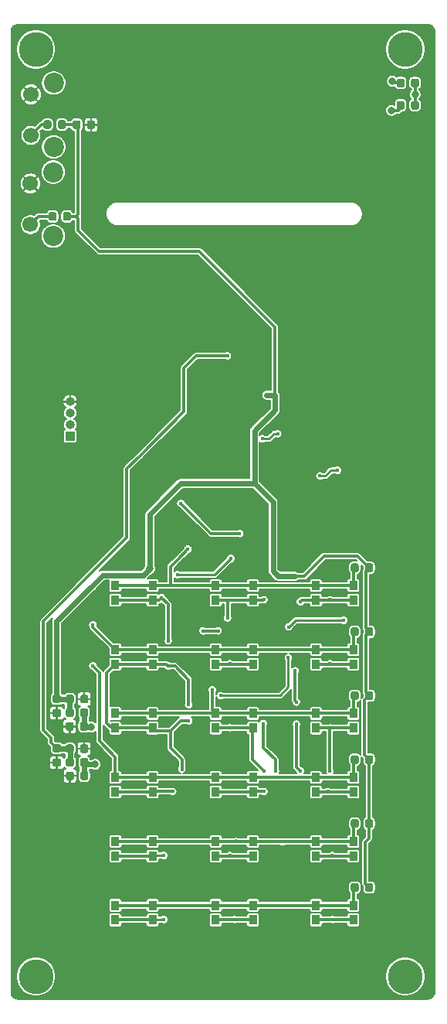
<source format=gbr>
G04 #@! TF.GenerationSoftware,KiCad,Pcbnew,5.1.10*
G04 #@! TF.CreationDate,2021-08-13T22:21:08+02:00*
G04 #@! TF.ProjectId,HMI,484d492e-6b69-4636-9164-5f7063625858,rev?*
G04 #@! TF.SameCoordinates,Original*
G04 #@! TF.FileFunction,Copper,L1,Top*
G04 #@! TF.FilePolarity,Positive*
%FSLAX46Y46*%
G04 Gerber Fmt 4.6, Leading zero omitted, Abs format (unit mm)*
G04 Created by KiCad (PCBNEW 5.1.10) date 2021-08-13 22:21:08*
%MOMM*%
%LPD*%
G01*
G04 APERTURE LIST*
G04 #@! TA.AperFunction,ComponentPad*
%ADD10O,1.000000X1.000000*%
G04 #@! TD*
G04 #@! TA.AperFunction,ComponentPad*
%ADD11R,1.000000X1.000000*%
G04 #@! TD*
G04 #@! TA.AperFunction,ComponentPad*
%ADD12C,1.700000*%
G04 #@! TD*
G04 #@! TA.AperFunction,ComponentPad*
%ADD13C,2.200000*%
G04 #@! TD*
G04 #@! TA.AperFunction,ComponentPad*
%ADD14C,3.800000*%
G04 #@! TD*
G04 #@! TA.AperFunction,SMDPad,CuDef*
%ADD15R,0.900000X1.000000*%
G04 #@! TD*
G04 #@! TA.AperFunction,ViaPad*
%ADD16C,0.450000*%
G04 #@! TD*
G04 #@! TA.AperFunction,ViaPad*
%ADD17C,0.800000*%
G04 #@! TD*
G04 #@! TA.AperFunction,Conductor*
%ADD18C,0.600000*%
G04 #@! TD*
G04 #@! TA.AperFunction,Conductor*
%ADD19C,0.300000*%
G04 #@! TD*
G04 #@! TA.AperFunction,Conductor*
%ADD20C,0.250000*%
G04 #@! TD*
G04 #@! TA.AperFunction,Conductor*
%ADD21C,0.350000*%
G04 #@! TD*
G04 #@! TA.AperFunction,Conductor*
%ADD22C,0.150000*%
G04 #@! TD*
G04 #@! TA.AperFunction,Conductor*
%ADD23C,0.100000*%
G04 #@! TD*
G04 APERTURE END LIST*
D10*
X125000000Y-76057200D03*
X125000000Y-77327200D03*
X125000000Y-78597200D03*
D11*
X125000000Y-79867200D03*
D12*
X120647200Y-52186600D03*
X120647200Y-56686600D03*
D13*
X123147200Y-50936600D03*
X123147200Y-57936600D03*
D12*
X120698000Y-42427600D03*
X120698000Y-46927600D03*
D13*
X123198000Y-41177600D03*
X123198000Y-48177600D03*
D14*
X161750000Y-139000000D03*
X161750000Y-37500000D03*
X121250000Y-37500000D03*
X121250000Y-139000000D03*
G04 #@! TA.AperFunction,SMDPad,CuDef*
G36*
G01*
X126850000Y-46006250D02*
X126850000Y-45493750D01*
G75*
G02*
X127068750Y-45275000I218750J0D01*
G01*
X127506250Y-45275000D01*
G75*
G02*
X127725000Y-45493750I0J-218750D01*
G01*
X127725000Y-46006250D01*
G75*
G02*
X127506250Y-46225000I-218750J0D01*
G01*
X127068750Y-46225000D01*
G75*
G02*
X126850000Y-46006250I0J218750D01*
G01*
G37*
G04 #@! TD.AperFunction*
G04 #@! TA.AperFunction,SMDPad,CuDef*
G36*
G01*
X125275000Y-46006250D02*
X125275000Y-45493750D01*
G75*
G02*
X125493750Y-45275000I218750J0D01*
G01*
X125931250Y-45275000D01*
G75*
G02*
X126150000Y-45493750I0J-218750D01*
G01*
X126150000Y-46006250D01*
G75*
G02*
X125931250Y-46225000I-218750J0D01*
G01*
X125493750Y-46225000D01*
G75*
G02*
X125275000Y-46006250I0J218750D01*
G01*
G37*
G04 #@! TD.AperFunction*
G04 #@! TA.AperFunction,SMDPad,CuDef*
G36*
G01*
X162384700Y-43877650D02*
X162384700Y-43365150D01*
G75*
G02*
X162603450Y-43146400I218750J0D01*
G01*
X163040950Y-43146400D01*
G75*
G02*
X163259700Y-43365150I0J-218750D01*
G01*
X163259700Y-43877650D01*
G75*
G02*
X163040950Y-44096400I-218750J0D01*
G01*
X162603450Y-44096400D01*
G75*
G02*
X162384700Y-43877650I0J218750D01*
G01*
G37*
G04 #@! TD.AperFunction*
G04 #@! TA.AperFunction,SMDPad,CuDef*
G36*
G01*
X160809700Y-43877650D02*
X160809700Y-43365150D01*
G75*
G02*
X161028450Y-43146400I218750J0D01*
G01*
X161465950Y-43146400D01*
G75*
G02*
X161684700Y-43365150I0J-218750D01*
G01*
X161684700Y-43877650D01*
G75*
G02*
X161465950Y-44096400I-218750J0D01*
G01*
X161028450Y-44096400D01*
G75*
G02*
X160809700Y-43877650I0J218750D01*
G01*
G37*
G04 #@! TD.AperFunction*
G04 #@! TA.AperFunction,SMDPad,CuDef*
G36*
G01*
X162384500Y-41439250D02*
X162384500Y-40926750D01*
G75*
G02*
X162603250Y-40708000I218750J0D01*
G01*
X163040750Y-40708000D01*
G75*
G02*
X163259500Y-40926750I0J-218750D01*
G01*
X163259500Y-41439250D01*
G75*
G02*
X163040750Y-41658000I-218750J0D01*
G01*
X162603250Y-41658000D01*
G75*
G02*
X162384500Y-41439250I0J218750D01*
G01*
G37*
G04 #@! TD.AperFunction*
G04 #@! TA.AperFunction,SMDPad,CuDef*
G36*
G01*
X160809500Y-41439250D02*
X160809500Y-40926750D01*
G75*
G02*
X161028250Y-40708000I218750J0D01*
G01*
X161465750Y-40708000D01*
G75*
G02*
X161684500Y-40926750I0J-218750D01*
G01*
X161684500Y-41439250D01*
G75*
G02*
X161465750Y-41658000I-218750J0D01*
G01*
X161028250Y-41658000D01*
G75*
G02*
X160809500Y-41439250I0J218750D01*
G01*
G37*
G04 #@! TD.AperFunction*
D15*
X134044020Y-97800000D03*
X134044020Y-96200000D03*
X129944020Y-97800000D03*
X129944020Y-96200000D03*
X156050000Y-132800000D03*
X156050000Y-131200000D03*
X151950000Y-132800000D03*
X151950000Y-131200000D03*
X156050000Y-125800000D03*
X156050000Y-124200000D03*
X151950000Y-125800000D03*
X151950000Y-124200000D03*
X156050000Y-118800000D03*
X156050000Y-117200000D03*
X151950000Y-118800000D03*
X151950000Y-117200000D03*
X156050000Y-111800000D03*
X156050000Y-110200000D03*
X151950000Y-111800000D03*
X151950000Y-110200000D03*
X156050000Y-104800000D03*
X156050000Y-103200000D03*
X151950000Y-104800000D03*
X151950000Y-103200000D03*
X156050000Y-97800000D03*
X156050000Y-96200000D03*
X151950000Y-97800000D03*
X151950000Y-96200000D03*
X140950000Y-131200000D03*
X140950000Y-132800000D03*
X145050000Y-131200000D03*
X145050000Y-132800000D03*
X140950000Y-124200000D03*
X140950000Y-125800000D03*
X145050000Y-124200000D03*
X145050000Y-125800000D03*
X140950000Y-117200000D03*
X140950000Y-118800000D03*
X145050000Y-117200000D03*
X145050000Y-118800000D03*
X140950000Y-110200000D03*
X140950000Y-111800000D03*
X145050000Y-110200000D03*
X145050000Y-111800000D03*
X140950000Y-103200000D03*
X140950000Y-104800000D03*
X145050000Y-103200000D03*
X145050000Y-104800000D03*
X140950000Y-96200000D03*
X140950000Y-97800000D03*
X145050000Y-96200000D03*
X145050000Y-97800000D03*
X134044020Y-132800000D03*
X134044020Y-131200000D03*
X129944020Y-132800000D03*
X129944020Y-131200000D03*
X134044020Y-125800000D03*
X134044020Y-124200000D03*
X129944020Y-125800000D03*
X129944020Y-124200000D03*
X134050000Y-118800000D03*
X134050000Y-117200000D03*
X129950000Y-118800000D03*
X129950000Y-117200000D03*
X134050000Y-111800000D03*
X134050000Y-110200000D03*
X129950000Y-111800000D03*
X129950000Y-110200000D03*
X134044020Y-104800000D03*
X134044020Y-103200000D03*
X129944020Y-104800000D03*
X129944020Y-103200000D03*
G04 #@! TA.AperFunction,SMDPad,CuDef*
G36*
G01*
X123271950Y-109732000D02*
X123784450Y-109732000D01*
G75*
G02*
X124003200Y-109950750I0J-218750D01*
G01*
X124003200Y-110388250D01*
G75*
G02*
X123784450Y-110607000I-218750J0D01*
G01*
X123271950Y-110607000D01*
G75*
G02*
X123053200Y-110388250I0J218750D01*
G01*
X123053200Y-109950750D01*
G75*
G02*
X123271950Y-109732000I218750J0D01*
G01*
G37*
G04 #@! TD.AperFunction*
G04 #@! TA.AperFunction,SMDPad,CuDef*
G36*
G01*
X123271950Y-108157000D02*
X123784450Y-108157000D01*
G75*
G02*
X124003200Y-108375750I0J-218750D01*
G01*
X124003200Y-108813250D01*
G75*
G02*
X123784450Y-109032000I-218750J0D01*
G01*
X123271950Y-109032000D01*
G75*
G02*
X123053200Y-108813250I0J218750D01*
G01*
X123053200Y-108375750D01*
G75*
G02*
X123271950Y-108157000I218750J0D01*
G01*
G37*
G04 #@! TD.AperFunction*
G04 #@! TA.AperFunction,SMDPad,CuDef*
G36*
G01*
X122949600Y-45473350D02*
X122949600Y-45985850D01*
G75*
G02*
X122730850Y-46204600I-218750J0D01*
G01*
X122293350Y-46204600D01*
G75*
G02*
X122074600Y-45985850I0J218750D01*
G01*
X122074600Y-45473350D01*
G75*
G02*
X122293350Y-45254600I218750J0D01*
G01*
X122730850Y-45254600D01*
G75*
G02*
X122949600Y-45473350I0J-218750D01*
G01*
G37*
G04 #@! TD.AperFunction*
G04 #@! TA.AperFunction,SMDPad,CuDef*
G36*
G01*
X124524600Y-45473350D02*
X124524600Y-45985850D01*
G75*
G02*
X124305850Y-46204600I-218750J0D01*
G01*
X123868350Y-46204600D01*
G75*
G02*
X123649600Y-45985850I0J218750D01*
G01*
X123649600Y-45473350D01*
G75*
G02*
X123868350Y-45254600I218750J0D01*
G01*
X124305850Y-45254600D01*
G75*
G02*
X124524600Y-45473350I0J-218750D01*
G01*
G37*
G04 #@! TD.AperFunction*
G04 #@! TA.AperFunction,SMDPad,CuDef*
G36*
G01*
X123508400Y-55531750D02*
X123508400Y-56044250D01*
G75*
G02*
X123289650Y-56263000I-218750J0D01*
G01*
X122852150Y-56263000D01*
G75*
G02*
X122633400Y-56044250I0J218750D01*
G01*
X122633400Y-55531750D01*
G75*
G02*
X122852150Y-55313000I218750J0D01*
G01*
X123289650Y-55313000D01*
G75*
G02*
X123508400Y-55531750I0J-218750D01*
G01*
G37*
G04 #@! TD.AperFunction*
G04 #@! TA.AperFunction,SMDPad,CuDef*
G36*
G01*
X125083400Y-55531750D02*
X125083400Y-56044250D01*
G75*
G02*
X124864650Y-56263000I-218750J0D01*
G01*
X124427150Y-56263000D01*
G75*
G02*
X124208400Y-56044250I0J218750D01*
G01*
X124208400Y-55531750D01*
G75*
G02*
X124427150Y-55313000I218750J0D01*
G01*
X124864650Y-55313000D01*
G75*
G02*
X125083400Y-55531750I0J-218750D01*
G01*
G37*
G04 #@! TD.AperFunction*
G04 #@! TA.AperFunction,SMDPad,CuDef*
G36*
G01*
X156650000Y-128993750D02*
X156650000Y-129506250D01*
G75*
G02*
X156431250Y-129725000I-218750J0D01*
G01*
X155993750Y-129725000D01*
G75*
G02*
X155775000Y-129506250I0J218750D01*
G01*
X155775000Y-128993750D01*
G75*
G02*
X155993750Y-128775000I218750J0D01*
G01*
X156431250Y-128775000D01*
G75*
G02*
X156650000Y-128993750I0J-218750D01*
G01*
G37*
G04 #@! TD.AperFunction*
G04 #@! TA.AperFunction,SMDPad,CuDef*
G36*
G01*
X158225000Y-128993750D02*
X158225000Y-129506250D01*
G75*
G02*
X158006250Y-129725000I-218750J0D01*
G01*
X157568750Y-129725000D01*
G75*
G02*
X157350000Y-129506250I0J218750D01*
G01*
X157350000Y-128993750D01*
G75*
G02*
X157568750Y-128775000I218750J0D01*
G01*
X158006250Y-128775000D01*
G75*
G02*
X158225000Y-128993750I0J-218750D01*
G01*
G37*
G04 #@! TD.AperFunction*
G04 #@! TA.AperFunction,SMDPad,CuDef*
G36*
G01*
X156650000Y-121993750D02*
X156650000Y-122506250D01*
G75*
G02*
X156431250Y-122725000I-218750J0D01*
G01*
X155993750Y-122725000D01*
G75*
G02*
X155775000Y-122506250I0J218750D01*
G01*
X155775000Y-121993750D01*
G75*
G02*
X155993750Y-121775000I218750J0D01*
G01*
X156431250Y-121775000D01*
G75*
G02*
X156650000Y-121993750I0J-218750D01*
G01*
G37*
G04 #@! TD.AperFunction*
G04 #@! TA.AperFunction,SMDPad,CuDef*
G36*
G01*
X158225000Y-121993750D02*
X158225000Y-122506250D01*
G75*
G02*
X158006250Y-122725000I-218750J0D01*
G01*
X157568750Y-122725000D01*
G75*
G02*
X157350000Y-122506250I0J218750D01*
G01*
X157350000Y-121993750D01*
G75*
G02*
X157568750Y-121775000I218750J0D01*
G01*
X158006250Y-121775000D01*
G75*
G02*
X158225000Y-121993750I0J-218750D01*
G01*
G37*
G04 #@! TD.AperFunction*
G04 #@! TA.AperFunction,SMDPad,CuDef*
G36*
G01*
X156650000Y-114993750D02*
X156650000Y-115506250D01*
G75*
G02*
X156431250Y-115725000I-218750J0D01*
G01*
X155993750Y-115725000D01*
G75*
G02*
X155775000Y-115506250I0J218750D01*
G01*
X155775000Y-114993750D01*
G75*
G02*
X155993750Y-114775000I218750J0D01*
G01*
X156431250Y-114775000D01*
G75*
G02*
X156650000Y-114993750I0J-218750D01*
G01*
G37*
G04 #@! TD.AperFunction*
G04 #@! TA.AperFunction,SMDPad,CuDef*
G36*
G01*
X158225000Y-114993750D02*
X158225000Y-115506250D01*
G75*
G02*
X158006250Y-115725000I-218750J0D01*
G01*
X157568750Y-115725000D01*
G75*
G02*
X157350000Y-115506250I0J218750D01*
G01*
X157350000Y-114993750D01*
G75*
G02*
X157568750Y-114775000I218750J0D01*
G01*
X158006250Y-114775000D01*
G75*
G02*
X158225000Y-114993750I0J-218750D01*
G01*
G37*
G04 #@! TD.AperFunction*
G04 #@! TA.AperFunction,SMDPad,CuDef*
G36*
G01*
X156650000Y-107993750D02*
X156650000Y-108506250D01*
G75*
G02*
X156431250Y-108725000I-218750J0D01*
G01*
X155993750Y-108725000D01*
G75*
G02*
X155775000Y-108506250I0J218750D01*
G01*
X155775000Y-107993750D01*
G75*
G02*
X155993750Y-107775000I218750J0D01*
G01*
X156431250Y-107775000D01*
G75*
G02*
X156650000Y-107993750I0J-218750D01*
G01*
G37*
G04 #@! TD.AperFunction*
G04 #@! TA.AperFunction,SMDPad,CuDef*
G36*
G01*
X158225000Y-107993750D02*
X158225000Y-108506250D01*
G75*
G02*
X158006250Y-108725000I-218750J0D01*
G01*
X157568750Y-108725000D01*
G75*
G02*
X157350000Y-108506250I0J218750D01*
G01*
X157350000Y-107993750D01*
G75*
G02*
X157568750Y-107775000I218750J0D01*
G01*
X158006250Y-107775000D01*
G75*
G02*
X158225000Y-107993750I0J-218750D01*
G01*
G37*
G04 #@! TD.AperFunction*
G04 #@! TA.AperFunction,SMDPad,CuDef*
G36*
G01*
X156650000Y-100993750D02*
X156650000Y-101506250D01*
G75*
G02*
X156431250Y-101725000I-218750J0D01*
G01*
X155993750Y-101725000D01*
G75*
G02*
X155775000Y-101506250I0J218750D01*
G01*
X155775000Y-100993750D01*
G75*
G02*
X155993750Y-100775000I218750J0D01*
G01*
X156431250Y-100775000D01*
G75*
G02*
X156650000Y-100993750I0J-218750D01*
G01*
G37*
G04 #@! TD.AperFunction*
G04 #@! TA.AperFunction,SMDPad,CuDef*
G36*
G01*
X158225000Y-100993750D02*
X158225000Y-101506250D01*
G75*
G02*
X158006250Y-101725000I-218750J0D01*
G01*
X157568750Y-101725000D01*
G75*
G02*
X157350000Y-101506250I0J218750D01*
G01*
X157350000Y-100993750D01*
G75*
G02*
X157568750Y-100775000I218750J0D01*
G01*
X158006250Y-100775000D01*
G75*
G02*
X158225000Y-100993750I0J-218750D01*
G01*
G37*
G04 #@! TD.AperFunction*
G04 #@! TA.AperFunction,SMDPad,CuDef*
G36*
G01*
X156650000Y-93993750D02*
X156650000Y-94506250D01*
G75*
G02*
X156431250Y-94725000I-218750J0D01*
G01*
X155993750Y-94725000D01*
G75*
G02*
X155775000Y-94506250I0J218750D01*
G01*
X155775000Y-93993750D01*
G75*
G02*
X155993750Y-93775000I218750J0D01*
G01*
X156431250Y-93775000D01*
G75*
G02*
X156650000Y-93993750I0J-218750D01*
G01*
G37*
G04 #@! TD.AperFunction*
G04 #@! TA.AperFunction,SMDPad,CuDef*
G36*
G01*
X158225000Y-93993750D02*
X158225000Y-94506250D01*
G75*
G02*
X158006250Y-94725000I-218750J0D01*
G01*
X157568750Y-94725000D01*
G75*
G02*
X157350000Y-94506250I0J218750D01*
G01*
X157350000Y-93993750D01*
G75*
G02*
X157568750Y-93775000I218750J0D01*
G01*
X158006250Y-93775000D01*
G75*
G02*
X158225000Y-93993750I0J-218750D01*
G01*
G37*
G04 #@! TD.AperFunction*
G04 #@! TA.AperFunction,SMDPad,CuDef*
G36*
G01*
X125400000Y-109862350D02*
X125400000Y-110374850D01*
G75*
G02*
X125181250Y-110593600I-218750J0D01*
G01*
X124743750Y-110593600D01*
G75*
G02*
X124525000Y-110374850I0J218750D01*
G01*
X124525000Y-109862350D01*
G75*
G02*
X124743750Y-109643600I218750J0D01*
G01*
X125181250Y-109643600D01*
G75*
G02*
X125400000Y-109862350I0J-218750D01*
G01*
G37*
G04 #@! TD.AperFunction*
G04 #@! TA.AperFunction,SMDPad,CuDef*
G36*
G01*
X126975000Y-109862350D02*
X126975000Y-110374850D01*
G75*
G02*
X126756250Y-110593600I-218750J0D01*
G01*
X126318750Y-110593600D01*
G75*
G02*
X126100000Y-110374850I0J218750D01*
G01*
X126100000Y-109862350D01*
G75*
G02*
X126318750Y-109643600I218750J0D01*
G01*
X126756250Y-109643600D01*
G75*
G02*
X126975000Y-109862350I0J-218750D01*
G01*
G37*
G04 #@! TD.AperFunction*
G04 #@! TA.AperFunction,SMDPad,CuDef*
G36*
G01*
X125413300Y-115297950D02*
X125413300Y-115810450D01*
G75*
G02*
X125194550Y-116029200I-218750J0D01*
G01*
X124757050Y-116029200D01*
G75*
G02*
X124538300Y-115810450I0J218750D01*
G01*
X124538300Y-115297950D01*
G75*
G02*
X124757050Y-115079200I218750J0D01*
G01*
X125194550Y-115079200D01*
G75*
G02*
X125413300Y-115297950I0J-218750D01*
G01*
G37*
G04 #@! TD.AperFunction*
G04 #@! TA.AperFunction,SMDPad,CuDef*
G36*
G01*
X126988300Y-115297950D02*
X126988300Y-115810450D01*
G75*
G02*
X126769550Y-116029200I-218750J0D01*
G01*
X126332050Y-116029200D01*
G75*
G02*
X126113300Y-115810450I0J218750D01*
G01*
X126113300Y-115297950D01*
G75*
G02*
X126332050Y-115079200I218750J0D01*
G01*
X126769550Y-115079200D01*
G75*
G02*
X126988300Y-115297950I0J-218750D01*
G01*
G37*
G04 #@! TD.AperFunction*
G04 #@! TA.AperFunction,SMDPad,CuDef*
G36*
G01*
X125387900Y-111360950D02*
X125387900Y-111873450D01*
G75*
G02*
X125169150Y-112092200I-218750J0D01*
G01*
X124731650Y-112092200D01*
G75*
G02*
X124512900Y-111873450I0J218750D01*
G01*
X124512900Y-111360950D01*
G75*
G02*
X124731650Y-111142200I218750J0D01*
G01*
X125169150Y-111142200D01*
G75*
G02*
X125387900Y-111360950I0J-218750D01*
G01*
G37*
G04 #@! TD.AperFunction*
G04 #@! TA.AperFunction,SMDPad,CuDef*
G36*
G01*
X126962900Y-111360950D02*
X126962900Y-111873450D01*
G75*
G02*
X126744150Y-112092200I-218750J0D01*
G01*
X126306650Y-112092200D01*
G75*
G02*
X126087900Y-111873450I0J218750D01*
G01*
X126087900Y-111360950D01*
G75*
G02*
X126306650Y-111142200I218750J0D01*
G01*
X126744150Y-111142200D01*
G75*
G02*
X126962900Y-111360950I0J-218750D01*
G01*
G37*
G04 #@! TD.AperFunction*
G04 #@! TA.AperFunction,SMDPad,CuDef*
G36*
G01*
X125413300Y-116771150D02*
X125413300Y-117283650D01*
G75*
G02*
X125194550Y-117502400I-218750J0D01*
G01*
X124757050Y-117502400D01*
G75*
G02*
X124538300Y-117283650I0J218750D01*
G01*
X124538300Y-116771150D01*
G75*
G02*
X124757050Y-116552400I218750J0D01*
G01*
X125194550Y-116552400D01*
G75*
G02*
X125413300Y-116771150I0J-218750D01*
G01*
G37*
G04 #@! TD.AperFunction*
G04 #@! TA.AperFunction,SMDPad,CuDef*
G36*
G01*
X126988300Y-116771150D02*
X126988300Y-117283650D01*
G75*
G02*
X126769550Y-117502400I-218750J0D01*
G01*
X126332050Y-117502400D01*
G75*
G02*
X126113300Y-117283650I0J218750D01*
G01*
X126113300Y-116771150D01*
G75*
G02*
X126332050Y-116552400I218750J0D01*
G01*
X126769550Y-116552400D01*
G75*
G02*
X126988300Y-116771150I0J-218750D01*
G01*
G37*
G04 #@! TD.AperFunction*
G04 #@! TA.AperFunction,SMDPad,CuDef*
G36*
G01*
X126100000Y-114311850D02*
X126100000Y-113799350D01*
G75*
G02*
X126318750Y-113580600I218750J0D01*
G01*
X126756250Y-113580600D01*
G75*
G02*
X126975000Y-113799350I0J-218750D01*
G01*
X126975000Y-114311850D01*
G75*
G02*
X126756250Y-114530600I-218750J0D01*
G01*
X126318750Y-114530600D01*
G75*
G02*
X126100000Y-114311850I0J218750D01*
G01*
G37*
G04 #@! TD.AperFunction*
G04 #@! TA.AperFunction,SMDPad,CuDef*
G36*
G01*
X124525000Y-114311850D02*
X124525000Y-113799350D01*
G75*
G02*
X124743750Y-113580600I218750J0D01*
G01*
X125181250Y-113580600D01*
G75*
G02*
X125400000Y-113799350I0J-218750D01*
G01*
X125400000Y-114311850D01*
G75*
G02*
X125181250Y-114530600I-218750J0D01*
G01*
X124743750Y-114530600D01*
G75*
G02*
X124525000Y-114311850I0J218750D01*
G01*
G37*
G04 #@! TD.AperFunction*
G04 #@! TA.AperFunction,SMDPad,CuDef*
G36*
G01*
X123271950Y-115142300D02*
X123784450Y-115142300D01*
G75*
G02*
X124003200Y-115361050I0J-218750D01*
G01*
X124003200Y-115798550D01*
G75*
G02*
X123784450Y-116017300I-218750J0D01*
G01*
X123271950Y-116017300D01*
G75*
G02*
X123053200Y-115798550I0J218750D01*
G01*
X123053200Y-115361050D01*
G75*
G02*
X123271950Y-115142300I218750J0D01*
G01*
G37*
G04 #@! TD.AperFunction*
G04 #@! TA.AperFunction,SMDPad,CuDef*
G36*
G01*
X123271950Y-113567300D02*
X123784450Y-113567300D01*
G75*
G02*
X124003200Y-113786050I0J-218750D01*
G01*
X124003200Y-114223550D01*
G75*
G02*
X123784450Y-114442300I-218750J0D01*
G01*
X123271950Y-114442300D01*
G75*
G02*
X123053200Y-114223550I0J218750D01*
G01*
X123053200Y-113786050D01*
G75*
G02*
X123271950Y-113567300I218750J0D01*
G01*
G37*
G04 #@! TD.AperFunction*
G04 #@! TA.AperFunction,SMDPad,CuDef*
G36*
G01*
X126113300Y-108876250D02*
X126113300Y-108363750D01*
G75*
G02*
X126332050Y-108145000I218750J0D01*
G01*
X126769550Y-108145000D01*
G75*
G02*
X126988300Y-108363750I0J-218750D01*
G01*
X126988300Y-108876250D01*
G75*
G02*
X126769550Y-109095000I-218750J0D01*
G01*
X126332050Y-109095000D01*
G75*
G02*
X126113300Y-108876250I0J218750D01*
G01*
G37*
G04 #@! TD.AperFunction*
G04 #@! TA.AperFunction,SMDPad,CuDef*
G36*
G01*
X124538300Y-108876250D02*
X124538300Y-108363750D01*
G75*
G02*
X124757050Y-108145000I218750J0D01*
G01*
X125194550Y-108145000D01*
G75*
G02*
X125413300Y-108363750I0J-218750D01*
G01*
X125413300Y-108876250D01*
G75*
G02*
X125194550Y-109095000I-218750J0D01*
G01*
X124757050Y-109095000D01*
G75*
G02*
X124538300Y-108876250I0J218750D01*
G01*
G37*
G04 #@! TD.AperFunction*
D16*
X157996000Y-103184400D03*
X157996000Y-105216400D03*
X157996000Y-95818400D03*
X157996000Y-97850400D03*
X157996000Y-99882400D03*
X153906600Y-85899700D03*
X152966800Y-85137700D03*
X150401400Y-85112300D03*
X148979000Y-84578900D03*
X146649820Y-84672880D03*
X147734400Y-86001300D03*
X149690200Y-85848900D03*
X151163400Y-87601500D03*
X152458800Y-89379500D03*
X154694000Y-89303300D03*
X154617800Y-91030500D03*
X154000000Y-125000000D03*
X137269600Y-86052100D03*
X141204060Y-83730540D03*
X139276200Y-81683300D03*
X136482200Y-80641900D03*
X136482200Y-83715300D03*
X137549000Y-78686100D03*
X136177400Y-77035100D03*
X135085200Y-78127300D03*
X130691000Y-81391200D03*
X127592200Y-72564700D03*
X130208400Y-72640900D03*
X131961000Y-75053900D03*
X133916800Y-76806500D03*
X128532000Y-90801900D03*
X126881000Y-92325900D03*
X126576200Y-93189500D03*
X152433400Y-100987300D03*
X146337400Y-95526300D03*
X143975200Y-80464100D03*
X143848200Y-79359200D03*
X141841600Y-79778300D03*
X153807540Y-81411520D03*
X152509600Y-81386120D03*
X151079580Y-81398820D03*
X149426040Y-81363260D03*
X148150960Y-81375960D03*
X146365340Y-81459780D03*
X147269580Y-81398820D03*
X138473560Y-90004340D03*
X139141580Y-90611400D03*
X143584040Y-88419380D03*
X143512920Y-89407440D03*
X139807060Y-88360960D03*
X140546200Y-89407440D03*
X141927960Y-89468400D03*
X148051900Y-84639860D03*
X142705200Y-72755200D03*
X143721200Y-72755200D03*
X144686400Y-72755200D03*
X145702400Y-72755200D03*
X141041500Y-75942900D03*
X144076800Y-75955600D03*
X143010000Y-75955600D03*
X154998800Y-77987600D03*
X130259200Y-63052400D03*
X130564000Y-60614000D03*
X127414400Y-52892400D03*
X128125600Y-53502000D03*
X130411600Y-58734400D03*
X130310000Y-65440000D03*
X130411600Y-67776800D03*
X129141600Y-70367600D03*
X121000000Y-76334000D03*
X121000000Y-80347200D03*
X121000000Y-84258800D03*
X125382400Y-87588800D03*
X134932800Y-92211600D03*
X130360800Y-86979200D03*
X130360800Y-84845600D03*
X130360800Y-83118400D03*
X158148400Y-78800400D03*
X158859600Y-119237200D03*
X157996000Y-93278400D03*
X136914000Y-125409400D03*
X138793600Y-127136600D03*
X133459600Y-127771600D03*
X134000000Y-129778200D03*
X135999600Y-130000000D03*
X139098400Y-130210000D03*
X142044800Y-128813000D03*
X143619600Y-127797000D03*
X146540600Y-127797000D03*
X148775800Y-126501600D03*
X152027000Y-127441400D03*
X154846400Y-127390600D03*
X151798400Y-129676600D03*
X149512400Y-130184600D03*
X146235800Y-130286200D03*
X134250000Y-116000000D03*
X152865200Y-106384800D03*
X150096600Y-103971800D03*
X146629500Y-104327400D03*
X146947000Y-109500000D03*
X147023200Y-106867400D03*
X151265000Y-108975600D03*
X139047600Y-104098800D03*
X132875400Y-106461000D03*
X133256400Y-108137400D03*
X138971400Y-109483600D03*
X139200000Y-106791200D03*
X133637400Y-99399800D03*
X138869800Y-100263400D03*
X138869800Y-98358400D03*
X137701400Y-123352000D03*
X135212200Y-118000000D03*
X137168000Y-118475200D03*
X138920600Y-118500600D03*
X136431400Y-123377400D03*
X140952600Y-122818600D03*
X138742800Y-123377400D03*
X146108800Y-125028400D03*
X146108800Y-125841200D03*
X147023200Y-125333200D03*
X146743800Y-122971000D03*
X147226400Y-123555200D03*
X141790800Y-123428200D03*
X149309200Y-125460200D03*
X157945200Y-124571200D03*
X157970600Y-126527000D03*
X158986600Y-129067000D03*
X157615000Y-130819600D03*
X157411800Y-132597600D03*
X157208600Y-134197800D03*
X154363800Y-134451800D03*
X152433400Y-134451800D03*
X150630000Y-134401000D03*
X150071200Y-133131000D03*
X150274400Y-132242000D03*
X148191600Y-132292800D03*
X146159600Y-132191200D03*
X146312000Y-133816800D03*
X144864200Y-134680400D03*
X143264000Y-134350200D03*
X141613000Y-134426400D03*
X140774800Y-134832800D03*
X139454000Y-134401000D03*
X139454000Y-132242000D03*
X137599800Y-132191200D03*
X136000000Y-132000000D03*
X136000000Y-134000000D03*
X135000000Y-134985200D03*
X132000000Y-135000000D03*
X130000000Y-135000000D03*
X127000000Y-135000000D03*
X127000000Y-133000000D03*
X127000000Y-131000000D03*
X130437000Y-129803600D03*
X136000000Y-127111200D03*
X126627000Y-99222000D03*
X121420000Y-98460000D03*
X123579000Y-96174000D03*
X125153800Y-94700800D03*
X144661000Y-102104900D03*
X144737200Y-106359400D03*
X144711800Y-107502400D03*
X144711800Y-109000000D03*
X163736400Y-122285200D03*
X161247200Y-123326600D03*
X159393000Y-123377400D03*
X163990400Y-84794800D03*
X162263200Y-85099600D03*
X162568000Y-83296200D03*
X159647000Y-81594400D03*
X136304400Y-97418600D03*
X124112400Y-53044800D03*
X122080400Y-52994000D03*
X120607200Y-54314800D03*
X119692800Y-54010000D03*
X119184800Y-50098400D03*
X119286400Y-48930000D03*
X121013600Y-48930000D03*
X120861200Y-49996800D03*
X119134000Y-45577200D03*
X120150000Y-45018400D03*
X121267600Y-44967600D03*
X121470800Y-43596000D03*
X125636400Y-44662800D03*
X128250000Y-45750000D03*
X138819000Y-72704400D03*
X140978000Y-69910400D03*
X138946000Y-69783400D03*
X136406000Y-74355400D03*
X132545200Y-88249200D03*
X132494400Y-83626400D03*
X132494400Y-84693200D03*
X132494400Y-86014000D03*
X132494400Y-87030000D03*
X147785200Y-78444800D03*
X148852000Y-77657400D03*
X149055200Y-78698800D03*
X153170000Y-77987600D03*
X162060000Y-79003600D03*
X160180400Y-77378000D03*
X158554800Y-75904800D03*
X155557600Y-75854000D03*
X152662000Y-75955600D03*
X150833200Y-75803200D03*
X149868000Y-75650800D03*
X144280000Y-69808800D03*
X146007200Y-99691900D03*
X147632800Y-100136400D03*
X149817200Y-101355600D03*
X151087200Y-100695200D03*
X148750400Y-97291600D03*
X124823600Y-59953600D03*
X121000000Y-63000000D03*
X121000000Y-61071200D03*
X119946800Y-59699600D03*
X134374000Y-60715600D03*
X138692000Y-60817200D03*
X141790800Y-64017600D03*
X144737200Y-67116400D03*
X146667600Y-65338400D03*
X143975200Y-62595200D03*
X140876400Y-59750400D03*
X137218800Y-58531200D03*
X133713600Y-58480400D03*
X127211200Y-57261200D03*
X127960500Y-60321900D03*
X134628000Y-114426400D03*
X135250000Y-116646400D03*
X136406000Y-116646400D03*
X138247500Y-116646400D03*
X139708000Y-116646400D03*
X135110600Y-111490200D03*
X137396600Y-111591800D03*
X139517500Y-111312400D03*
X157996000Y-91436900D03*
X157996000Y-89976400D03*
X157869000Y-112658600D03*
X159202500Y-111312400D03*
X159500000Y-105800000D03*
X159500000Y-93500000D03*
X159500000Y-100100000D03*
X159500000Y-89000000D03*
X157932500Y-84769400D03*
X159456500Y-86229900D03*
X160663000Y-87563400D03*
X160726500Y-90547900D03*
X160726500Y-93532400D03*
X160726500Y-97659900D03*
X160726500Y-100961900D03*
X160726500Y-103755900D03*
X160726500Y-106041900D03*
X160726500Y-109724900D03*
X160663000Y-112010900D03*
X159647000Y-113090400D03*
X160993200Y-113700000D03*
X161806000Y-112899900D03*
X162034600Y-110753600D03*
X161996500Y-108137400D03*
X162009200Y-104784600D03*
X161996500Y-101025400D03*
X162009200Y-97469400D03*
X161996500Y-93595900D03*
X161996500Y-90865400D03*
X157437200Y-87690400D03*
X157234000Y-89087400D03*
X158313500Y-89214400D03*
X163266500Y-89341400D03*
X163266500Y-92198900D03*
X163266500Y-95754900D03*
X163266500Y-99183900D03*
X163266500Y-103628900D03*
X163266500Y-106041900D03*
X164536500Y-105978400D03*
X164536500Y-102739900D03*
X164536500Y-99882400D03*
X164536500Y-96770900D03*
X164536500Y-93786400D03*
X164536500Y-90992400D03*
X164536500Y-89023900D03*
X155646500Y-80705400D03*
X157400000Y-82400000D03*
X159075500Y-84134400D03*
X160282000Y-85340900D03*
X161996500Y-87182400D03*
X156154500Y-82927900D03*
X155075000Y-84832900D03*
X156535500Y-86293400D03*
X146312000Y-102358900D03*
X146375500Y-105787900D03*
X148217000Y-104708400D03*
X148217000Y-103819400D03*
X133358000Y-101914400D03*
X136660000Y-101914400D03*
X138438000Y-101914400D03*
X129802000Y-101914400D03*
X136660000Y-107756400D03*
X135136000Y-109280400D03*
X151138000Y-106486400D03*
X157996000Y-110296400D03*
X122753500Y-104454400D03*
X122753500Y-101406400D03*
X122753500Y-107248400D03*
X122753500Y-111058400D03*
X123198000Y-112074400D03*
X124468000Y-112836400D03*
X127516000Y-112582400D03*
X128024000Y-114106400D03*
X131275200Y-114487400D03*
X131275200Y-113014200D03*
X128989200Y-112938000D03*
X129751200Y-113877800D03*
X131326000Y-116163800D03*
X127516000Y-113319000D03*
X128608200Y-114639800D03*
X130462400Y-114436600D03*
X130665600Y-113598400D03*
X138387200Y-114487400D03*
X135694800Y-115173200D03*
X139504800Y-115122400D03*
X141663800Y-115147800D03*
X148250000Y-115097000D03*
X144000000Y-115122400D03*
X151011000Y-115173200D03*
X152763600Y-115173200D03*
X154440000Y-115224000D03*
X158900000Y-115100000D03*
X160993200Y-115147800D03*
X162644200Y-114081000D03*
X163253800Y-111541000D03*
X163253800Y-108518400D03*
X146972400Y-111998200D03*
X147429600Y-111439400D03*
X147886800Y-111972800D03*
X150528400Y-112125200D03*
X150553800Y-111414000D03*
X162441000Y-81340400D03*
X158000000Y-107000000D03*
X137168000Y-109534400D03*
X141250000Y-109000000D03*
X143391000Y-109000000D03*
X145500000Y-109000000D03*
X135466200Y-89671600D03*
X134602600Y-89239800D03*
X132519800Y-89087400D03*
X124899800Y-72425000D03*
X125026800Y-69072200D03*
X125026800Y-65414600D03*
X124976000Y-62544400D03*
X121000000Y-65000000D03*
X121000000Y-67291600D03*
X121000000Y-70000000D03*
X121000000Y-72676400D03*
X126728600Y-83448600D03*
X128532000Y-85302800D03*
X126703200Y-81696000D03*
X126601600Y-70697800D03*
X126601600Y-67294200D03*
X126576200Y-63839800D03*
X126652400Y-61274400D03*
X142044800Y-82305600D03*
X141435200Y-81696000D03*
X140520800Y-80781600D03*
X144280000Y-81594400D03*
X142146400Y-83524800D03*
X150376000Y-83575600D03*
X151849200Y-83575600D03*
X143873600Y-92262400D03*
X140419200Y-92262400D03*
X143822800Y-93786400D03*
X139454000Y-93888000D03*
X120912000Y-100390400D03*
X120912000Y-102422400D03*
X120912000Y-105470400D03*
X120912000Y-108264400D03*
X120912000Y-111058400D03*
X121674000Y-113090400D03*
X122436000Y-115122400D03*
X122436000Y-116646400D03*
X123706000Y-116646400D03*
X123706000Y-118424400D03*
X125992000Y-118424400D03*
X127770000Y-118424400D03*
X127770000Y-117154400D03*
X124976000Y-107248400D03*
X124976000Y-104962400D03*
X124976000Y-102422400D03*
X124976000Y-100390400D03*
X130310000Y-94040400D03*
X132596000Y-94040400D03*
X131135500Y-92198900D03*
X132723000Y-92198900D03*
X156472000Y-79625900D03*
X157996000Y-81086400D03*
X160726500Y-83753400D03*
X160726500Y-80641900D03*
X152789000Y-78927400D03*
X146312000Y-76577900D03*
X146693000Y-80832400D03*
X148598000Y-75752400D03*
X148661500Y-74228400D03*
X141892400Y-75955600D03*
X141740000Y-72755200D03*
X145000000Y-87000000D03*
X138250000Y-97000000D03*
X149000000Y-119500000D03*
X149250000Y-122500000D03*
X143750000Y-120500000D03*
X154750000Y-121500000D03*
X151750000Y-121750000D03*
D17*
X133739000Y-94357900D03*
D16*
X147251800Y-87042700D03*
X149639400Y-95170700D03*
X146541383Y-75331591D03*
X142248000Y-71053400D03*
D17*
X127744600Y-115782800D03*
X127325500Y-111693400D03*
D16*
X143594200Y-90497100D03*
X137148950Y-87201450D03*
X148928200Y-104098800D03*
X148979000Y-100720600D03*
X155000000Y-100000000D03*
X141500000Y-108250000D03*
X147759800Y-79575100D03*
X146083400Y-80133900D03*
X154313000Y-83588300D03*
X152382600Y-84197900D03*
X137904600Y-92224300D03*
X127500000Y-100500000D03*
X140597000Y-107629400D03*
X139581000Y-101152400D03*
X141232000Y-101152400D03*
X127500000Y-105000000D03*
X146185000Y-111312400D03*
X147500000Y-116500000D03*
X148250000Y-124250000D03*
X149804500Y-111375900D03*
X149677500Y-105533900D03*
X149804500Y-108945500D03*
X150250000Y-116499996D03*
X150299999Y-131200001D03*
X142629000Y-93240300D03*
X135021700Y-97520200D03*
X136749998Y-95000000D03*
X135750000Y-105000000D03*
X135750000Y-102250000D03*
X138000000Y-109250000D03*
X138000000Y-111000000D03*
X137250000Y-116307400D03*
X136250000Y-118750000D03*
X135250000Y-125750000D03*
X135250000Y-132750000D03*
X146250000Y-97750000D03*
X143000000Y-132750000D03*
X142500000Y-125750000D03*
X146250000Y-118750000D03*
X146250000Y-116500000D03*
X142500000Y-111750000D03*
X142500000Y-104750000D03*
X142250000Y-99750000D03*
X150250000Y-97977400D03*
X153750000Y-132750000D03*
X153750000Y-125750000D03*
X153250000Y-118750000D03*
X153500000Y-116500000D03*
X153550000Y-111800000D03*
X153500000Y-104750000D03*
X153500000Y-97750000D03*
D17*
X160332800Y-40979800D03*
X162822000Y-42453000D03*
X160231200Y-44180200D03*
D18*
X124950400Y-108645400D02*
X124975800Y-108620000D01*
X124950400Y-110118600D02*
X124950400Y-108645400D01*
X123553700Y-108620000D02*
X123528200Y-108594500D01*
X124239400Y-108620000D02*
X123553700Y-108620000D01*
X124975800Y-108620000D02*
X124239400Y-108620000D01*
X133739000Y-94357900D02*
X133739000Y-88414300D01*
X133739000Y-88414300D02*
X137142600Y-85010700D01*
X137142600Y-85010700D02*
X145219800Y-85010700D01*
X145219800Y-85010700D02*
X147099400Y-86890300D01*
X147099400Y-86890300D02*
X147251800Y-87042700D01*
X147251800Y-87042700D02*
X147251800Y-94611900D01*
X147251800Y-94611900D02*
X147810600Y-95170700D01*
X147810600Y-95170700D02*
X149639400Y-95170700D01*
X145219800Y-79270300D02*
X147480400Y-77009700D01*
X145219800Y-85010700D02*
X145219800Y-79270300D01*
X127452500Y-96199400D02*
X127452500Y-96161300D01*
D19*
X124645900Y-55788000D02*
X125687200Y-55788000D01*
X125687200Y-55788000D02*
X125890400Y-55584800D01*
X125890400Y-55584800D02*
X125890400Y-46237600D01*
X125382400Y-45729600D02*
X124087100Y-45729600D01*
X125890400Y-46237600D02*
X125382400Y-45729600D01*
D18*
X147480400Y-75396800D02*
X147455000Y-75371400D01*
X147480400Y-77009700D02*
X147480400Y-75396800D01*
D19*
X125687200Y-55788000D02*
X125687200Y-55838800D01*
X125687200Y-55838800D02*
X125890400Y-56042000D01*
X125890400Y-56042000D02*
X125890400Y-57312000D01*
X125890400Y-57312000D02*
X128176400Y-59598000D01*
X147445801Y-75362201D02*
X147455000Y-75371400D01*
X147445801Y-67894601D02*
X147445801Y-75362201D01*
X139149200Y-59598000D02*
X147445801Y-67894601D01*
D18*
X123528200Y-100085600D02*
X127452500Y-96161300D01*
X123528200Y-108594500D02*
X123528200Y-100085600D01*
D20*
X138692000Y-59547200D02*
X138742800Y-59598000D01*
D19*
X128176400Y-59598000D02*
X138742800Y-59598000D01*
X138742800Y-59598000D02*
X139149200Y-59598000D01*
D18*
X133739000Y-94357900D02*
X133040500Y-95056400D01*
X128557400Y-95056400D02*
X128544700Y-95069100D01*
X133040500Y-95056400D02*
X128557400Y-95056400D01*
X127452500Y-96161300D02*
X128544700Y-95069100D01*
X147445801Y-75362201D02*
X146556801Y-75362201D01*
D21*
X150668100Y-95170700D02*
X152838800Y-93000000D01*
X149639400Y-95170700D02*
X150668100Y-95170700D01*
D19*
X156537500Y-93000000D02*
X157787500Y-94250000D01*
X152838800Y-93000000D02*
X156537500Y-93000000D01*
X157420999Y-100883499D02*
X157787500Y-101250000D01*
X157420999Y-94616501D02*
X157420999Y-100883499D01*
X157787500Y-94250000D02*
X157420999Y-94616501D01*
X157420999Y-107883499D02*
X157787500Y-108250000D01*
X157420999Y-101616501D02*
X157420999Y-107883499D01*
X157787500Y-101250000D02*
X157420999Y-101616501D01*
X157293999Y-114756499D02*
X157787500Y-115250000D01*
X157293999Y-108743501D02*
X157293999Y-114756499D01*
X157787500Y-108250000D02*
X157293999Y-108743501D01*
X157750000Y-122287500D02*
X157787500Y-122250000D01*
X157750000Y-123915398D02*
X157750000Y-122287500D01*
X157370199Y-124295199D02*
X157750000Y-123915398D01*
X157370199Y-128832699D02*
X157370199Y-124295199D01*
X157787500Y-129250000D02*
X157370199Y-128832699D01*
X157787500Y-122250000D02*
X157787500Y-115250000D01*
D18*
X124975800Y-114081000D02*
X124950400Y-114055600D01*
X124975800Y-115554200D02*
X124975800Y-114081000D01*
X123579000Y-114055600D02*
X123528200Y-114004800D01*
D19*
X124214000Y-114030200D02*
X124188600Y-114055600D01*
D18*
X124950400Y-114055600D02*
X124188600Y-114055600D01*
X124188600Y-114055600D02*
X123579000Y-114055600D01*
D19*
X122893200Y-113369800D02*
X123579000Y-114055600D01*
X122893200Y-112861800D02*
X122893200Y-113369800D01*
X122080400Y-112049000D02*
X122893200Y-112861800D01*
X122080400Y-100123802D02*
X122080400Y-112049000D01*
X131224400Y-90979802D02*
X122080400Y-100123802D01*
X132621400Y-82013500D02*
X132621400Y-82026200D01*
X137485500Y-77149400D02*
X132621400Y-82013500D01*
X131224400Y-83423200D02*
X131224400Y-90979802D01*
X132621400Y-82026200D02*
X131224400Y-83423200D01*
X137485500Y-72386900D02*
X137485500Y-77149400D01*
X138819000Y-71053400D02*
X137485500Y-72386900D01*
X142248000Y-71053400D02*
X138819000Y-71053400D01*
D18*
X126550800Y-115554200D02*
X126550800Y-117027400D01*
D19*
X126677800Y-115681200D02*
X126550800Y-115554200D01*
X126550800Y-115554200D02*
X126931800Y-115554200D01*
X126931800Y-115554200D02*
X127160400Y-115782800D01*
X127160400Y-115782800D02*
X127185800Y-115782800D01*
X127160400Y-115782800D02*
X127744600Y-115782800D01*
D18*
X126779400Y-115782800D02*
X126550800Y-115554200D01*
X127744600Y-115782800D02*
X126779400Y-115782800D01*
X126525400Y-110118600D02*
X126525400Y-111617200D01*
X126601600Y-111693400D02*
X126525400Y-111617200D01*
X127325500Y-111693400D02*
X126601600Y-111693400D01*
D19*
X140444600Y-90497100D02*
X143594200Y-90497100D01*
X137148950Y-87201450D02*
X140444600Y-90497100D01*
D20*
X149699600Y-100000000D02*
X155000000Y-100000000D01*
X148979000Y-100720600D02*
X149699600Y-100000000D01*
X147999988Y-108250000D02*
X141500000Y-108250000D01*
X148928200Y-107321788D02*
X147999988Y-108250000D01*
X148928200Y-104098800D02*
X148928200Y-107321788D01*
X147759800Y-79575100D02*
X147366100Y-79575100D01*
X146807300Y-80133900D02*
X146083400Y-80133900D01*
X147366100Y-79575100D02*
X146807300Y-80133900D01*
X154313000Y-83588300D02*
X153601800Y-83588300D01*
X153601800Y-83588300D02*
X152992200Y-84197900D01*
X152992200Y-84197900D02*
X152382600Y-84197900D01*
D19*
X137904600Y-92224300D02*
X136774520Y-93354380D01*
X136774520Y-93354380D02*
X136774520Y-93367080D01*
X136774520Y-93367080D02*
X135983399Y-94158201D01*
X129944020Y-96200000D02*
X134044020Y-96200000D01*
X156050000Y-94412500D02*
X156212500Y-94250000D01*
X156050000Y-96200000D02*
X156050000Y-94412500D01*
X135983399Y-96133399D02*
X136050000Y-96200000D01*
X135983399Y-94158201D02*
X135983399Y-96133399D01*
X136050000Y-96200000D02*
X156050000Y-96200000D01*
X134044020Y-96200000D02*
X136050000Y-96200000D01*
X129944020Y-103200000D02*
X156050000Y-103200000D01*
X156050000Y-101412500D02*
X156212500Y-101250000D01*
X156050000Y-103200000D02*
X156050000Y-101412500D01*
X129944020Y-103200000D02*
X127500000Y-100755980D01*
X127500000Y-100755980D02*
X127500000Y-100500000D01*
X129950000Y-110200000D02*
X145050000Y-110200000D01*
X145050000Y-110200000D02*
X156050000Y-110200000D01*
X156050000Y-108412500D02*
X156212500Y-108250000D01*
X156050000Y-110200000D02*
X156050000Y-108412500D01*
X140597000Y-109847000D02*
X140950000Y-110200000D01*
X140597000Y-107629400D02*
X140597000Y-109847000D01*
X139581000Y-101152400D02*
X141232000Y-101152400D01*
X145028599Y-117221401D02*
X145050000Y-117200000D01*
X133843999Y-117221401D02*
X145028599Y-117221401D01*
X133822598Y-117200000D02*
X133843999Y-117221401D01*
X129950000Y-117200000D02*
X133822598Y-117200000D01*
X152059798Y-117200000D02*
X156050000Y-117200000D01*
X145050000Y-117200000D02*
X152059798Y-117200000D01*
X156050000Y-115412500D02*
X156212500Y-115250000D01*
X156050000Y-117200000D02*
X156050000Y-115412500D01*
X128224999Y-105724999D02*
X127500000Y-105000000D01*
X128224999Y-113227899D02*
X128224999Y-105724999D01*
X129950000Y-114952900D02*
X128224999Y-113227899D01*
X129950000Y-117200000D02*
X129950000Y-114952900D01*
D20*
X146185000Y-111312400D02*
X146185000Y-111502900D01*
D19*
X146185000Y-111502900D02*
X146185000Y-112565000D01*
X145050000Y-124200000D02*
X156050000Y-124200000D01*
X156050000Y-122412500D02*
X156212500Y-122250000D01*
X156050000Y-124200000D02*
X156050000Y-122412500D01*
X143200000Y-124200000D02*
X145050000Y-124200000D01*
X143250000Y-124150000D02*
X143200000Y-124200000D01*
X129944020Y-124200000D02*
X143200000Y-124200000D01*
X146185000Y-112565000D02*
X146185000Y-113935000D01*
X147500000Y-115250000D02*
X147500000Y-116500000D01*
X146185000Y-113935000D02*
X147500000Y-115250000D01*
X149677500Y-108818500D02*
X149804500Y-108945500D01*
X149677500Y-105533900D02*
X149677500Y-108818500D01*
X149804500Y-116054496D02*
X150250000Y-116499996D01*
X149804500Y-111375900D02*
X149804500Y-116054496D01*
X156050000Y-129412500D02*
X156212500Y-129250000D01*
X156050000Y-131200000D02*
X156050000Y-129412500D01*
X150300000Y-131200000D02*
X156050000Y-131200000D01*
X129944020Y-131200000D02*
X150300000Y-131200000D01*
X150300000Y-131200000D02*
X150299999Y-131200001D01*
X120647200Y-56686600D02*
X121545800Y-55788000D01*
X121545800Y-55788000D02*
X123070900Y-55788000D01*
X121896000Y-45729600D02*
X120698000Y-46927600D01*
X122512100Y-45729600D02*
X121896000Y-45729600D01*
D20*
X142629000Y-93240300D02*
X140869300Y-95000000D01*
X140869300Y-95000000D02*
X136749998Y-95000000D01*
D19*
X134741900Y-97800000D02*
X135021700Y-97520200D01*
X129944020Y-97800000D02*
X134741900Y-97800000D01*
X134044020Y-104800000D02*
X129944020Y-104800000D01*
X129950000Y-111800000D02*
X134050000Y-111800000D01*
X129950000Y-118800000D02*
X134050000Y-118800000D01*
X134044020Y-132800000D02*
X129944020Y-132800000D01*
X129944020Y-125800000D02*
X134044020Y-125800000D01*
X129950000Y-111800000D02*
X129550000Y-111800000D01*
X129550000Y-111800000D02*
X129000000Y-111250000D01*
X129000000Y-105744020D02*
X129944020Y-104800000D01*
X129000000Y-111250000D02*
X129000000Y-105744020D01*
X135550000Y-104800000D02*
X135750000Y-105000000D01*
X134044020Y-104800000D02*
X135550000Y-104800000D01*
X135750000Y-98248500D02*
X135021700Y-97520200D01*
X135750000Y-102250000D02*
X135750000Y-98248500D01*
X135750000Y-105000000D02*
X136500000Y-105000000D01*
X136500000Y-105000000D02*
X138000000Y-106500000D01*
X138000000Y-106500000D02*
X138000000Y-109250000D01*
X137137398Y-111000000D02*
X136000000Y-112137398D01*
X138000000Y-111000000D02*
X137137398Y-111000000D01*
X134387398Y-112137398D02*
X134050000Y-111800000D01*
X136000000Y-112137398D02*
X134387398Y-112137398D01*
X136000000Y-112137398D02*
X136000000Y-113500000D01*
X136000000Y-113500000D02*
X136000000Y-114000000D01*
X137250000Y-115250000D02*
X137250000Y-116307400D01*
X136000000Y-114000000D02*
X137250000Y-115250000D01*
X134100000Y-118750000D02*
X134050000Y-118800000D01*
X136250000Y-118750000D02*
X134100000Y-118750000D01*
D20*
X134094020Y-125750000D02*
X134044020Y-125800000D01*
X135250000Y-125750000D02*
X134094020Y-125750000D01*
X134094020Y-132750000D02*
X134044020Y-132800000D01*
X135250000Y-132750000D02*
X134094020Y-132750000D01*
D19*
X145050000Y-104800000D02*
X140950000Y-104800000D01*
X140950000Y-118800000D02*
X145050000Y-118800000D01*
X140950000Y-125800000D02*
X145050000Y-125800000D01*
X146200000Y-97800000D02*
X146250000Y-97750000D01*
X146249994Y-97750000D02*
X146250000Y-97750000D01*
X142950000Y-132800000D02*
X143000000Y-132750000D01*
X145050000Y-132800000D02*
X142950000Y-132800000D01*
X142950000Y-132800000D02*
X140950000Y-132800000D01*
X145100000Y-118750000D02*
X145050000Y-118800000D01*
X146250000Y-118750000D02*
X145100000Y-118750000D01*
X145000000Y-111850000D02*
X145050000Y-111800000D01*
X145000000Y-115250000D02*
X145000000Y-111850000D01*
X146250000Y-116500000D02*
X145000000Y-115250000D01*
X142550000Y-111800000D02*
X142500000Y-111750000D01*
X142700000Y-111800000D02*
X142550000Y-111800000D01*
X145050000Y-111800000D02*
X142700000Y-111800000D01*
X142700000Y-111800000D02*
X140950000Y-111800000D01*
X142250000Y-97850000D02*
X142200000Y-97800000D01*
X142250000Y-99750000D02*
X142250000Y-97850000D01*
X142200000Y-97800000D02*
X146200000Y-97800000D01*
X140950000Y-97800000D02*
X142200000Y-97800000D01*
X150257720Y-97969680D02*
X150250000Y-97977400D01*
X150427400Y-97800000D02*
X150250000Y-97977400D01*
X156050000Y-97800000D02*
X150427400Y-97800000D01*
X156050000Y-104800000D02*
X151950000Y-104800000D01*
X151950000Y-118800000D02*
X156050000Y-118800000D01*
X156050000Y-125800000D02*
X151950000Y-125800000D01*
X153700000Y-132800000D02*
X153750000Y-132750000D01*
X156050000Y-132800000D02*
X153700000Y-132800000D01*
X153700000Y-132800000D02*
X151950000Y-132800000D01*
X153500000Y-111850000D02*
X153550000Y-111800000D01*
X153500000Y-116500000D02*
X153500000Y-111850000D01*
X153550000Y-111800000D02*
X151950000Y-111800000D01*
X156050000Y-111800000D02*
X153550000Y-111800000D01*
X160536000Y-41183000D02*
X160332800Y-40979800D01*
X161247000Y-41183000D02*
X160536000Y-41183000D01*
X162822000Y-43621200D02*
X162822200Y-43621400D01*
X162822000Y-41183000D02*
X162822000Y-43621200D01*
X161247200Y-43926200D02*
X160993200Y-44180200D01*
X161247200Y-43621400D02*
X161247200Y-43926200D01*
X160231200Y-44180200D02*
X160993200Y-44180200D01*
D22*
X164385684Y-34814743D02*
X164516202Y-34854148D01*
X164636580Y-34918155D01*
X164742228Y-35004319D01*
X164829133Y-35109368D01*
X164893977Y-35229295D01*
X164934294Y-35359539D01*
X164950000Y-35508965D01*
X164950001Y-140735319D01*
X164935258Y-140885682D01*
X164895852Y-141016201D01*
X164831847Y-141136578D01*
X164745679Y-141242230D01*
X164640630Y-141329134D01*
X164520705Y-141393977D01*
X164390461Y-141434294D01*
X164241035Y-141450000D01*
X119264670Y-141450000D01*
X119114318Y-141435258D01*
X118983799Y-141395852D01*
X118863422Y-141331847D01*
X118757770Y-141245679D01*
X118670866Y-141140630D01*
X118606023Y-141020705D01*
X118565706Y-140890461D01*
X118550000Y-140741035D01*
X118550000Y-138785781D01*
X119075000Y-138785781D01*
X119075000Y-139214219D01*
X119158584Y-139634424D01*
X119322540Y-140030249D01*
X119560567Y-140386482D01*
X119863518Y-140689433D01*
X120219751Y-140927460D01*
X120615576Y-141091416D01*
X121035781Y-141175000D01*
X121464219Y-141175000D01*
X121884424Y-141091416D01*
X122280249Y-140927460D01*
X122636482Y-140689433D01*
X122939433Y-140386482D01*
X123177460Y-140030249D01*
X123341416Y-139634424D01*
X123425000Y-139214219D01*
X123425000Y-138785781D01*
X159575000Y-138785781D01*
X159575000Y-139214219D01*
X159658584Y-139634424D01*
X159822540Y-140030249D01*
X160060567Y-140386482D01*
X160363518Y-140689433D01*
X160719751Y-140927460D01*
X161115576Y-141091416D01*
X161535781Y-141175000D01*
X161964219Y-141175000D01*
X162384424Y-141091416D01*
X162780249Y-140927460D01*
X163136482Y-140689433D01*
X163439433Y-140386482D01*
X163677460Y-140030249D01*
X163841416Y-139634424D01*
X163925000Y-139214219D01*
X163925000Y-138785781D01*
X163841416Y-138365576D01*
X163677460Y-137969751D01*
X163439433Y-137613518D01*
X163136482Y-137310567D01*
X162780249Y-137072540D01*
X162384424Y-136908584D01*
X161964219Y-136825000D01*
X161535781Y-136825000D01*
X161115576Y-136908584D01*
X160719751Y-137072540D01*
X160363518Y-137310567D01*
X160060567Y-137613518D01*
X159822540Y-137969751D01*
X159658584Y-138365576D01*
X159575000Y-138785781D01*
X123425000Y-138785781D01*
X123341416Y-138365576D01*
X123177460Y-137969751D01*
X122939433Y-137613518D01*
X122636482Y-137310567D01*
X122280249Y-137072540D01*
X121884424Y-136908584D01*
X121464219Y-136825000D01*
X121035781Y-136825000D01*
X120615576Y-136908584D01*
X120219751Y-137072540D01*
X119863518Y-137310567D01*
X119560567Y-137613518D01*
X119322540Y-137969751D01*
X119158584Y-138365576D01*
X119075000Y-138785781D01*
X118550000Y-138785781D01*
X118550000Y-132300000D01*
X129217690Y-132300000D01*
X129217690Y-133300000D01*
X129223000Y-133353909D01*
X129238724Y-133405747D01*
X129264260Y-133453521D01*
X129298625Y-133495395D01*
X129340499Y-133529760D01*
X129388273Y-133555296D01*
X129440111Y-133571020D01*
X129494020Y-133576330D01*
X130394020Y-133576330D01*
X130447929Y-133571020D01*
X130499767Y-133555296D01*
X130547541Y-133529760D01*
X130589415Y-133495395D01*
X130623780Y-133453521D01*
X130649316Y-133405747D01*
X130665040Y-133353909D01*
X130670350Y-133300000D01*
X130670350Y-133225000D01*
X133317690Y-133225000D01*
X133317690Y-133300000D01*
X133323000Y-133353909D01*
X133338724Y-133405747D01*
X133364260Y-133453521D01*
X133398625Y-133495395D01*
X133440499Y-133529760D01*
X133488273Y-133555296D01*
X133540111Y-133571020D01*
X133594020Y-133576330D01*
X134494020Y-133576330D01*
X134547929Y-133571020D01*
X134599767Y-133555296D01*
X134647541Y-133529760D01*
X134689415Y-133495395D01*
X134723780Y-133453521D01*
X134749316Y-133405747D01*
X134765040Y-133353909D01*
X134770350Y-133300000D01*
X134770350Y-133150000D01*
X134948667Y-133150000D01*
X135013161Y-133193094D01*
X135104155Y-133230785D01*
X135200754Y-133250000D01*
X135299246Y-133250000D01*
X135395845Y-133230785D01*
X135486839Y-133193094D01*
X135568731Y-133138375D01*
X135638375Y-133068731D01*
X135693094Y-132986839D01*
X135730785Y-132895845D01*
X135750000Y-132799246D01*
X135750000Y-132700754D01*
X135730785Y-132604155D01*
X135693094Y-132513161D01*
X135638375Y-132431269D01*
X135568731Y-132361625D01*
X135486839Y-132306906D01*
X135470167Y-132300000D01*
X140223670Y-132300000D01*
X140223670Y-133300000D01*
X140228980Y-133353909D01*
X140244704Y-133405747D01*
X140270240Y-133453521D01*
X140304605Y-133495395D01*
X140346479Y-133529760D01*
X140394253Y-133555296D01*
X140446091Y-133571020D01*
X140500000Y-133576330D01*
X141400000Y-133576330D01*
X141453909Y-133571020D01*
X141505747Y-133555296D01*
X141553521Y-133529760D01*
X141595395Y-133495395D01*
X141629760Y-133453521D01*
X141655296Y-133405747D01*
X141671020Y-133353909D01*
X141676330Y-133300000D01*
X141676330Y-133225000D01*
X142840189Y-133225000D01*
X142854155Y-133230785D01*
X142950754Y-133250000D01*
X143049246Y-133250000D01*
X143145845Y-133230785D01*
X143159811Y-133225000D01*
X144323670Y-133225000D01*
X144323670Y-133300000D01*
X144328980Y-133353909D01*
X144344704Y-133405747D01*
X144370240Y-133453521D01*
X144404605Y-133495395D01*
X144446479Y-133529760D01*
X144494253Y-133555296D01*
X144546091Y-133571020D01*
X144600000Y-133576330D01*
X145500000Y-133576330D01*
X145553909Y-133571020D01*
X145605747Y-133555296D01*
X145653521Y-133529760D01*
X145695395Y-133495395D01*
X145729760Y-133453521D01*
X145755296Y-133405747D01*
X145771020Y-133353909D01*
X145776330Y-133300000D01*
X145776330Y-132300000D01*
X151223670Y-132300000D01*
X151223670Y-133300000D01*
X151228980Y-133353909D01*
X151244704Y-133405747D01*
X151270240Y-133453521D01*
X151304605Y-133495395D01*
X151346479Y-133529760D01*
X151394253Y-133555296D01*
X151446091Y-133571020D01*
X151500000Y-133576330D01*
X152400000Y-133576330D01*
X152453909Y-133571020D01*
X152505747Y-133555296D01*
X152553521Y-133529760D01*
X152595395Y-133495395D01*
X152629760Y-133453521D01*
X152655296Y-133405747D01*
X152671020Y-133353909D01*
X152676330Y-133300000D01*
X152676330Y-133225000D01*
X153590189Y-133225000D01*
X153604155Y-133230785D01*
X153700754Y-133250000D01*
X153799246Y-133250000D01*
X153895845Y-133230785D01*
X153909811Y-133225000D01*
X155323670Y-133225000D01*
X155323670Y-133300000D01*
X155328980Y-133353909D01*
X155344704Y-133405747D01*
X155370240Y-133453521D01*
X155404605Y-133495395D01*
X155446479Y-133529760D01*
X155494253Y-133555296D01*
X155546091Y-133571020D01*
X155600000Y-133576330D01*
X156500000Y-133576330D01*
X156553909Y-133571020D01*
X156605747Y-133555296D01*
X156653521Y-133529760D01*
X156695395Y-133495395D01*
X156729760Y-133453521D01*
X156755296Y-133405747D01*
X156771020Y-133353909D01*
X156776330Y-133300000D01*
X156776330Y-132300000D01*
X156771020Y-132246091D01*
X156755296Y-132194253D01*
X156729760Y-132146479D01*
X156695395Y-132104605D01*
X156653521Y-132070240D01*
X156605747Y-132044704D01*
X156553909Y-132028980D01*
X156500000Y-132023670D01*
X155600000Y-132023670D01*
X155546091Y-132028980D01*
X155494253Y-132044704D01*
X155446479Y-132070240D01*
X155404605Y-132104605D01*
X155370240Y-132146479D01*
X155344704Y-132194253D01*
X155328980Y-132246091D01*
X155323670Y-132300000D01*
X155323670Y-132375000D01*
X154082106Y-132375000D01*
X154068731Y-132361625D01*
X153986839Y-132306906D01*
X153895845Y-132269215D01*
X153799246Y-132250000D01*
X153700754Y-132250000D01*
X153604155Y-132269215D01*
X153513161Y-132306906D01*
X153431269Y-132361625D01*
X153417894Y-132375000D01*
X152676330Y-132375000D01*
X152676330Y-132300000D01*
X152671020Y-132246091D01*
X152655296Y-132194253D01*
X152629760Y-132146479D01*
X152595395Y-132104605D01*
X152553521Y-132070240D01*
X152505747Y-132044704D01*
X152453909Y-132028980D01*
X152400000Y-132023670D01*
X151500000Y-132023670D01*
X151446091Y-132028980D01*
X151394253Y-132044704D01*
X151346479Y-132070240D01*
X151304605Y-132104605D01*
X151270240Y-132146479D01*
X151244704Y-132194253D01*
X151228980Y-132246091D01*
X151223670Y-132300000D01*
X145776330Y-132300000D01*
X145771020Y-132246091D01*
X145755296Y-132194253D01*
X145729760Y-132146479D01*
X145695395Y-132104605D01*
X145653521Y-132070240D01*
X145605747Y-132044704D01*
X145553909Y-132028980D01*
X145500000Y-132023670D01*
X144600000Y-132023670D01*
X144546091Y-132028980D01*
X144494253Y-132044704D01*
X144446479Y-132070240D01*
X144404605Y-132104605D01*
X144370240Y-132146479D01*
X144344704Y-132194253D01*
X144328980Y-132246091D01*
X144323670Y-132300000D01*
X144323670Y-132375000D01*
X143332106Y-132375000D01*
X143318731Y-132361625D01*
X143236839Y-132306906D01*
X143145845Y-132269215D01*
X143049246Y-132250000D01*
X142950754Y-132250000D01*
X142854155Y-132269215D01*
X142763161Y-132306906D01*
X142681269Y-132361625D01*
X142667894Y-132375000D01*
X141676330Y-132375000D01*
X141676330Y-132300000D01*
X141671020Y-132246091D01*
X141655296Y-132194253D01*
X141629760Y-132146479D01*
X141595395Y-132104605D01*
X141553521Y-132070240D01*
X141505747Y-132044704D01*
X141453909Y-132028980D01*
X141400000Y-132023670D01*
X140500000Y-132023670D01*
X140446091Y-132028980D01*
X140394253Y-132044704D01*
X140346479Y-132070240D01*
X140304605Y-132104605D01*
X140270240Y-132146479D01*
X140244704Y-132194253D01*
X140228980Y-132246091D01*
X140223670Y-132300000D01*
X135470167Y-132300000D01*
X135395845Y-132269215D01*
X135299246Y-132250000D01*
X135200754Y-132250000D01*
X135104155Y-132269215D01*
X135013161Y-132306906D01*
X134948667Y-132350000D01*
X134770350Y-132350000D01*
X134770350Y-132300000D01*
X134765040Y-132246091D01*
X134749316Y-132194253D01*
X134723780Y-132146479D01*
X134689415Y-132104605D01*
X134647541Y-132070240D01*
X134599767Y-132044704D01*
X134547929Y-132028980D01*
X134494020Y-132023670D01*
X133594020Y-132023670D01*
X133540111Y-132028980D01*
X133488273Y-132044704D01*
X133440499Y-132070240D01*
X133398625Y-132104605D01*
X133364260Y-132146479D01*
X133338724Y-132194253D01*
X133323000Y-132246091D01*
X133317690Y-132300000D01*
X133317690Y-132375000D01*
X130670350Y-132375000D01*
X130670350Y-132300000D01*
X130665040Y-132246091D01*
X130649316Y-132194253D01*
X130623780Y-132146479D01*
X130589415Y-132104605D01*
X130547541Y-132070240D01*
X130499767Y-132044704D01*
X130447929Y-132028980D01*
X130394020Y-132023670D01*
X129494020Y-132023670D01*
X129440111Y-132028980D01*
X129388273Y-132044704D01*
X129340499Y-132070240D01*
X129298625Y-132104605D01*
X129264260Y-132146479D01*
X129238724Y-132194253D01*
X129223000Y-132246091D01*
X129217690Y-132300000D01*
X118550000Y-132300000D01*
X118550000Y-130700000D01*
X129217690Y-130700000D01*
X129217690Y-131700000D01*
X129223000Y-131753909D01*
X129238724Y-131805747D01*
X129264260Y-131853521D01*
X129298625Y-131895395D01*
X129340499Y-131929760D01*
X129388273Y-131955296D01*
X129440111Y-131971020D01*
X129494020Y-131976330D01*
X130394020Y-131976330D01*
X130447929Y-131971020D01*
X130499767Y-131955296D01*
X130547541Y-131929760D01*
X130589415Y-131895395D01*
X130623780Y-131853521D01*
X130649316Y-131805747D01*
X130665040Y-131753909D01*
X130670350Y-131700000D01*
X130670350Y-131625000D01*
X133317690Y-131625000D01*
X133317690Y-131700000D01*
X133323000Y-131753909D01*
X133338724Y-131805747D01*
X133364260Y-131853521D01*
X133398625Y-131895395D01*
X133440499Y-131929760D01*
X133488273Y-131955296D01*
X133540111Y-131971020D01*
X133594020Y-131976330D01*
X134494020Y-131976330D01*
X134547929Y-131971020D01*
X134599767Y-131955296D01*
X134647541Y-131929760D01*
X134689415Y-131895395D01*
X134723780Y-131853521D01*
X134749316Y-131805747D01*
X134765040Y-131753909D01*
X134770350Y-131700000D01*
X134770350Y-131625000D01*
X140223670Y-131625000D01*
X140223670Y-131700000D01*
X140228980Y-131753909D01*
X140244704Y-131805747D01*
X140270240Y-131853521D01*
X140304605Y-131895395D01*
X140346479Y-131929760D01*
X140394253Y-131955296D01*
X140446091Y-131971020D01*
X140500000Y-131976330D01*
X141400000Y-131976330D01*
X141453909Y-131971020D01*
X141505747Y-131955296D01*
X141553521Y-131929760D01*
X141595395Y-131895395D01*
X141629760Y-131853521D01*
X141655296Y-131805747D01*
X141671020Y-131753909D01*
X141676330Y-131700000D01*
X141676330Y-131625000D01*
X144323670Y-131625000D01*
X144323670Y-131700000D01*
X144328980Y-131753909D01*
X144344704Y-131805747D01*
X144370240Y-131853521D01*
X144404605Y-131895395D01*
X144446479Y-131929760D01*
X144494253Y-131955296D01*
X144546091Y-131971020D01*
X144600000Y-131976330D01*
X145500000Y-131976330D01*
X145553909Y-131971020D01*
X145605747Y-131955296D01*
X145653521Y-131929760D01*
X145695395Y-131895395D01*
X145729760Y-131853521D01*
X145755296Y-131805747D01*
X145771020Y-131753909D01*
X145776330Y-131700000D01*
X145776330Y-131625000D01*
X150036079Y-131625000D01*
X150063160Y-131643095D01*
X150154154Y-131680786D01*
X150250753Y-131700001D01*
X150349245Y-131700001D01*
X150445844Y-131680786D01*
X150536838Y-131643095D01*
X150563919Y-131625000D01*
X151223670Y-131625000D01*
X151223670Y-131700000D01*
X151228980Y-131753909D01*
X151244704Y-131805747D01*
X151270240Y-131853521D01*
X151304605Y-131895395D01*
X151346479Y-131929760D01*
X151394253Y-131955296D01*
X151446091Y-131971020D01*
X151500000Y-131976330D01*
X152400000Y-131976330D01*
X152453909Y-131971020D01*
X152505747Y-131955296D01*
X152553521Y-131929760D01*
X152595395Y-131895395D01*
X152629760Y-131853521D01*
X152655296Y-131805747D01*
X152671020Y-131753909D01*
X152676330Y-131700000D01*
X152676330Y-131625000D01*
X155323670Y-131625000D01*
X155323670Y-131700000D01*
X155328980Y-131753909D01*
X155344704Y-131805747D01*
X155370240Y-131853521D01*
X155404605Y-131895395D01*
X155446479Y-131929760D01*
X155494253Y-131955296D01*
X155546091Y-131971020D01*
X155600000Y-131976330D01*
X156500000Y-131976330D01*
X156553909Y-131971020D01*
X156605747Y-131955296D01*
X156653521Y-131929760D01*
X156695395Y-131895395D01*
X156729760Y-131853521D01*
X156755296Y-131805747D01*
X156771020Y-131753909D01*
X156776330Y-131700000D01*
X156776330Y-130700000D01*
X156771020Y-130646091D01*
X156755296Y-130594253D01*
X156729760Y-130546479D01*
X156695395Y-130504605D01*
X156653521Y-130470240D01*
X156605747Y-130444704D01*
X156553909Y-130428980D01*
X156500000Y-130423670D01*
X156475000Y-130423670D01*
X156475000Y-129997021D01*
X156527835Y-129991817D01*
X156620709Y-129963644D01*
X156706302Y-129917894D01*
X156781324Y-129856324D01*
X156842894Y-129781302D01*
X156888644Y-129695709D01*
X156916817Y-129602835D01*
X156926330Y-129506250D01*
X156926330Y-128993750D01*
X156916817Y-128897165D01*
X156888644Y-128804291D01*
X156842894Y-128718698D01*
X156781324Y-128643676D01*
X156706302Y-128582106D01*
X156620709Y-128536356D01*
X156527835Y-128508183D01*
X156431250Y-128498670D01*
X155993750Y-128498670D01*
X155897165Y-128508183D01*
X155804291Y-128536356D01*
X155718698Y-128582106D01*
X155643676Y-128643676D01*
X155582106Y-128718698D01*
X155536356Y-128804291D01*
X155508183Y-128897165D01*
X155498670Y-128993750D01*
X155498670Y-129506250D01*
X155508183Y-129602835D01*
X155536356Y-129695709D01*
X155582106Y-129781302D01*
X155625001Y-129833569D01*
X155625000Y-130423670D01*
X155600000Y-130423670D01*
X155546091Y-130428980D01*
X155494253Y-130444704D01*
X155446479Y-130470240D01*
X155404605Y-130504605D01*
X155370240Y-130546479D01*
X155344704Y-130594253D01*
X155328980Y-130646091D01*
X155323670Y-130700000D01*
X155323670Y-130775000D01*
X152676330Y-130775000D01*
X152676330Y-130700000D01*
X152671020Y-130646091D01*
X152655296Y-130594253D01*
X152629760Y-130546479D01*
X152595395Y-130504605D01*
X152553521Y-130470240D01*
X152505747Y-130444704D01*
X152453909Y-130428980D01*
X152400000Y-130423670D01*
X151500000Y-130423670D01*
X151446091Y-130428980D01*
X151394253Y-130444704D01*
X151346479Y-130470240D01*
X151304605Y-130504605D01*
X151270240Y-130546479D01*
X151244704Y-130594253D01*
X151228980Y-130646091D01*
X151223670Y-130700000D01*
X151223670Y-130775000D01*
X150563916Y-130775000D01*
X150536838Y-130756907D01*
X150445844Y-130719216D01*
X150349245Y-130700001D01*
X150250753Y-130700001D01*
X150154154Y-130719216D01*
X150063160Y-130756907D01*
X150036082Y-130775000D01*
X145776330Y-130775000D01*
X145776330Y-130700000D01*
X145771020Y-130646091D01*
X145755296Y-130594253D01*
X145729760Y-130546479D01*
X145695395Y-130504605D01*
X145653521Y-130470240D01*
X145605747Y-130444704D01*
X145553909Y-130428980D01*
X145500000Y-130423670D01*
X144600000Y-130423670D01*
X144546091Y-130428980D01*
X144494253Y-130444704D01*
X144446479Y-130470240D01*
X144404605Y-130504605D01*
X144370240Y-130546479D01*
X144344704Y-130594253D01*
X144328980Y-130646091D01*
X144323670Y-130700000D01*
X144323670Y-130775000D01*
X141676330Y-130775000D01*
X141676330Y-130700000D01*
X141671020Y-130646091D01*
X141655296Y-130594253D01*
X141629760Y-130546479D01*
X141595395Y-130504605D01*
X141553521Y-130470240D01*
X141505747Y-130444704D01*
X141453909Y-130428980D01*
X141400000Y-130423670D01*
X140500000Y-130423670D01*
X140446091Y-130428980D01*
X140394253Y-130444704D01*
X140346479Y-130470240D01*
X140304605Y-130504605D01*
X140270240Y-130546479D01*
X140244704Y-130594253D01*
X140228980Y-130646091D01*
X140223670Y-130700000D01*
X140223670Y-130775000D01*
X134770350Y-130775000D01*
X134770350Y-130700000D01*
X134765040Y-130646091D01*
X134749316Y-130594253D01*
X134723780Y-130546479D01*
X134689415Y-130504605D01*
X134647541Y-130470240D01*
X134599767Y-130444704D01*
X134547929Y-130428980D01*
X134494020Y-130423670D01*
X133594020Y-130423670D01*
X133540111Y-130428980D01*
X133488273Y-130444704D01*
X133440499Y-130470240D01*
X133398625Y-130504605D01*
X133364260Y-130546479D01*
X133338724Y-130594253D01*
X133323000Y-130646091D01*
X133317690Y-130700000D01*
X133317690Y-130775000D01*
X130670350Y-130775000D01*
X130670350Y-130700000D01*
X130665040Y-130646091D01*
X130649316Y-130594253D01*
X130623780Y-130546479D01*
X130589415Y-130504605D01*
X130547541Y-130470240D01*
X130499767Y-130444704D01*
X130447929Y-130428980D01*
X130394020Y-130423670D01*
X129494020Y-130423670D01*
X129440111Y-130428980D01*
X129388273Y-130444704D01*
X129340499Y-130470240D01*
X129298625Y-130504605D01*
X129264260Y-130546479D01*
X129238724Y-130594253D01*
X129223000Y-130646091D01*
X129217690Y-130700000D01*
X118550000Y-130700000D01*
X118550000Y-125300000D01*
X129217690Y-125300000D01*
X129217690Y-126300000D01*
X129223000Y-126353909D01*
X129238724Y-126405747D01*
X129264260Y-126453521D01*
X129298625Y-126495395D01*
X129340499Y-126529760D01*
X129388273Y-126555296D01*
X129440111Y-126571020D01*
X129494020Y-126576330D01*
X130394020Y-126576330D01*
X130447929Y-126571020D01*
X130499767Y-126555296D01*
X130547541Y-126529760D01*
X130589415Y-126495395D01*
X130623780Y-126453521D01*
X130649316Y-126405747D01*
X130665040Y-126353909D01*
X130670350Y-126300000D01*
X130670350Y-126225000D01*
X133317690Y-126225000D01*
X133317690Y-126300000D01*
X133323000Y-126353909D01*
X133338724Y-126405747D01*
X133364260Y-126453521D01*
X133398625Y-126495395D01*
X133440499Y-126529760D01*
X133488273Y-126555296D01*
X133540111Y-126571020D01*
X133594020Y-126576330D01*
X134494020Y-126576330D01*
X134547929Y-126571020D01*
X134599767Y-126555296D01*
X134647541Y-126529760D01*
X134689415Y-126495395D01*
X134723780Y-126453521D01*
X134749316Y-126405747D01*
X134765040Y-126353909D01*
X134770350Y-126300000D01*
X134770350Y-126150000D01*
X134948667Y-126150000D01*
X135013161Y-126193094D01*
X135104155Y-126230785D01*
X135200754Y-126250000D01*
X135299246Y-126250000D01*
X135395845Y-126230785D01*
X135486839Y-126193094D01*
X135568731Y-126138375D01*
X135638375Y-126068731D01*
X135693094Y-125986839D01*
X135730785Y-125895845D01*
X135750000Y-125799246D01*
X135750000Y-125700754D01*
X135730785Y-125604155D01*
X135693094Y-125513161D01*
X135638375Y-125431269D01*
X135568731Y-125361625D01*
X135486839Y-125306906D01*
X135470167Y-125300000D01*
X140223670Y-125300000D01*
X140223670Y-126300000D01*
X140228980Y-126353909D01*
X140244704Y-126405747D01*
X140270240Y-126453521D01*
X140304605Y-126495395D01*
X140346479Y-126529760D01*
X140394253Y-126555296D01*
X140446091Y-126571020D01*
X140500000Y-126576330D01*
X141400000Y-126576330D01*
X141453909Y-126571020D01*
X141505747Y-126555296D01*
X141553521Y-126529760D01*
X141595395Y-126495395D01*
X141629760Y-126453521D01*
X141655296Y-126405747D01*
X141671020Y-126353909D01*
X141676330Y-126300000D01*
X141676330Y-126225000D01*
X142340189Y-126225000D01*
X142354155Y-126230785D01*
X142450754Y-126250000D01*
X142549246Y-126250000D01*
X142645845Y-126230785D01*
X142659811Y-126225000D01*
X144323670Y-126225000D01*
X144323670Y-126300000D01*
X144328980Y-126353909D01*
X144344704Y-126405747D01*
X144370240Y-126453521D01*
X144404605Y-126495395D01*
X144446479Y-126529760D01*
X144494253Y-126555296D01*
X144546091Y-126571020D01*
X144600000Y-126576330D01*
X145500000Y-126576330D01*
X145553909Y-126571020D01*
X145605747Y-126555296D01*
X145653521Y-126529760D01*
X145695395Y-126495395D01*
X145729760Y-126453521D01*
X145755296Y-126405747D01*
X145771020Y-126353909D01*
X145776330Y-126300000D01*
X145776330Y-125300000D01*
X151223670Y-125300000D01*
X151223670Y-126300000D01*
X151228980Y-126353909D01*
X151244704Y-126405747D01*
X151270240Y-126453521D01*
X151304605Y-126495395D01*
X151346479Y-126529760D01*
X151394253Y-126555296D01*
X151446091Y-126571020D01*
X151500000Y-126576330D01*
X152400000Y-126576330D01*
X152453909Y-126571020D01*
X152505747Y-126555296D01*
X152553521Y-126529760D01*
X152595395Y-126495395D01*
X152629760Y-126453521D01*
X152655296Y-126405747D01*
X152671020Y-126353909D01*
X152676330Y-126300000D01*
X152676330Y-126225000D01*
X153590189Y-126225000D01*
X153604155Y-126230785D01*
X153700754Y-126250000D01*
X153799246Y-126250000D01*
X153895845Y-126230785D01*
X153909811Y-126225000D01*
X155323670Y-126225000D01*
X155323670Y-126300000D01*
X155328980Y-126353909D01*
X155344704Y-126405747D01*
X155370240Y-126453521D01*
X155404605Y-126495395D01*
X155446479Y-126529760D01*
X155494253Y-126555296D01*
X155546091Y-126571020D01*
X155600000Y-126576330D01*
X156500000Y-126576330D01*
X156553909Y-126571020D01*
X156605747Y-126555296D01*
X156653521Y-126529760D01*
X156695395Y-126495395D01*
X156729760Y-126453521D01*
X156755296Y-126405747D01*
X156771020Y-126353909D01*
X156776330Y-126300000D01*
X156776330Y-125300000D01*
X156771020Y-125246091D01*
X156755296Y-125194253D01*
X156729760Y-125146479D01*
X156695395Y-125104605D01*
X156653521Y-125070240D01*
X156605747Y-125044704D01*
X156553909Y-125028980D01*
X156500000Y-125023670D01*
X155600000Y-125023670D01*
X155546091Y-125028980D01*
X155494253Y-125044704D01*
X155446479Y-125070240D01*
X155404605Y-125104605D01*
X155370240Y-125146479D01*
X155344704Y-125194253D01*
X155328980Y-125246091D01*
X155323670Y-125300000D01*
X155323670Y-125375000D01*
X154082106Y-125375000D01*
X154068731Y-125361625D01*
X153986839Y-125306906D01*
X153895845Y-125269215D01*
X153799246Y-125250000D01*
X153700754Y-125250000D01*
X153604155Y-125269215D01*
X153513161Y-125306906D01*
X153431269Y-125361625D01*
X153417894Y-125375000D01*
X152676330Y-125375000D01*
X152676330Y-125300000D01*
X152671020Y-125246091D01*
X152655296Y-125194253D01*
X152629760Y-125146479D01*
X152595395Y-125104605D01*
X152553521Y-125070240D01*
X152505747Y-125044704D01*
X152453909Y-125028980D01*
X152400000Y-125023670D01*
X151500000Y-125023670D01*
X151446091Y-125028980D01*
X151394253Y-125044704D01*
X151346479Y-125070240D01*
X151304605Y-125104605D01*
X151270240Y-125146479D01*
X151244704Y-125194253D01*
X151228980Y-125246091D01*
X151223670Y-125300000D01*
X145776330Y-125300000D01*
X145771020Y-125246091D01*
X145755296Y-125194253D01*
X145729760Y-125146479D01*
X145695395Y-125104605D01*
X145653521Y-125070240D01*
X145605747Y-125044704D01*
X145553909Y-125028980D01*
X145500000Y-125023670D01*
X144600000Y-125023670D01*
X144546091Y-125028980D01*
X144494253Y-125044704D01*
X144446479Y-125070240D01*
X144404605Y-125104605D01*
X144370240Y-125146479D01*
X144344704Y-125194253D01*
X144328980Y-125246091D01*
X144323670Y-125300000D01*
X144323670Y-125375000D01*
X142832106Y-125375000D01*
X142818731Y-125361625D01*
X142736839Y-125306906D01*
X142645845Y-125269215D01*
X142549246Y-125250000D01*
X142450754Y-125250000D01*
X142354155Y-125269215D01*
X142263161Y-125306906D01*
X142181269Y-125361625D01*
X142167894Y-125375000D01*
X141676330Y-125375000D01*
X141676330Y-125300000D01*
X141671020Y-125246091D01*
X141655296Y-125194253D01*
X141629760Y-125146479D01*
X141595395Y-125104605D01*
X141553521Y-125070240D01*
X141505747Y-125044704D01*
X141453909Y-125028980D01*
X141400000Y-125023670D01*
X140500000Y-125023670D01*
X140446091Y-125028980D01*
X140394253Y-125044704D01*
X140346479Y-125070240D01*
X140304605Y-125104605D01*
X140270240Y-125146479D01*
X140244704Y-125194253D01*
X140228980Y-125246091D01*
X140223670Y-125300000D01*
X135470167Y-125300000D01*
X135395845Y-125269215D01*
X135299246Y-125250000D01*
X135200754Y-125250000D01*
X135104155Y-125269215D01*
X135013161Y-125306906D01*
X134948667Y-125350000D01*
X134770350Y-125350000D01*
X134770350Y-125300000D01*
X134765040Y-125246091D01*
X134749316Y-125194253D01*
X134723780Y-125146479D01*
X134689415Y-125104605D01*
X134647541Y-125070240D01*
X134599767Y-125044704D01*
X134547929Y-125028980D01*
X134494020Y-125023670D01*
X133594020Y-125023670D01*
X133540111Y-125028980D01*
X133488273Y-125044704D01*
X133440499Y-125070240D01*
X133398625Y-125104605D01*
X133364260Y-125146479D01*
X133338724Y-125194253D01*
X133323000Y-125246091D01*
X133317690Y-125300000D01*
X133317690Y-125375000D01*
X130670350Y-125375000D01*
X130670350Y-125300000D01*
X130665040Y-125246091D01*
X130649316Y-125194253D01*
X130623780Y-125146479D01*
X130589415Y-125104605D01*
X130547541Y-125070240D01*
X130499767Y-125044704D01*
X130447929Y-125028980D01*
X130394020Y-125023670D01*
X129494020Y-125023670D01*
X129440111Y-125028980D01*
X129388273Y-125044704D01*
X129340499Y-125070240D01*
X129298625Y-125104605D01*
X129264260Y-125146479D01*
X129238724Y-125194253D01*
X129223000Y-125246091D01*
X129217690Y-125300000D01*
X118550000Y-125300000D01*
X118550000Y-123700000D01*
X129217690Y-123700000D01*
X129217690Y-124700000D01*
X129223000Y-124753909D01*
X129238724Y-124805747D01*
X129264260Y-124853521D01*
X129298625Y-124895395D01*
X129340499Y-124929760D01*
X129388273Y-124955296D01*
X129440111Y-124971020D01*
X129494020Y-124976330D01*
X130394020Y-124976330D01*
X130447929Y-124971020D01*
X130499767Y-124955296D01*
X130547541Y-124929760D01*
X130589415Y-124895395D01*
X130623780Y-124853521D01*
X130649316Y-124805747D01*
X130665040Y-124753909D01*
X130670350Y-124700000D01*
X130670350Y-124625000D01*
X133317690Y-124625000D01*
X133317690Y-124700000D01*
X133323000Y-124753909D01*
X133338724Y-124805747D01*
X133364260Y-124853521D01*
X133398625Y-124895395D01*
X133440499Y-124929760D01*
X133488273Y-124955296D01*
X133540111Y-124971020D01*
X133594020Y-124976330D01*
X134494020Y-124976330D01*
X134547929Y-124971020D01*
X134599767Y-124955296D01*
X134647541Y-124929760D01*
X134689415Y-124895395D01*
X134723780Y-124853521D01*
X134749316Y-124805747D01*
X134765040Y-124753909D01*
X134770350Y-124700000D01*
X134770350Y-124625000D01*
X140223670Y-124625000D01*
X140223670Y-124700000D01*
X140228980Y-124753909D01*
X140244704Y-124805747D01*
X140270240Y-124853521D01*
X140304605Y-124895395D01*
X140346479Y-124929760D01*
X140394253Y-124955296D01*
X140446091Y-124971020D01*
X140500000Y-124976330D01*
X141400000Y-124976330D01*
X141453909Y-124971020D01*
X141505747Y-124955296D01*
X141553521Y-124929760D01*
X141595395Y-124895395D01*
X141629760Y-124853521D01*
X141655296Y-124805747D01*
X141671020Y-124753909D01*
X141676330Y-124700000D01*
X141676330Y-124625000D01*
X143179133Y-124625000D01*
X143200000Y-124627055D01*
X143220867Y-124625000D01*
X144323670Y-124625000D01*
X144323670Y-124700000D01*
X144328980Y-124753909D01*
X144344704Y-124805747D01*
X144370240Y-124853521D01*
X144404605Y-124895395D01*
X144446479Y-124929760D01*
X144494253Y-124955296D01*
X144546091Y-124971020D01*
X144600000Y-124976330D01*
X145500000Y-124976330D01*
X145553909Y-124971020D01*
X145605747Y-124955296D01*
X145653521Y-124929760D01*
X145695395Y-124895395D01*
X145729760Y-124853521D01*
X145755296Y-124805747D01*
X145771020Y-124753909D01*
X145776330Y-124700000D01*
X145776330Y-124625000D01*
X147917894Y-124625000D01*
X147931269Y-124638375D01*
X148013161Y-124693094D01*
X148104155Y-124730785D01*
X148200754Y-124750000D01*
X148299246Y-124750000D01*
X148395845Y-124730785D01*
X148486839Y-124693094D01*
X148568731Y-124638375D01*
X148582106Y-124625000D01*
X151223670Y-124625000D01*
X151223670Y-124700000D01*
X151228980Y-124753909D01*
X151244704Y-124805747D01*
X151270240Y-124853521D01*
X151304605Y-124895395D01*
X151346479Y-124929760D01*
X151394253Y-124955296D01*
X151446091Y-124971020D01*
X151500000Y-124976330D01*
X152400000Y-124976330D01*
X152453909Y-124971020D01*
X152505747Y-124955296D01*
X152553521Y-124929760D01*
X152595395Y-124895395D01*
X152629760Y-124853521D01*
X152655296Y-124805747D01*
X152671020Y-124753909D01*
X152676330Y-124700000D01*
X152676330Y-124625000D01*
X155323670Y-124625000D01*
X155323670Y-124700000D01*
X155328980Y-124753909D01*
X155344704Y-124805747D01*
X155370240Y-124853521D01*
X155404605Y-124895395D01*
X155446479Y-124929760D01*
X155494253Y-124955296D01*
X155546091Y-124971020D01*
X155600000Y-124976330D01*
X156500000Y-124976330D01*
X156553909Y-124971020D01*
X156605747Y-124955296D01*
X156653521Y-124929760D01*
X156695395Y-124895395D01*
X156729760Y-124853521D01*
X156755296Y-124805747D01*
X156771020Y-124753909D01*
X156776330Y-124700000D01*
X156776330Y-123700000D01*
X156771020Y-123646091D01*
X156755296Y-123594253D01*
X156729760Y-123546479D01*
X156695395Y-123504605D01*
X156653521Y-123470240D01*
X156605747Y-123444704D01*
X156553909Y-123428980D01*
X156500000Y-123423670D01*
X156475000Y-123423670D01*
X156475000Y-122997021D01*
X156527835Y-122991817D01*
X156620709Y-122963644D01*
X156706302Y-122917894D01*
X156781324Y-122856324D01*
X156842894Y-122781302D01*
X156888644Y-122695709D01*
X156916817Y-122602835D01*
X156926330Y-122506250D01*
X156926330Y-121993750D01*
X156916817Y-121897165D01*
X156888644Y-121804291D01*
X156842894Y-121718698D01*
X156781324Y-121643676D01*
X156706302Y-121582106D01*
X156620709Y-121536356D01*
X156527835Y-121508183D01*
X156431250Y-121498670D01*
X155993750Y-121498670D01*
X155897165Y-121508183D01*
X155804291Y-121536356D01*
X155718698Y-121582106D01*
X155643676Y-121643676D01*
X155582106Y-121718698D01*
X155536356Y-121804291D01*
X155508183Y-121897165D01*
X155498670Y-121993750D01*
X155498670Y-122506250D01*
X155508183Y-122602835D01*
X155536356Y-122695709D01*
X155582106Y-122781302D01*
X155625001Y-122833569D01*
X155625000Y-123423670D01*
X155600000Y-123423670D01*
X155546091Y-123428980D01*
X155494253Y-123444704D01*
X155446479Y-123470240D01*
X155404605Y-123504605D01*
X155370240Y-123546479D01*
X155344704Y-123594253D01*
X155328980Y-123646091D01*
X155323670Y-123700000D01*
X155323670Y-123775000D01*
X152676330Y-123775000D01*
X152676330Y-123700000D01*
X152671020Y-123646091D01*
X152655296Y-123594253D01*
X152629760Y-123546479D01*
X152595395Y-123504605D01*
X152553521Y-123470240D01*
X152505747Y-123444704D01*
X152453909Y-123428980D01*
X152400000Y-123423670D01*
X151500000Y-123423670D01*
X151446091Y-123428980D01*
X151394253Y-123444704D01*
X151346479Y-123470240D01*
X151304605Y-123504605D01*
X151270240Y-123546479D01*
X151244704Y-123594253D01*
X151228980Y-123646091D01*
X151223670Y-123700000D01*
X151223670Y-123775000D01*
X148409811Y-123775000D01*
X148395845Y-123769215D01*
X148299246Y-123750000D01*
X148200754Y-123750000D01*
X148104155Y-123769215D01*
X148090189Y-123775000D01*
X145776330Y-123775000D01*
X145776330Y-123700000D01*
X145771020Y-123646091D01*
X145755296Y-123594253D01*
X145729760Y-123546479D01*
X145695395Y-123504605D01*
X145653521Y-123470240D01*
X145605747Y-123444704D01*
X145553909Y-123428980D01*
X145500000Y-123423670D01*
X144600000Y-123423670D01*
X144546091Y-123428980D01*
X144494253Y-123444704D01*
X144446479Y-123470240D01*
X144404605Y-123504605D01*
X144370240Y-123546479D01*
X144344704Y-123594253D01*
X144328980Y-123646091D01*
X144323670Y-123700000D01*
X144323670Y-123775000D01*
X143449998Y-123775000D01*
X143413427Y-123755452D01*
X143333314Y-123731150D01*
X143250000Y-123722945D01*
X143166687Y-123731150D01*
X143086574Y-123755452D01*
X143050003Y-123775000D01*
X141676330Y-123775000D01*
X141676330Y-123700000D01*
X141671020Y-123646091D01*
X141655296Y-123594253D01*
X141629760Y-123546479D01*
X141595395Y-123504605D01*
X141553521Y-123470240D01*
X141505747Y-123444704D01*
X141453909Y-123428980D01*
X141400000Y-123423670D01*
X140500000Y-123423670D01*
X140446091Y-123428980D01*
X140394253Y-123444704D01*
X140346479Y-123470240D01*
X140304605Y-123504605D01*
X140270240Y-123546479D01*
X140244704Y-123594253D01*
X140228980Y-123646091D01*
X140223670Y-123700000D01*
X140223670Y-123775000D01*
X134770350Y-123775000D01*
X134770350Y-123700000D01*
X134765040Y-123646091D01*
X134749316Y-123594253D01*
X134723780Y-123546479D01*
X134689415Y-123504605D01*
X134647541Y-123470240D01*
X134599767Y-123444704D01*
X134547929Y-123428980D01*
X134494020Y-123423670D01*
X133594020Y-123423670D01*
X133540111Y-123428980D01*
X133488273Y-123444704D01*
X133440499Y-123470240D01*
X133398625Y-123504605D01*
X133364260Y-123546479D01*
X133338724Y-123594253D01*
X133323000Y-123646091D01*
X133317690Y-123700000D01*
X133317690Y-123775000D01*
X130670350Y-123775000D01*
X130670350Y-123700000D01*
X130665040Y-123646091D01*
X130649316Y-123594253D01*
X130623780Y-123546479D01*
X130589415Y-123504605D01*
X130547541Y-123470240D01*
X130499767Y-123444704D01*
X130447929Y-123428980D01*
X130394020Y-123423670D01*
X129494020Y-123423670D01*
X129440111Y-123428980D01*
X129388273Y-123444704D01*
X129340499Y-123470240D01*
X129298625Y-123504605D01*
X129264260Y-123546479D01*
X129238724Y-123594253D01*
X129223000Y-123646091D01*
X129217690Y-123700000D01*
X118550000Y-123700000D01*
X118550000Y-118300000D01*
X129223670Y-118300000D01*
X129223670Y-119300000D01*
X129228980Y-119353909D01*
X129244704Y-119405747D01*
X129270240Y-119453521D01*
X129304605Y-119495395D01*
X129346479Y-119529760D01*
X129394253Y-119555296D01*
X129446091Y-119571020D01*
X129500000Y-119576330D01*
X130400000Y-119576330D01*
X130453909Y-119571020D01*
X130505747Y-119555296D01*
X130553521Y-119529760D01*
X130595395Y-119495395D01*
X130629760Y-119453521D01*
X130655296Y-119405747D01*
X130671020Y-119353909D01*
X130676330Y-119300000D01*
X130676330Y-119225000D01*
X133323670Y-119225000D01*
X133323670Y-119300000D01*
X133328980Y-119353909D01*
X133344704Y-119405747D01*
X133370240Y-119453521D01*
X133404605Y-119495395D01*
X133446479Y-119529760D01*
X133494253Y-119555296D01*
X133546091Y-119571020D01*
X133600000Y-119576330D01*
X134500000Y-119576330D01*
X134553909Y-119571020D01*
X134605747Y-119555296D01*
X134653521Y-119529760D01*
X134695395Y-119495395D01*
X134729760Y-119453521D01*
X134755296Y-119405747D01*
X134771020Y-119353909D01*
X134776330Y-119300000D01*
X134776330Y-119175000D01*
X135986082Y-119175000D01*
X136013161Y-119193094D01*
X136104155Y-119230785D01*
X136200754Y-119250000D01*
X136299246Y-119250000D01*
X136395845Y-119230785D01*
X136486839Y-119193094D01*
X136568731Y-119138375D01*
X136638375Y-119068731D01*
X136693094Y-118986839D01*
X136730785Y-118895845D01*
X136750000Y-118799246D01*
X136750000Y-118700754D01*
X136730785Y-118604155D01*
X136693094Y-118513161D01*
X136638375Y-118431269D01*
X136568731Y-118361625D01*
X136486839Y-118306906D01*
X136470167Y-118300000D01*
X140223670Y-118300000D01*
X140223670Y-119300000D01*
X140228980Y-119353909D01*
X140244704Y-119405747D01*
X140270240Y-119453521D01*
X140304605Y-119495395D01*
X140346479Y-119529760D01*
X140394253Y-119555296D01*
X140446091Y-119571020D01*
X140500000Y-119576330D01*
X141400000Y-119576330D01*
X141453909Y-119571020D01*
X141505747Y-119555296D01*
X141553521Y-119529760D01*
X141595395Y-119495395D01*
X141629760Y-119453521D01*
X141655296Y-119405747D01*
X141671020Y-119353909D01*
X141676330Y-119300000D01*
X141676330Y-119225000D01*
X144323670Y-119225000D01*
X144323670Y-119300000D01*
X144328980Y-119353909D01*
X144344704Y-119405747D01*
X144370240Y-119453521D01*
X144404605Y-119495395D01*
X144446479Y-119529760D01*
X144494253Y-119555296D01*
X144546091Y-119571020D01*
X144600000Y-119576330D01*
X145500000Y-119576330D01*
X145553909Y-119571020D01*
X145605747Y-119555296D01*
X145653521Y-119529760D01*
X145695395Y-119495395D01*
X145729760Y-119453521D01*
X145755296Y-119405747D01*
X145771020Y-119353909D01*
X145776330Y-119300000D01*
X145776330Y-119175000D01*
X145986082Y-119175000D01*
X146013161Y-119193094D01*
X146104155Y-119230785D01*
X146200754Y-119250000D01*
X146299246Y-119250000D01*
X146395845Y-119230785D01*
X146486839Y-119193094D01*
X146568731Y-119138375D01*
X146638375Y-119068731D01*
X146693094Y-118986839D01*
X146730785Y-118895845D01*
X146750000Y-118799246D01*
X146750000Y-118700754D01*
X146730785Y-118604155D01*
X146693094Y-118513161D01*
X146638375Y-118431269D01*
X146568731Y-118361625D01*
X146486839Y-118306906D01*
X146470167Y-118300000D01*
X151223670Y-118300000D01*
X151223670Y-119300000D01*
X151228980Y-119353909D01*
X151244704Y-119405747D01*
X151270240Y-119453521D01*
X151304605Y-119495395D01*
X151346479Y-119529760D01*
X151394253Y-119555296D01*
X151446091Y-119571020D01*
X151500000Y-119576330D01*
X152400000Y-119576330D01*
X152453909Y-119571020D01*
X152505747Y-119555296D01*
X152553521Y-119529760D01*
X152595395Y-119495395D01*
X152629760Y-119453521D01*
X152655296Y-119405747D01*
X152671020Y-119353909D01*
X152676330Y-119300000D01*
X152676330Y-119225000D01*
X153090189Y-119225000D01*
X153104155Y-119230785D01*
X153200754Y-119250000D01*
X153299246Y-119250000D01*
X153395845Y-119230785D01*
X153409811Y-119225000D01*
X155323670Y-119225000D01*
X155323670Y-119300000D01*
X155328980Y-119353909D01*
X155344704Y-119405747D01*
X155370240Y-119453521D01*
X155404605Y-119495395D01*
X155446479Y-119529760D01*
X155494253Y-119555296D01*
X155546091Y-119571020D01*
X155600000Y-119576330D01*
X156500000Y-119576330D01*
X156553909Y-119571020D01*
X156605747Y-119555296D01*
X156653521Y-119529760D01*
X156695395Y-119495395D01*
X156729760Y-119453521D01*
X156755296Y-119405747D01*
X156771020Y-119353909D01*
X156776330Y-119300000D01*
X156776330Y-118300000D01*
X156771020Y-118246091D01*
X156755296Y-118194253D01*
X156729760Y-118146479D01*
X156695395Y-118104605D01*
X156653521Y-118070240D01*
X156605747Y-118044704D01*
X156553909Y-118028980D01*
X156500000Y-118023670D01*
X155600000Y-118023670D01*
X155546091Y-118028980D01*
X155494253Y-118044704D01*
X155446479Y-118070240D01*
X155404605Y-118104605D01*
X155370240Y-118146479D01*
X155344704Y-118194253D01*
X155328980Y-118246091D01*
X155323670Y-118300000D01*
X155323670Y-118375000D01*
X153582106Y-118375000D01*
X153568731Y-118361625D01*
X153486839Y-118306906D01*
X153395845Y-118269215D01*
X153299246Y-118250000D01*
X153200754Y-118250000D01*
X153104155Y-118269215D01*
X153013161Y-118306906D01*
X152931269Y-118361625D01*
X152917894Y-118375000D01*
X152676330Y-118375000D01*
X152676330Y-118300000D01*
X152671020Y-118246091D01*
X152655296Y-118194253D01*
X152629760Y-118146479D01*
X152595395Y-118104605D01*
X152553521Y-118070240D01*
X152505747Y-118044704D01*
X152453909Y-118028980D01*
X152400000Y-118023670D01*
X151500000Y-118023670D01*
X151446091Y-118028980D01*
X151394253Y-118044704D01*
X151346479Y-118070240D01*
X151304605Y-118104605D01*
X151270240Y-118146479D01*
X151244704Y-118194253D01*
X151228980Y-118246091D01*
X151223670Y-118300000D01*
X146470167Y-118300000D01*
X146395845Y-118269215D01*
X146299246Y-118250000D01*
X146200754Y-118250000D01*
X146104155Y-118269215D01*
X146013161Y-118306906D01*
X145986082Y-118325000D01*
X145776330Y-118325000D01*
X145776330Y-118300000D01*
X145771020Y-118246091D01*
X145755296Y-118194253D01*
X145729760Y-118146479D01*
X145695395Y-118104605D01*
X145653521Y-118070240D01*
X145605747Y-118044704D01*
X145553909Y-118028980D01*
X145500000Y-118023670D01*
X144600000Y-118023670D01*
X144546091Y-118028980D01*
X144494253Y-118044704D01*
X144446479Y-118070240D01*
X144404605Y-118104605D01*
X144370240Y-118146479D01*
X144344704Y-118194253D01*
X144328980Y-118246091D01*
X144323670Y-118300000D01*
X144323670Y-118375000D01*
X141676330Y-118375000D01*
X141676330Y-118300000D01*
X141671020Y-118246091D01*
X141655296Y-118194253D01*
X141629760Y-118146479D01*
X141595395Y-118104605D01*
X141553521Y-118070240D01*
X141505747Y-118044704D01*
X141453909Y-118028980D01*
X141400000Y-118023670D01*
X140500000Y-118023670D01*
X140446091Y-118028980D01*
X140394253Y-118044704D01*
X140346479Y-118070240D01*
X140304605Y-118104605D01*
X140270240Y-118146479D01*
X140244704Y-118194253D01*
X140228980Y-118246091D01*
X140223670Y-118300000D01*
X136470167Y-118300000D01*
X136395845Y-118269215D01*
X136299246Y-118250000D01*
X136200754Y-118250000D01*
X136104155Y-118269215D01*
X136013161Y-118306906D01*
X135986082Y-118325000D01*
X134776330Y-118325000D01*
X134776330Y-118300000D01*
X134771020Y-118246091D01*
X134755296Y-118194253D01*
X134729760Y-118146479D01*
X134695395Y-118104605D01*
X134653521Y-118070240D01*
X134605747Y-118044704D01*
X134553909Y-118028980D01*
X134500000Y-118023670D01*
X133600000Y-118023670D01*
X133546091Y-118028980D01*
X133494253Y-118044704D01*
X133446479Y-118070240D01*
X133404605Y-118104605D01*
X133370240Y-118146479D01*
X133344704Y-118194253D01*
X133328980Y-118246091D01*
X133323670Y-118300000D01*
X133323670Y-118375000D01*
X130676330Y-118375000D01*
X130676330Y-118300000D01*
X130671020Y-118246091D01*
X130655296Y-118194253D01*
X130629760Y-118146479D01*
X130595395Y-118104605D01*
X130553521Y-118070240D01*
X130505747Y-118044704D01*
X130453909Y-118028980D01*
X130400000Y-118023670D01*
X129500000Y-118023670D01*
X129446091Y-118028980D01*
X129394253Y-118044704D01*
X129346479Y-118070240D01*
X129304605Y-118104605D01*
X129270240Y-118146479D01*
X129244704Y-118194253D01*
X129228980Y-118246091D01*
X129223670Y-118300000D01*
X118550000Y-118300000D01*
X118550000Y-117502400D01*
X124211727Y-117502400D01*
X124218002Y-117566111D01*
X124236586Y-117627374D01*
X124266764Y-117683834D01*
X124307378Y-117733322D01*
X124356866Y-117773936D01*
X124413326Y-117804114D01*
X124474589Y-117822698D01*
X124538300Y-117828973D01*
X124869550Y-117827400D01*
X124950800Y-117746150D01*
X124950800Y-117052400D01*
X125000800Y-117052400D01*
X125000800Y-117746150D01*
X125082050Y-117827400D01*
X125413300Y-117828973D01*
X125477011Y-117822698D01*
X125538274Y-117804114D01*
X125594734Y-117773936D01*
X125644222Y-117733322D01*
X125684836Y-117683834D01*
X125715014Y-117627374D01*
X125733598Y-117566111D01*
X125739873Y-117502400D01*
X125738300Y-117133650D01*
X125657050Y-117052400D01*
X125000800Y-117052400D01*
X124950800Y-117052400D01*
X124294550Y-117052400D01*
X124213300Y-117133650D01*
X124211727Y-117502400D01*
X118550000Y-117502400D01*
X118550000Y-116017300D01*
X122726627Y-116017300D01*
X122732902Y-116081011D01*
X122751486Y-116142274D01*
X122781664Y-116198734D01*
X122822278Y-116248222D01*
X122871766Y-116288836D01*
X122928226Y-116319014D01*
X122989489Y-116337598D01*
X123053200Y-116343873D01*
X123421950Y-116342300D01*
X123503200Y-116261050D01*
X123503200Y-115604800D01*
X122809450Y-115604800D01*
X122728200Y-115686050D01*
X122726627Y-116017300D01*
X118550000Y-116017300D01*
X118550000Y-115142300D01*
X122726627Y-115142300D01*
X122728200Y-115473550D01*
X122809450Y-115554800D01*
X123503200Y-115554800D01*
X123503200Y-114898550D01*
X123421950Y-114817300D01*
X123053200Y-114815727D01*
X122989489Y-114822002D01*
X122928226Y-114840586D01*
X122871766Y-114870764D01*
X122822278Y-114911378D01*
X122781664Y-114960866D01*
X122751486Y-115017326D01*
X122732902Y-115078589D01*
X122726627Y-115142300D01*
X118550000Y-115142300D01*
X118550000Y-100123802D01*
X121653345Y-100123802D01*
X121655400Y-100144669D01*
X121655401Y-112028123D01*
X121653345Y-112049000D01*
X121661550Y-112132314D01*
X121671551Y-112165280D01*
X121685853Y-112212427D01*
X121725317Y-112286260D01*
X121752854Y-112319813D01*
X121761907Y-112330844D01*
X121778427Y-112350974D01*
X121794639Y-112364279D01*
X122468200Y-113037841D01*
X122468201Y-113348924D01*
X122466145Y-113369800D01*
X122474350Y-113453114D01*
X122493473Y-113516150D01*
X122498653Y-113533227D01*
X122538117Y-113607060D01*
X122541638Y-113611350D01*
X122577424Y-113654955D01*
X122591227Y-113671774D01*
X122607439Y-113685079D01*
X122776870Y-113854510D01*
X122776870Y-114223550D01*
X122786383Y-114320135D01*
X122814556Y-114413009D01*
X122860306Y-114498602D01*
X122921876Y-114573624D01*
X122996898Y-114635194D01*
X123082491Y-114680944D01*
X123175365Y-114709117D01*
X123271950Y-114718630D01*
X123784450Y-114718630D01*
X123881035Y-114709117D01*
X123973909Y-114680944D01*
X124059502Y-114635194D01*
X124065100Y-114630600D01*
X124367969Y-114630600D01*
X124393676Y-114661924D01*
X124400801Y-114667771D01*
X124400800Y-114955401D01*
X124345406Y-115022898D01*
X124320653Y-115069209D01*
X124304914Y-115017326D01*
X124274736Y-114960866D01*
X124234122Y-114911378D01*
X124184634Y-114870764D01*
X124128174Y-114840586D01*
X124066911Y-114822002D01*
X124003200Y-114815727D01*
X123634450Y-114817300D01*
X123553200Y-114898550D01*
X123553200Y-115554800D01*
X123573200Y-115554800D01*
X123573200Y-115604800D01*
X123553200Y-115604800D01*
X123553200Y-116261050D01*
X123634450Y-116342300D01*
X124003200Y-116343873D01*
X124066911Y-116337598D01*
X124128174Y-116319014D01*
X124184634Y-116288836D01*
X124234122Y-116248222D01*
X124274736Y-116198734D01*
X124304914Y-116142274D01*
X124323498Y-116081011D01*
X124326533Y-116050193D01*
X124345406Y-116085502D01*
X124406976Y-116160524D01*
X124481998Y-116222094D01*
X124496656Y-116229929D01*
X124474589Y-116232102D01*
X124413326Y-116250686D01*
X124356866Y-116280864D01*
X124307378Y-116321478D01*
X124266764Y-116370966D01*
X124236586Y-116427426D01*
X124218002Y-116488689D01*
X124211727Y-116552400D01*
X124213300Y-116921150D01*
X124294550Y-117002400D01*
X124950800Y-117002400D01*
X124950800Y-116982400D01*
X125000800Y-116982400D01*
X125000800Y-117002400D01*
X125657050Y-117002400D01*
X125738300Y-116921150D01*
X125739873Y-116552400D01*
X125733598Y-116488689D01*
X125715014Y-116427426D01*
X125684836Y-116370966D01*
X125644222Y-116321478D01*
X125594734Y-116280864D01*
X125538274Y-116250686D01*
X125477011Y-116232102D01*
X125454944Y-116229929D01*
X125469602Y-116222094D01*
X125544624Y-116160524D01*
X125606194Y-116085502D01*
X125651944Y-115999909D01*
X125680117Y-115907035D01*
X125689630Y-115810450D01*
X125689630Y-115297950D01*
X125680117Y-115201365D01*
X125651944Y-115108491D01*
X125606194Y-115022898D01*
X125550800Y-114955401D01*
X125550800Y-114638193D01*
X125592894Y-114586902D01*
X125622987Y-114530600D01*
X125773427Y-114530600D01*
X125779702Y-114594311D01*
X125798286Y-114655574D01*
X125828464Y-114712034D01*
X125869078Y-114761522D01*
X125918566Y-114802136D01*
X125975026Y-114832314D01*
X126036289Y-114850898D01*
X126100000Y-114857173D01*
X126111606Y-114857118D01*
X126056998Y-114886306D01*
X125981976Y-114947876D01*
X125920406Y-115022898D01*
X125874656Y-115108491D01*
X125846483Y-115201365D01*
X125836970Y-115297950D01*
X125836970Y-115810450D01*
X125846483Y-115907035D01*
X125874656Y-115999909D01*
X125920406Y-116085502D01*
X125975800Y-116152999D01*
X125975801Y-116428601D01*
X125920406Y-116496098D01*
X125874656Y-116581691D01*
X125846483Y-116674565D01*
X125836970Y-116771150D01*
X125836970Y-117283650D01*
X125846483Y-117380235D01*
X125874656Y-117473109D01*
X125920406Y-117558702D01*
X125981976Y-117633724D01*
X126056998Y-117695294D01*
X126142591Y-117741044D01*
X126235465Y-117769217D01*
X126332050Y-117778730D01*
X126769550Y-117778730D01*
X126866135Y-117769217D01*
X126959009Y-117741044D01*
X127044602Y-117695294D01*
X127119624Y-117633724D01*
X127181194Y-117558702D01*
X127226944Y-117473109D01*
X127255117Y-117380235D01*
X127264630Y-117283650D01*
X127264630Y-116771150D01*
X127255117Y-116674565D01*
X127226944Y-116581691D01*
X127181194Y-116496098D01*
X127125800Y-116428601D01*
X127125800Y-116357800D01*
X127390181Y-116357800D01*
X127424868Y-116380977D01*
X127547710Y-116431860D01*
X127678118Y-116457800D01*
X127811082Y-116457800D01*
X127941490Y-116431860D01*
X128064332Y-116380977D01*
X128174887Y-116307107D01*
X128268907Y-116213087D01*
X128342777Y-116102532D01*
X128393660Y-115979690D01*
X128419600Y-115849282D01*
X128419600Y-115716318D01*
X128393660Y-115585910D01*
X128342777Y-115463068D01*
X128268907Y-115352513D01*
X128174887Y-115258493D01*
X128064332Y-115184623D01*
X127941490Y-115133740D01*
X127811082Y-115107800D01*
X127678118Y-115107800D01*
X127547710Y-115133740D01*
X127424868Y-115184623D01*
X127390181Y-115207800D01*
X127255751Y-115207800D01*
X127255117Y-115201365D01*
X127226944Y-115108491D01*
X127181194Y-115022898D01*
X127119624Y-114947876D01*
X127044602Y-114886306D01*
X126987748Y-114855917D01*
X127038711Y-114850898D01*
X127099974Y-114832314D01*
X127156434Y-114802136D01*
X127205922Y-114761522D01*
X127246536Y-114712034D01*
X127276714Y-114655574D01*
X127295298Y-114594311D01*
X127301573Y-114530600D01*
X127300000Y-114161850D01*
X127218750Y-114080600D01*
X126562500Y-114080600D01*
X126562500Y-114100600D01*
X126512500Y-114100600D01*
X126512500Y-114080600D01*
X125856250Y-114080600D01*
X125775000Y-114161850D01*
X125773427Y-114530600D01*
X125622987Y-114530600D01*
X125638644Y-114501309D01*
X125666817Y-114408435D01*
X125676330Y-114311850D01*
X125676330Y-113799350D01*
X125666817Y-113702765D01*
X125638644Y-113609891D01*
X125622988Y-113580600D01*
X125773427Y-113580600D01*
X125775000Y-113949350D01*
X125856250Y-114030600D01*
X126512500Y-114030600D01*
X126512500Y-113336850D01*
X126562500Y-113336850D01*
X126562500Y-114030600D01*
X127218750Y-114030600D01*
X127300000Y-113949350D01*
X127301573Y-113580600D01*
X127295298Y-113516889D01*
X127276714Y-113455626D01*
X127246536Y-113399166D01*
X127205922Y-113349678D01*
X127156434Y-113309064D01*
X127099974Y-113278886D01*
X127038711Y-113260302D01*
X126975000Y-113254027D01*
X126643750Y-113255600D01*
X126562500Y-113336850D01*
X126512500Y-113336850D01*
X126431250Y-113255600D01*
X126100000Y-113254027D01*
X126036289Y-113260302D01*
X125975026Y-113278886D01*
X125918566Y-113309064D01*
X125869078Y-113349678D01*
X125828464Y-113399166D01*
X125798286Y-113455626D01*
X125779702Y-113516889D01*
X125773427Y-113580600D01*
X125622988Y-113580600D01*
X125592894Y-113524298D01*
X125531324Y-113449276D01*
X125456302Y-113387706D01*
X125370709Y-113341956D01*
X125277835Y-113313783D01*
X125181250Y-113304270D01*
X124743750Y-113304270D01*
X124647165Y-113313783D01*
X124554291Y-113341956D01*
X124468698Y-113387706D01*
X124393676Y-113449276D01*
X124367969Y-113480600D01*
X124171147Y-113480600D01*
X124134524Y-113435976D01*
X124059502Y-113374406D01*
X123973909Y-113328656D01*
X123881035Y-113300483D01*
X123784450Y-113290970D01*
X123415410Y-113290970D01*
X123318200Y-113193760D01*
X123318200Y-112882667D01*
X123320255Y-112861800D01*
X123318200Y-112840933D01*
X123318200Y-112840926D01*
X123312050Y-112778486D01*
X123296865Y-112728427D01*
X123287748Y-112698372D01*
X123260991Y-112648314D01*
X123248284Y-112624540D01*
X123195174Y-112559826D01*
X123178963Y-112546522D01*
X122724641Y-112092200D01*
X124186327Y-112092200D01*
X124192602Y-112155911D01*
X124211186Y-112217174D01*
X124241364Y-112273634D01*
X124281978Y-112323122D01*
X124331466Y-112363736D01*
X124387926Y-112393914D01*
X124449189Y-112412498D01*
X124512900Y-112418773D01*
X124844150Y-112417200D01*
X124925400Y-112335950D01*
X124925400Y-111642200D01*
X124975400Y-111642200D01*
X124975400Y-112335950D01*
X125056650Y-112417200D01*
X125387900Y-112418773D01*
X125451611Y-112412498D01*
X125512874Y-112393914D01*
X125569334Y-112363736D01*
X125618822Y-112323122D01*
X125659436Y-112273634D01*
X125689614Y-112217174D01*
X125708198Y-112155911D01*
X125714473Y-112092200D01*
X125712900Y-111723450D01*
X125631650Y-111642200D01*
X124975400Y-111642200D01*
X124925400Y-111642200D01*
X124269150Y-111642200D01*
X124187900Y-111723450D01*
X124186327Y-112092200D01*
X122724641Y-112092200D01*
X122505400Y-111872960D01*
X122505400Y-110607000D01*
X122726627Y-110607000D01*
X122732902Y-110670711D01*
X122751486Y-110731974D01*
X122781664Y-110788434D01*
X122822278Y-110837922D01*
X122871766Y-110878536D01*
X122928226Y-110908714D01*
X122989489Y-110927298D01*
X123053200Y-110933573D01*
X123421950Y-110932000D01*
X123503200Y-110850750D01*
X123503200Y-110194500D01*
X122809450Y-110194500D01*
X122728200Y-110275750D01*
X122726627Y-110607000D01*
X122505400Y-110607000D01*
X122505400Y-109732000D01*
X122726627Y-109732000D01*
X122728200Y-110063250D01*
X122809450Y-110144500D01*
X123503200Y-110144500D01*
X123503200Y-109488250D01*
X123421950Y-109407000D01*
X123053200Y-109405427D01*
X122989489Y-109411702D01*
X122928226Y-109430286D01*
X122871766Y-109460464D01*
X122822278Y-109501078D01*
X122781664Y-109550566D01*
X122751486Y-109607026D01*
X122732902Y-109668289D01*
X122726627Y-109732000D01*
X122505400Y-109732000D01*
X122505400Y-100299842D01*
X123080524Y-99724718D01*
X123047792Y-99764602D01*
X122994399Y-99864493D01*
X122984889Y-99895845D01*
X122965315Y-99960375D01*
X122961521Y-99972881D01*
X122950418Y-100085600D01*
X122953201Y-100113853D01*
X122953200Y-107999969D01*
X122921876Y-108025676D01*
X122860306Y-108100698D01*
X122814556Y-108186291D01*
X122786383Y-108279165D01*
X122776870Y-108375750D01*
X122776870Y-108813250D01*
X122786383Y-108909835D01*
X122814556Y-109002709D01*
X122860306Y-109088302D01*
X122921876Y-109163324D01*
X122996898Y-109224894D01*
X123082491Y-109270644D01*
X123175365Y-109298817D01*
X123271950Y-109308330D01*
X123784450Y-109308330D01*
X123881035Y-109298817D01*
X123973909Y-109270644D01*
X124059502Y-109224894D01*
X124095927Y-109195000D01*
X124375401Y-109195000D01*
X124375400Y-109534545D01*
X124332106Y-109587298D01*
X124310941Y-109626895D01*
X124304914Y-109607026D01*
X124274736Y-109550566D01*
X124234122Y-109501078D01*
X124184634Y-109460464D01*
X124128174Y-109430286D01*
X124066911Y-109411702D01*
X124003200Y-109405427D01*
X123634450Y-109407000D01*
X123553200Y-109488250D01*
X123553200Y-110144500D01*
X123573200Y-110144500D01*
X123573200Y-110194500D01*
X123553200Y-110194500D01*
X123553200Y-110850750D01*
X123634450Y-110932000D01*
X124003200Y-110933573D01*
X124066911Y-110927298D01*
X124128174Y-110908714D01*
X124184634Y-110878536D01*
X124234122Y-110837922D01*
X124274736Y-110788434D01*
X124304914Y-110731974D01*
X124323498Y-110670711D01*
X124326568Y-110639541D01*
X124332106Y-110649902D01*
X124393676Y-110724924D01*
X124468698Y-110786494D01*
X124523295Y-110815676D01*
X124512900Y-110815627D01*
X124449189Y-110821902D01*
X124387926Y-110840486D01*
X124331466Y-110870664D01*
X124281978Y-110911278D01*
X124241364Y-110960766D01*
X124211186Y-111017226D01*
X124192602Y-111078489D01*
X124186327Y-111142200D01*
X124187900Y-111510950D01*
X124269150Y-111592200D01*
X124925400Y-111592200D01*
X124925400Y-111572200D01*
X124975400Y-111572200D01*
X124975400Y-111592200D01*
X125631650Y-111592200D01*
X125712900Y-111510950D01*
X125714473Y-111142200D01*
X125708198Y-111078489D01*
X125689614Y-111017226D01*
X125659436Y-110960766D01*
X125618822Y-110911278D01*
X125569334Y-110870664D01*
X125512874Y-110840486D01*
X125451611Y-110821902D01*
X125399635Y-110816783D01*
X125456302Y-110786494D01*
X125531324Y-110724924D01*
X125592894Y-110649902D01*
X125638644Y-110564309D01*
X125666817Y-110471435D01*
X125676330Y-110374850D01*
X125676330Y-109862350D01*
X125666817Y-109765765D01*
X125638644Y-109672891D01*
X125592894Y-109587298D01*
X125531324Y-109512276D01*
X125525400Y-109507414D01*
X125525400Y-109242101D01*
X125544624Y-109226324D01*
X125606194Y-109151302D01*
X125651944Y-109065709D01*
X125680117Y-108972835D01*
X125689630Y-108876250D01*
X125689630Y-108363750D01*
X125680117Y-108267165D01*
X125651944Y-108174291D01*
X125636288Y-108145000D01*
X125786727Y-108145000D01*
X125788300Y-108513750D01*
X125869550Y-108595000D01*
X126525800Y-108595000D01*
X126525800Y-107901250D01*
X126575800Y-107901250D01*
X126575800Y-108595000D01*
X127232050Y-108595000D01*
X127313300Y-108513750D01*
X127314873Y-108145000D01*
X127308598Y-108081289D01*
X127290014Y-108020026D01*
X127259836Y-107963566D01*
X127219222Y-107914078D01*
X127169734Y-107873464D01*
X127113274Y-107843286D01*
X127052011Y-107824702D01*
X126988300Y-107818427D01*
X126657050Y-107820000D01*
X126575800Y-107901250D01*
X126525800Y-107901250D01*
X126444550Y-107820000D01*
X126113300Y-107818427D01*
X126049589Y-107824702D01*
X125988326Y-107843286D01*
X125931866Y-107873464D01*
X125882378Y-107914078D01*
X125841764Y-107963566D01*
X125811586Y-108020026D01*
X125793002Y-108081289D01*
X125786727Y-108145000D01*
X125636288Y-108145000D01*
X125606194Y-108088698D01*
X125544624Y-108013676D01*
X125469602Y-107952106D01*
X125384009Y-107906356D01*
X125291135Y-107878183D01*
X125194550Y-107868670D01*
X124757050Y-107868670D01*
X124660465Y-107878183D01*
X124567591Y-107906356D01*
X124481998Y-107952106D01*
X124406976Y-108013676D01*
X124381269Y-108045000D01*
X124150383Y-108045000D01*
X124134524Y-108025676D01*
X124103200Y-107999969D01*
X124103200Y-100323772D01*
X127126972Y-97300000D01*
X129217690Y-97300000D01*
X129217690Y-98300000D01*
X129223000Y-98353909D01*
X129238724Y-98405747D01*
X129264260Y-98453521D01*
X129298625Y-98495395D01*
X129340499Y-98529760D01*
X129388273Y-98555296D01*
X129440111Y-98571020D01*
X129494020Y-98576330D01*
X130394020Y-98576330D01*
X130447929Y-98571020D01*
X130499767Y-98555296D01*
X130547541Y-98529760D01*
X130589415Y-98495395D01*
X130623780Y-98453521D01*
X130649316Y-98405747D01*
X130665040Y-98353909D01*
X130670350Y-98300000D01*
X130670350Y-98225000D01*
X133317690Y-98225000D01*
X133317690Y-98300000D01*
X133323000Y-98353909D01*
X133338724Y-98405747D01*
X133364260Y-98453521D01*
X133398625Y-98495395D01*
X133440499Y-98529760D01*
X133488273Y-98555296D01*
X133540111Y-98571020D01*
X133594020Y-98576330D01*
X134494020Y-98576330D01*
X134547929Y-98571020D01*
X134599767Y-98555296D01*
X134647541Y-98529760D01*
X134689415Y-98495395D01*
X134723780Y-98453521D01*
X134749316Y-98405747D01*
X134765040Y-98353909D01*
X134770350Y-98300000D01*
X134770350Y-98224254D01*
X134825214Y-98218850D01*
X134905327Y-98194548D01*
X134979160Y-98155084D01*
X135021113Y-98120654D01*
X135325001Y-98424542D01*
X135325000Y-101986082D01*
X135306906Y-102013161D01*
X135269215Y-102104155D01*
X135250000Y-102200754D01*
X135250000Y-102299246D01*
X135269215Y-102395845D01*
X135306906Y-102486839D01*
X135361625Y-102568731D01*
X135431269Y-102638375D01*
X135513161Y-102693094D01*
X135604155Y-102730785D01*
X135700754Y-102750000D01*
X135799246Y-102750000D01*
X135895845Y-102730785D01*
X135986839Y-102693094D01*
X136068731Y-102638375D01*
X136138375Y-102568731D01*
X136193094Y-102486839D01*
X136230785Y-102395845D01*
X136250000Y-102299246D01*
X136250000Y-102200754D01*
X136230785Y-102104155D01*
X136193094Y-102013161D01*
X136175000Y-101986082D01*
X136175000Y-101103154D01*
X139081000Y-101103154D01*
X139081000Y-101201646D01*
X139100215Y-101298245D01*
X139137906Y-101389239D01*
X139192625Y-101471131D01*
X139262269Y-101540775D01*
X139344161Y-101595494D01*
X139435155Y-101633185D01*
X139531754Y-101652400D01*
X139630246Y-101652400D01*
X139726845Y-101633185D01*
X139817839Y-101595494D01*
X139844918Y-101577400D01*
X140968082Y-101577400D01*
X140995161Y-101595494D01*
X141086155Y-101633185D01*
X141182754Y-101652400D01*
X141281246Y-101652400D01*
X141377845Y-101633185D01*
X141468839Y-101595494D01*
X141550731Y-101540775D01*
X141620375Y-101471131D01*
X141675094Y-101389239D01*
X141712785Y-101298245D01*
X141732000Y-101201646D01*
X141732000Y-101103154D01*
X141712785Y-101006555D01*
X141675094Y-100915561D01*
X141620375Y-100833669D01*
X141550731Y-100764025D01*
X141468839Y-100709306D01*
X141377845Y-100671615D01*
X141376533Y-100671354D01*
X148479000Y-100671354D01*
X148479000Y-100769846D01*
X148498215Y-100866445D01*
X148535906Y-100957439D01*
X148590625Y-101039331D01*
X148660269Y-101108975D01*
X148742161Y-101163694D01*
X148833155Y-101201385D01*
X148929754Y-101220600D01*
X149028246Y-101220600D01*
X149124845Y-101201385D01*
X149215839Y-101163694D01*
X149297731Y-101108975D01*
X149367375Y-101039331D01*
X149422094Y-100957439D01*
X149459785Y-100866445D01*
X149474918Y-100790367D01*
X149865286Y-100400000D01*
X154698667Y-100400000D01*
X154763161Y-100443094D01*
X154854155Y-100480785D01*
X154950754Y-100500000D01*
X155049246Y-100500000D01*
X155145845Y-100480785D01*
X155236839Y-100443094D01*
X155318731Y-100388375D01*
X155388375Y-100318731D01*
X155443094Y-100236839D01*
X155480785Y-100145845D01*
X155500000Y-100049246D01*
X155500000Y-99950754D01*
X155480785Y-99854155D01*
X155443094Y-99763161D01*
X155388375Y-99681269D01*
X155318731Y-99611625D01*
X155236839Y-99556906D01*
X155145845Y-99519215D01*
X155049246Y-99500000D01*
X154950754Y-99500000D01*
X154854155Y-99519215D01*
X154763161Y-99556906D01*
X154698667Y-99600000D01*
X149719235Y-99600000D01*
X149699599Y-99598066D01*
X149679963Y-99600000D01*
X149679953Y-99600000D01*
X149621186Y-99605788D01*
X149545786Y-99628660D01*
X149476297Y-99665803D01*
X149476295Y-99665804D01*
X149476296Y-99665804D01*
X149430649Y-99703265D01*
X149430647Y-99703267D01*
X149415389Y-99715789D01*
X149402867Y-99731047D01*
X148909233Y-100224682D01*
X148833155Y-100239815D01*
X148742161Y-100277506D01*
X148660269Y-100332225D01*
X148590625Y-100401869D01*
X148535906Y-100483761D01*
X148498215Y-100574755D01*
X148479000Y-100671354D01*
X141376533Y-100671354D01*
X141281246Y-100652400D01*
X141182754Y-100652400D01*
X141086155Y-100671615D01*
X140995161Y-100709306D01*
X140968082Y-100727400D01*
X139844918Y-100727400D01*
X139817839Y-100709306D01*
X139726845Y-100671615D01*
X139630246Y-100652400D01*
X139531754Y-100652400D01*
X139435155Y-100671615D01*
X139344161Y-100709306D01*
X139262269Y-100764025D01*
X139192625Y-100833669D01*
X139137906Y-100915561D01*
X139100215Y-101006555D01*
X139081000Y-101103154D01*
X136175000Y-101103154D01*
X136175000Y-98269367D01*
X136177055Y-98248500D01*
X136175000Y-98227633D01*
X136175000Y-98227626D01*
X136168850Y-98165186D01*
X136159119Y-98133107D01*
X136144548Y-98085072D01*
X136126856Y-98051974D01*
X136105084Y-98011240D01*
X136065845Y-97963428D01*
X136065280Y-97962739D01*
X136065279Y-97962738D01*
X136051974Y-97946526D01*
X136035762Y-97933221D01*
X135508839Y-97406299D01*
X135502485Y-97374355D01*
X135471687Y-97300000D01*
X140223670Y-97300000D01*
X140223670Y-98300000D01*
X140228980Y-98353909D01*
X140244704Y-98405747D01*
X140270240Y-98453521D01*
X140304605Y-98495395D01*
X140346479Y-98529760D01*
X140394253Y-98555296D01*
X140446091Y-98571020D01*
X140500000Y-98576330D01*
X141400000Y-98576330D01*
X141453909Y-98571020D01*
X141505747Y-98555296D01*
X141553521Y-98529760D01*
X141595395Y-98495395D01*
X141629760Y-98453521D01*
X141655296Y-98405747D01*
X141671020Y-98353909D01*
X141676330Y-98300000D01*
X141676330Y-98225000D01*
X141825001Y-98225000D01*
X141825000Y-99486081D01*
X141806906Y-99513161D01*
X141769215Y-99604155D01*
X141750000Y-99700754D01*
X141750000Y-99799246D01*
X141769215Y-99895845D01*
X141806906Y-99986839D01*
X141861625Y-100068731D01*
X141931269Y-100138375D01*
X142013161Y-100193094D01*
X142104155Y-100230785D01*
X142200754Y-100250000D01*
X142299246Y-100250000D01*
X142395845Y-100230785D01*
X142486839Y-100193094D01*
X142568731Y-100138375D01*
X142638375Y-100068731D01*
X142693094Y-99986839D01*
X142730785Y-99895845D01*
X142750000Y-99799246D01*
X142750000Y-99700754D01*
X142730785Y-99604155D01*
X142693094Y-99513161D01*
X142675000Y-99486082D01*
X142675000Y-98225000D01*
X144323670Y-98225000D01*
X144323670Y-98300000D01*
X144328980Y-98353909D01*
X144344704Y-98405747D01*
X144370240Y-98453521D01*
X144404605Y-98495395D01*
X144446479Y-98529760D01*
X144494253Y-98555296D01*
X144546091Y-98571020D01*
X144600000Y-98576330D01*
X145500000Y-98576330D01*
X145553909Y-98571020D01*
X145605747Y-98555296D01*
X145653521Y-98529760D01*
X145695395Y-98495395D01*
X145729760Y-98453521D01*
X145755296Y-98405747D01*
X145771020Y-98353909D01*
X145776330Y-98300000D01*
X145776330Y-98225000D01*
X146090189Y-98225000D01*
X146104155Y-98230785D01*
X146200754Y-98250000D01*
X146299246Y-98250000D01*
X146395845Y-98230785D01*
X146486839Y-98193094D01*
X146568731Y-98138375D01*
X146638375Y-98068731D01*
X146693094Y-97986839D01*
X146717402Y-97928154D01*
X149750000Y-97928154D01*
X149750000Y-98026646D01*
X149769215Y-98123245D01*
X149806906Y-98214239D01*
X149861625Y-98296131D01*
X149931269Y-98365775D01*
X150013161Y-98420494D01*
X150104155Y-98458185D01*
X150200754Y-98477400D01*
X150299246Y-98477400D01*
X150395845Y-98458185D01*
X150486839Y-98420494D01*
X150568731Y-98365775D01*
X150638375Y-98296131D01*
X150685904Y-98225000D01*
X151223670Y-98225000D01*
X151223670Y-98300000D01*
X151228980Y-98353909D01*
X151244704Y-98405747D01*
X151270240Y-98453521D01*
X151304605Y-98495395D01*
X151346479Y-98529760D01*
X151394253Y-98555296D01*
X151446091Y-98571020D01*
X151500000Y-98576330D01*
X152400000Y-98576330D01*
X152453909Y-98571020D01*
X152505747Y-98555296D01*
X152553521Y-98529760D01*
X152595395Y-98495395D01*
X152629760Y-98453521D01*
X152655296Y-98405747D01*
X152671020Y-98353909D01*
X152676330Y-98300000D01*
X152676330Y-98225000D01*
X153340189Y-98225000D01*
X153354155Y-98230785D01*
X153450754Y-98250000D01*
X153549246Y-98250000D01*
X153645845Y-98230785D01*
X153659811Y-98225000D01*
X155323670Y-98225000D01*
X155323670Y-98300000D01*
X155328980Y-98353909D01*
X155344704Y-98405747D01*
X155370240Y-98453521D01*
X155404605Y-98495395D01*
X155446479Y-98529760D01*
X155494253Y-98555296D01*
X155546091Y-98571020D01*
X155600000Y-98576330D01*
X156500000Y-98576330D01*
X156553909Y-98571020D01*
X156605747Y-98555296D01*
X156653521Y-98529760D01*
X156695395Y-98495395D01*
X156729760Y-98453521D01*
X156755296Y-98405747D01*
X156771020Y-98353909D01*
X156776330Y-98300000D01*
X156776330Y-97300000D01*
X156771020Y-97246091D01*
X156755296Y-97194253D01*
X156729760Y-97146479D01*
X156695395Y-97104605D01*
X156653521Y-97070240D01*
X156605747Y-97044704D01*
X156553909Y-97028980D01*
X156500000Y-97023670D01*
X155600000Y-97023670D01*
X155546091Y-97028980D01*
X155494253Y-97044704D01*
X155446479Y-97070240D01*
X155404605Y-97104605D01*
X155370240Y-97146479D01*
X155344704Y-97194253D01*
X155328980Y-97246091D01*
X155323670Y-97300000D01*
X155323670Y-97375000D01*
X153832106Y-97375000D01*
X153818731Y-97361625D01*
X153736839Y-97306906D01*
X153645845Y-97269215D01*
X153549246Y-97250000D01*
X153450754Y-97250000D01*
X153354155Y-97269215D01*
X153263161Y-97306906D01*
X153181269Y-97361625D01*
X153167894Y-97375000D01*
X152676330Y-97375000D01*
X152676330Y-97300000D01*
X152671020Y-97246091D01*
X152655296Y-97194253D01*
X152629760Y-97146479D01*
X152595395Y-97104605D01*
X152553521Y-97070240D01*
X152505747Y-97044704D01*
X152453909Y-97028980D01*
X152400000Y-97023670D01*
X151500000Y-97023670D01*
X151446091Y-97028980D01*
X151394253Y-97044704D01*
X151346479Y-97070240D01*
X151304605Y-97104605D01*
X151270240Y-97146479D01*
X151244704Y-97194253D01*
X151228980Y-97246091D01*
X151223670Y-97300000D01*
X151223670Y-97375000D01*
X150448266Y-97375000D01*
X150427399Y-97372945D01*
X150406532Y-97375000D01*
X150406526Y-97375000D01*
X150352498Y-97380321D01*
X150344085Y-97381150D01*
X150319783Y-97388522D01*
X150263973Y-97405452D01*
X150190140Y-97444916D01*
X150134500Y-97490579D01*
X150104155Y-97496615D01*
X150013161Y-97534306D01*
X149931269Y-97589025D01*
X149861625Y-97658669D01*
X149806906Y-97740561D01*
X149769215Y-97831555D01*
X149750000Y-97928154D01*
X146717402Y-97928154D01*
X146730785Y-97895845D01*
X146750000Y-97799246D01*
X146750000Y-97700754D01*
X146730785Y-97604155D01*
X146693094Y-97513161D01*
X146638375Y-97431269D01*
X146568731Y-97361625D01*
X146486839Y-97306906D01*
X146395845Y-97269215D01*
X146299246Y-97250000D01*
X146200754Y-97250000D01*
X146104155Y-97269215D01*
X146013161Y-97306906D01*
X145931269Y-97361625D01*
X145917894Y-97375000D01*
X145776330Y-97375000D01*
X145776330Y-97300000D01*
X145771020Y-97246091D01*
X145755296Y-97194253D01*
X145729760Y-97146479D01*
X145695395Y-97104605D01*
X145653521Y-97070240D01*
X145605747Y-97044704D01*
X145553909Y-97028980D01*
X145500000Y-97023670D01*
X144600000Y-97023670D01*
X144546091Y-97028980D01*
X144494253Y-97044704D01*
X144446479Y-97070240D01*
X144404605Y-97104605D01*
X144370240Y-97146479D01*
X144344704Y-97194253D01*
X144328980Y-97246091D01*
X144323670Y-97300000D01*
X144323670Y-97375000D01*
X142220867Y-97375000D01*
X142200000Y-97372945D01*
X142179133Y-97375000D01*
X141676330Y-97375000D01*
X141676330Y-97300000D01*
X141671020Y-97246091D01*
X141655296Y-97194253D01*
X141629760Y-97146479D01*
X141595395Y-97104605D01*
X141553521Y-97070240D01*
X141505747Y-97044704D01*
X141453909Y-97028980D01*
X141400000Y-97023670D01*
X140500000Y-97023670D01*
X140446091Y-97028980D01*
X140394253Y-97044704D01*
X140346479Y-97070240D01*
X140304605Y-97104605D01*
X140270240Y-97146479D01*
X140244704Y-97194253D01*
X140228980Y-97246091D01*
X140223670Y-97300000D01*
X135471687Y-97300000D01*
X135464794Y-97283361D01*
X135410075Y-97201469D01*
X135340431Y-97131825D01*
X135258539Y-97077106D01*
X135167545Y-97039415D01*
X135070946Y-97020200D01*
X134972454Y-97020200D01*
X134875855Y-97039415D01*
X134784861Y-97077106D01*
X134708643Y-97128034D01*
X134689415Y-97104605D01*
X134647541Y-97070240D01*
X134599767Y-97044704D01*
X134547929Y-97028980D01*
X134494020Y-97023670D01*
X133594020Y-97023670D01*
X133540111Y-97028980D01*
X133488273Y-97044704D01*
X133440499Y-97070240D01*
X133398625Y-97104605D01*
X133364260Y-97146479D01*
X133338724Y-97194253D01*
X133323000Y-97246091D01*
X133317690Y-97300000D01*
X133317690Y-97375000D01*
X130670350Y-97375000D01*
X130670350Y-97300000D01*
X130665040Y-97246091D01*
X130649316Y-97194253D01*
X130623780Y-97146479D01*
X130589415Y-97104605D01*
X130547541Y-97070240D01*
X130499767Y-97044704D01*
X130447929Y-97028980D01*
X130394020Y-97023670D01*
X129494020Y-97023670D01*
X129440111Y-97028980D01*
X129388273Y-97044704D01*
X129340499Y-97070240D01*
X129298625Y-97104605D01*
X129264260Y-97146479D01*
X129238724Y-97194253D01*
X129223000Y-97246091D01*
X129217690Y-97300000D01*
X127126972Y-97300000D01*
X127716928Y-96710045D01*
X127773497Y-96679808D01*
X127861054Y-96607954D01*
X127932908Y-96520398D01*
X127963147Y-96463825D01*
X128795573Y-95631400D01*
X129227456Y-95631400D01*
X129223000Y-95646091D01*
X129217690Y-95700000D01*
X129217690Y-96700000D01*
X129223000Y-96753909D01*
X129238724Y-96805747D01*
X129264260Y-96853521D01*
X129298625Y-96895395D01*
X129340499Y-96929760D01*
X129388273Y-96955296D01*
X129440111Y-96971020D01*
X129494020Y-96976330D01*
X130394020Y-96976330D01*
X130447929Y-96971020D01*
X130499767Y-96955296D01*
X130547541Y-96929760D01*
X130589415Y-96895395D01*
X130623780Y-96853521D01*
X130649316Y-96805747D01*
X130665040Y-96753909D01*
X130670350Y-96700000D01*
X130670350Y-96625000D01*
X133317690Y-96625000D01*
X133317690Y-96700000D01*
X133323000Y-96753909D01*
X133338724Y-96805747D01*
X133364260Y-96853521D01*
X133398625Y-96895395D01*
X133440499Y-96929760D01*
X133488273Y-96955296D01*
X133540111Y-96971020D01*
X133594020Y-96976330D01*
X134494020Y-96976330D01*
X134547929Y-96971020D01*
X134599767Y-96955296D01*
X134647541Y-96929760D01*
X134689415Y-96895395D01*
X134723780Y-96853521D01*
X134749316Y-96805747D01*
X134765040Y-96753909D01*
X134770350Y-96700000D01*
X134770350Y-96625000D01*
X136029133Y-96625000D01*
X136049999Y-96627055D01*
X136070866Y-96625000D01*
X140223670Y-96625000D01*
X140223670Y-96700000D01*
X140228980Y-96753909D01*
X140244704Y-96805747D01*
X140270240Y-96853521D01*
X140304605Y-96895395D01*
X140346479Y-96929760D01*
X140394253Y-96955296D01*
X140446091Y-96971020D01*
X140500000Y-96976330D01*
X141400000Y-96976330D01*
X141453909Y-96971020D01*
X141505747Y-96955296D01*
X141553521Y-96929760D01*
X141595395Y-96895395D01*
X141629760Y-96853521D01*
X141655296Y-96805747D01*
X141671020Y-96753909D01*
X141676330Y-96700000D01*
X141676330Y-96625000D01*
X144323670Y-96625000D01*
X144323670Y-96700000D01*
X144328980Y-96753909D01*
X144344704Y-96805747D01*
X144370240Y-96853521D01*
X144404605Y-96895395D01*
X144446479Y-96929760D01*
X144494253Y-96955296D01*
X144546091Y-96971020D01*
X144600000Y-96976330D01*
X145500000Y-96976330D01*
X145553909Y-96971020D01*
X145605747Y-96955296D01*
X145653521Y-96929760D01*
X145695395Y-96895395D01*
X145729760Y-96853521D01*
X145755296Y-96805747D01*
X145771020Y-96753909D01*
X145776330Y-96700000D01*
X145776330Y-96625000D01*
X151223670Y-96625000D01*
X151223670Y-96700000D01*
X151228980Y-96753909D01*
X151244704Y-96805747D01*
X151270240Y-96853521D01*
X151304605Y-96895395D01*
X151346479Y-96929760D01*
X151394253Y-96955296D01*
X151446091Y-96971020D01*
X151500000Y-96976330D01*
X152400000Y-96976330D01*
X152453909Y-96971020D01*
X152505747Y-96955296D01*
X152553521Y-96929760D01*
X152595395Y-96895395D01*
X152629760Y-96853521D01*
X152655296Y-96805747D01*
X152671020Y-96753909D01*
X152676330Y-96700000D01*
X152676330Y-96625000D01*
X155323670Y-96625000D01*
X155323670Y-96700000D01*
X155328980Y-96753909D01*
X155344704Y-96805747D01*
X155370240Y-96853521D01*
X155404605Y-96895395D01*
X155446479Y-96929760D01*
X155494253Y-96955296D01*
X155546091Y-96971020D01*
X155600000Y-96976330D01*
X156500000Y-96976330D01*
X156553909Y-96971020D01*
X156605747Y-96955296D01*
X156653521Y-96929760D01*
X156695395Y-96895395D01*
X156729760Y-96853521D01*
X156755296Y-96805747D01*
X156771020Y-96753909D01*
X156776330Y-96700000D01*
X156776330Y-95700000D01*
X156771020Y-95646091D01*
X156755296Y-95594253D01*
X156729760Y-95546479D01*
X156695395Y-95504605D01*
X156653521Y-95470240D01*
X156605747Y-95444704D01*
X156553909Y-95428980D01*
X156500000Y-95423670D01*
X156475000Y-95423670D01*
X156475000Y-94997021D01*
X156527835Y-94991817D01*
X156620709Y-94963644D01*
X156706302Y-94917894D01*
X156781324Y-94856324D01*
X156842894Y-94781302D01*
X156888644Y-94695709D01*
X156916817Y-94602835D01*
X156926330Y-94506250D01*
X156926330Y-93993750D01*
X156925906Y-93989447D01*
X157073670Y-94137211D01*
X157073670Y-94369792D01*
X157065915Y-94379242D01*
X157026451Y-94453075D01*
X157002149Y-94533188D01*
X156995999Y-94595628D01*
X156995999Y-94595634D01*
X156993944Y-94616501D01*
X156995999Y-94637368D01*
X156996000Y-100862622D01*
X156993944Y-100883499D01*
X157002149Y-100966813D01*
X157024148Y-101039331D01*
X157026452Y-101046926D01*
X157065916Y-101120759D01*
X157067374Y-101122535D01*
X157073670Y-101130206D01*
X157073670Y-101369792D01*
X157065915Y-101379242D01*
X157026451Y-101453075D01*
X157002149Y-101533188D01*
X156995999Y-101595628D01*
X156995999Y-101595634D01*
X156993944Y-101616501D01*
X156995999Y-101637368D01*
X156996000Y-107862622D01*
X156993944Y-107883499D01*
X157002149Y-107966813D01*
X157025024Y-108042218D01*
X157026452Y-108046926D01*
X157065916Y-108120759D01*
X157073670Y-108130207D01*
X157073670Y-108362790D01*
X157008242Y-108428218D01*
X156992025Y-108441527D01*
X156938915Y-108506242D01*
X156923488Y-108535104D01*
X156926330Y-108506250D01*
X156926330Y-107993750D01*
X156916817Y-107897165D01*
X156888644Y-107804291D01*
X156842894Y-107718698D01*
X156781324Y-107643676D01*
X156706302Y-107582106D01*
X156620709Y-107536356D01*
X156527835Y-107508183D01*
X156431250Y-107498670D01*
X155993750Y-107498670D01*
X155897165Y-107508183D01*
X155804291Y-107536356D01*
X155718698Y-107582106D01*
X155643676Y-107643676D01*
X155582106Y-107718698D01*
X155536356Y-107804291D01*
X155508183Y-107897165D01*
X155498670Y-107993750D01*
X155498670Y-108506250D01*
X155508183Y-108602835D01*
X155536356Y-108695709D01*
X155582106Y-108781302D01*
X155625001Y-108833569D01*
X155625000Y-109423670D01*
X155600000Y-109423670D01*
X155546091Y-109428980D01*
X155494253Y-109444704D01*
X155446479Y-109470240D01*
X155404605Y-109504605D01*
X155370240Y-109546479D01*
X155344704Y-109594253D01*
X155328980Y-109646091D01*
X155323670Y-109700000D01*
X155323670Y-109775000D01*
X152676330Y-109775000D01*
X152676330Y-109700000D01*
X152671020Y-109646091D01*
X152655296Y-109594253D01*
X152629760Y-109546479D01*
X152595395Y-109504605D01*
X152553521Y-109470240D01*
X152505747Y-109444704D01*
X152453909Y-109428980D01*
X152400000Y-109423670D01*
X151500000Y-109423670D01*
X151446091Y-109428980D01*
X151394253Y-109444704D01*
X151346479Y-109470240D01*
X151304605Y-109504605D01*
X151270240Y-109546479D01*
X151244704Y-109594253D01*
X151228980Y-109646091D01*
X151223670Y-109700000D01*
X151223670Y-109775000D01*
X145776330Y-109775000D01*
X145776330Y-109700000D01*
X145771020Y-109646091D01*
X145755296Y-109594253D01*
X145729760Y-109546479D01*
X145695395Y-109504605D01*
X145653521Y-109470240D01*
X145605747Y-109444704D01*
X145553909Y-109428980D01*
X145500000Y-109423670D01*
X144600000Y-109423670D01*
X144546091Y-109428980D01*
X144494253Y-109444704D01*
X144446479Y-109470240D01*
X144404605Y-109504605D01*
X144370240Y-109546479D01*
X144344704Y-109594253D01*
X144328980Y-109646091D01*
X144323670Y-109700000D01*
X144323670Y-109775000D01*
X141676330Y-109775000D01*
X141676330Y-109700000D01*
X141671020Y-109646091D01*
X141655296Y-109594253D01*
X141629760Y-109546479D01*
X141595395Y-109504605D01*
X141553521Y-109470240D01*
X141505747Y-109444704D01*
X141453909Y-109428980D01*
X141400000Y-109423670D01*
X141022000Y-109423670D01*
X141022000Y-108402569D01*
X141056906Y-108486839D01*
X141111625Y-108568731D01*
X141181269Y-108638375D01*
X141263161Y-108693094D01*
X141354155Y-108730785D01*
X141450754Y-108750000D01*
X141549246Y-108750000D01*
X141645845Y-108730785D01*
X141736839Y-108693094D01*
X141801333Y-108650000D01*
X147980342Y-108650000D01*
X147999988Y-108651935D01*
X148019634Y-108650000D01*
X148019635Y-108650000D01*
X148078402Y-108644212D01*
X148153802Y-108621340D01*
X148223291Y-108584197D01*
X148284199Y-108534211D01*
X148296725Y-108518948D01*
X149197153Y-107618521D01*
X149212411Y-107605999D01*
X149232497Y-107581525D01*
X149252501Y-107557150D01*
X149252501Y-108797623D01*
X149250445Y-108818500D01*
X149258650Y-108901814D01*
X149277407Y-108963644D01*
X149282953Y-108981927D01*
X149313210Y-109038535D01*
X149323715Y-109091345D01*
X149361406Y-109182339D01*
X149416125Y-109264231D01*
X149485769Y-109333875D01*
X149567661Y-109388594D01*
X149658655Y-109426285D01*
X149755254Y-109445500D01*
X149853746Y-109445500D01*
X149950345Y-109426285D01*
X150041339Y-109388594D01*
X150123231Y-109333875D01*
X150192875Y-109264231D01*
X150247594Y-109182339D01*
X150285285Y-109091345D01*
X150304500Y-108994746D01*
X150304500Y-108896254D01*
X150285285Y-108799655D01*
X150247594Y-108708661D01*
X150192875Y-108626769D01*
X150123231Y-108557125D01*
X150102500Y-108543273D01*
X150102500Y-105797818D01*
X150120594Y-105770739D01*
X150158285Y-105679745D01*
X150177500Y-105583146D01*
X150177500Y-105484654D01*
X150158285Y-105388055D01*
X150120594Y-105297061D01*
X150065875Y-105215169D01*
X149996231Y-105145525D01*
X149914339Y-105090806D01*
X149823345Y-105053115D01*
X149726746Y-105033900D01*
X149628254Y-105033900D01*
X149531655Y-105053115D01*
X149440661Y-105090806D01*
X149358769Y-105145525D01*
X149328200Y-105176094D01*
X149328200Y-104400133D01*
X149371294Y-104335639D01*
X149386056Y-104300000D01*
X151223670Y-104300000D01*
X151223670Y-105300000D01*
X151228980Y-105353909D01*
X151244704Y-105405747D01*
X151270240Y-105453521D01*
X151304605Y-105495395D01*
X151346479Y-105529760D01*
X151394253Y-105555296D01*
X151446091Y-105571020D01*
X151500000Y-105576330D01*
X152400000Y-105576330D01*
X152453909Y-105571020D01*
X152505747Y-105555296D01*
X152553521Y-105529760D01*
X152595395Y-105495395D01*
X152629760Y-105453521D01*
X152655296Y-105405747D01*
X152671020Y-105353909D01*
X152676330Y-105300000D01*
X152676330Y-105225000D01*
X153340189Y-105225000D01*
X153354155Y-105230785D01*
X153450754Y-105250000D01*
X153549246Y-105250000D01*
X153645845Y-105230785D01*
X153659811Y-105225000D01*
X155323670Y-105225000D01*
X155323670Y-105300000D01*
X155328980Y-105353909D01*
X155344704Y-105405747D01*
X155370240Y-105453521D01*
X155404605Y-105495395D01*
X155446479Y-105529760D01*
X155494253Y-105555296D01*
X155546091Y-105571020D01*
X155600000Y-105576330D01*
X156500000Y-105576330D01*
X156553909Y-105571020D01*
X156605747Y-105555296D01*
X156653521Y-105529760D01*
X156695395Y-105495395D01*
X156729760Y-105453521D01*
X156755296Y-105405747D01*
X156771020Y-105353909D01*
X156776330Y-105300000D01*
X156776330Y-104300000D01*
X156771020Y-104246091D01*
X156755296Y-104194253D01*
X156729760Y-104146479D01*
X156695395Y-104104605D01*
X156653521Y-104070240D01*
X156605747Y-104044704D01*
X156553909Y-104028980D01*
X156500000Y-104023670D01*
X155600000Y-104023670D01*
X155546091Y-104028980D01*
X155494253Y-104044704D01*
X155446479Y-104070240D01*
X155404605Y-104104605D01*
X155370240Y-104146479D01*
X155344704Y-104194253D01*
X155328980Y-104246091D01*
X155323670Y-104300000D01*
X155323670Y-104375000D01*
X153832106Y-104375000D01*
X153818731Y-104361625D01*
X153736839Y-104306906D01*
X153645845Y-104269215D01*
X153549246Y-104250000D01*
X153450754Y-104250000D01*
X153354155Y-104269215D01*
X153263161Y-104306906D01*
X153181269Y-104361625D01*
X153167894Y-104375000D01*
X152676330Y-104375000D01*
X152676330Y-104300000D01*
X152671020Y-104246091D01*
X152655296Y-104194253D01*
X152629760Y-104146479D01*
X152595395Y-104104605D01*
X152553521Y-104070240D01*
X152505747Y-104044704D01*
X152453909Y-104028980D01*
X152400000Y-104023670D01*
X151500000Y-104023670D01*
X151446091Y-104028980D01*
X151394253Y-104044704D01*
X151346479Y-104070240D01*
X151304605Y-104104605D01*
X151270240Y-104146479D01*
X151244704Y-104194253D01*
X151228980Y-104246091D01*
X151223670Y-104300000D01*
X149386056Y-104300000D01*
X149408985Y-104244645D01*
X149428200Y-104148046D01*
X149428200Y-104049554D01*
X149408985Y-103952955D01*
X149371294Y-103861961D01*
X149316575Y-103780069D01*
X149246931Y-103710425D01*
X149165039Y-103655706D01*
X149090908Y-103625000D01*
X151223670Y-103625000D01*
X151223670Y-103700000D01*
X151228980Y-103753909D01*
X151244704Y-103805747D01*
X151270240Y-103853521D01*
X151304605Y-103895395D01*
X151346479Y-103929760D01*
X151394253Y-103955296D01*
X151446091Y-103971020D01*
X151500000Y-103976330D01*
X152400000Y-103976330D01*
X152453909Y-103971020D01*
X152505747Y-103955296D01*
X152553521Y-103929760D01*
X152595395Y-103895395D01*
X152629760Y-103853521D01*
X152655296Y-103805747D01*
X152671020Y-103753909D01*
X152676330Y-103700000D01*
X152676330Y-103625000D01*
X155323670Y-103625000D01*
X155323670Y-103700000D01*
X155328980Y-103753909D01*
X155344704Y-103805747D01*
X155370240Y-103853521D01*
X155404605Y-103895395D01*
X155446479Y-103929760D01*
X155494253Y-103955296D01*
X155546091Y-103971020D01*
X155600000Y-103976330D01*
X156500000Y-103976330D01*
X156553909Y-103971020D01*
X156605747Y-103955296D01*
X156653521Y-103929760D01*
X156695395Y-103895395D01*
X156729760Y-103853521D01*
X156755296Y-103805747D01*
X156771020Y-103753909D01*
X156776330Y-103700000D01*
X156776330Y-102700000D01*
X156771020Y-102646091D01*
X156755296Y-102594253D01*
X156729760Y-102546479D01*
X156695395Y-102504605D01*
X156653521Y-102470240D01*
X156605747Y-102444704D01*
X156553909Y-102428980D01*
X156500000Y-102423670D01*
X156475000Y-102423670D01*
X156475000Y-101997021D01*
X156527835Y-101991817D01*
X156620709Y-101963644D01*
X156706302Y-101917894D01*
X156781324Y-101856324D01*
X156842894Y-101781302D01*
X156888644Y-101695709D01*
X156916817Y-101602835D01*
X156926330Y-101506250D01*
X156926330Y-100993750D01*
X156916817Y-100897165D01*
X156888644Y-100804291D01*
X156842894Y-100718698D01*
X156781324Y-100643676D01*
X156706302Y-100582106D01*
X156620709Y-100536356D01*
X156527835Y-100508183D01*
X156431250Y-100498670D01*
X155993750Y-100498670D01*
X155897165Y-100508183D01*
X155804291Y-100536356D01*
X155718698Y-100582106D01*
X155643676Y-100643676D01*
X155582106Y-100718698D01*
X155536356Y-100804291D01*
X155508183Y-100897165D01*
X155498670Y-100993750D01*
X155498670Y-101506250D01*
X155508183Y-101602835D01*
X155536356Y-101695709D01*
X155582106Y-101781302D01*
X155625001Y-101833569D01*
X155625000Y-102423670D01*
X155600000Y-102423670D01*
X155546091Y-102428980D01*
X155494253Y-102444704D01*
X155446479Y-102470240D01*
X155404605Y-102504605D01*
X155370240Y-102546479D01*
X155344704Y-102594253D01*
X155328980Y-102646091D01*
X155323670Y-102700000D01*
X155323670Y-102775000D01*
X152676330Y-102775000D01*
X152676330Y-102700000D01*
X152671020Y-102646091D01*
X152655296Y-102594253D01*
X152629760Y-102546479D01*
X152595395Y-102504605D01*
X152553521Y-102470240D01*
X152505747Y-102444704D01*
X152453909Y-102428980D01*
X152400000Y-102423670D01*
X151500000Y-102423670D01*
X151446091Y-102428980D01*
X151394253Y-102444704D01*
X151346479Y-102470240D01*
X151304605Y-102504605D01*
X151270240Y-102546479D01*
X151244704Y-102594253D01*
X151228980Y-102646091D01*
X151223670Y-102700000D01*
X151223670Y-102775000D01*
X145776330Y-102775000D01*
X145776330Y-102700000D01*
X145771020Y-102646091D01*
X145755296Y-102594253D01*
X145729760Y-102546479D01*
X145695395Y-102504605D01*
X145653521Y-102470240D01*
X145605747Y-102444704D01*
X145553909Y-102428980D01*
X145500000Y-102423670D01*
X144600000Y-102423670D01*
X144546091Y-102428980D01*
X144494253Y-102444704D01*
X144446479Y-102470240D01*
X144404605Y-102504605D01*
X144370240Y-102546479D01*
X144344704Y-102594253D01*
X144328980Y-102646091D01*
X144323670Y-102700000D01*
X144323670Y-102775000D01*
X141676330Y-102775000D01*
X141676330Y-102700000D01*
X141671020Y-102646091D01*
X141655296Y-102594253D01*
X141629760Y-102546479D01*
X141595395Y-102504605D01*
X141553521Y-102470240D01*
X141505747Y-102444704D01*
X141453909Y-102428980D01*
X141400000Y-102423670D01*
X140500000Y-102423670D01*
X140446091Y-102428980D01*
X140394253Y-102444704D01*
X140346479Y-102470240D01*
X140304605Y-102504605D01*
X140270240Y-102546479D01*
X140244704Y-102594253D01*
X140228980Y-102646091D01*
X140223670Y-102700000D01*
X140223670Y-102775000D01*
X134770350Y-102775000D01*
X134770350Y-102700000D01*
X134765040Y-102646091D01*
X134749316Y-102594253D01*
X134723780Y-102546479D01*
X134689415Y-102504605D01*
X134647541Y-102470240D01*
X134599767Y-102444704D01*
X134547929Y-102428980D01*
X134494020Y-102423670D01*
X133594020Y-102423670D01*
X133540111Y-102428980D01*
X133488273Y-102444704D01*
X133440499Y-102470240D01*
X133398625Y-102504605D01*
X133364260Y-102546479D01*
X133338724Y-102594253D01*
X133323000Y-102646091D01*
X133317690Y-102700000D01*
X133317690Y-102775000D01*
X130670350Y-102775000D01*
X130670350Y-102700000D01*
X130665040Y-102646091D01*
X130649316Y-102594253D01*
X130623780Y-102546479D01*
X130589415Y-102504605D01*
X130547541Y-102470240D01*
X130499767Y-102444704D01*
X130447929Y-102428980D01*
X130394020Y-102423670D01*
X129768731Y-102423670D01*
X127982464Y-100637404D01*
X128000000Y-100549246D01*
X128000000Y-100450754D01*
X127980785Y-100354155D01*
X127943094Y-100263161D01*
X127888375Y-100181269D01*
X127818731Y-100111625D01*
X127736839Y-100056906D01*
X127645845Y-100019215D01*
X127549246Y-100000000D01*
X127450754Y-100000000D01*
X127354155Y-100019215D01*
X127263161Y-100056906D01*
X127181269Y-100111625D01*
X127111625Y-100181269D01*
X127056906Y-100263161D01*
X127019215Y-100354155D01*
X127000000Y-100450754D01*
X127000000Y-100549246D01*
X127019215Y-100645845D01*
X127056906Y-100736839D01*
X127073507Y-100761683D01*
X127075000Y-100776847D01*
X127075000Y-100776853D01*
X127081150Y-100839293D01*
X127105452Y-100919406D01*
X127144916Y-100993239D01*
X127198026Y-101057954D01*
X127214243Y-101071263D01*
X129217690Y-103074711D01*
X129217690Y-103700000D01*
X129223000Y-103753909D01*
X129238724Y-103805747D01*
X129264260Y-103853521D01*
X129298625Y-103895395D01*
X129340499Y-103929760D01*
X129388273Y-103955296D01*
X129440111Y-103971020D01*
X129494020Y-103976330D01*
X130394020Y-103976330D01*
X130447929Y-103971020D01*
X130499767Y-103955296D01*
X130547541Y-103929760D01*
X130589415Y-103895395D01*
X130623780Y-103853521D01*
X130649316Y-103805747D01*
X130665040Y-103753909D01*
X130670350Y-103700000D01*
X130670350Y-103625000D01*
X133317690Y-103625000D01*
X133317690Y-103700000D01*
X133323000Y-103753909D01*
X133338724Y-103805747D01*
X133364260Y-103853521D01*
X133398625Y-103895395D01*
X133440499Y-103929760D01*
X133488273Y-103955296D01*
X133540111Y-103971020D01*
X133594020Y-103976330D01*
X134494020Y-103976330D01*
X134547929Y-103971020D01*
X134599767Y-103955296D01*
X134647541Y-103929760D01*
X134689415Y-103895395D01*
X134723780Y-103853521D01*
X134749316Y-103805747D01*
X134765040Y-103753909D01*
X134770350Y-103700000D01*
X134770350Y-103625000D01*
X140223670Y-103625000D01*
X140223670Y-103700000D01*
X140228980Y-103753909D01*
X140244704Y-103805747D01*
X140270240Y-103853521D01*
X140304605Y-103895395D01*
X140346479Y-103929760D01*
X140394253Y-103955296D01*
X140446091Y-103971020D01*
X140500000Y-103976330D01*
X141400000Y-103976330D01*
X141453909Y-103971020D01*
X141505747Y-103955296D01*
X141553521Y-103929760D01*
X141595395Y-103895395D01*
X141629760Y-103853521D01*
X141655296Y-103805747D01*
X141671020Y-103753909D01*
X141676330Y-103700000D01*
X141676330Y-103625000D01*
X144323670Y-103625000D01*
X144323670Y-103700000D01*
X144328980Y-103753909D01*
X144344704Y-103805747D01*
X144370240Y-103853521D01*
X144404605Y-103895395D01*
X144446479Y-103929760D01*
X144494253Y-103955296D01*
X144546091Y-103971020D01*
X144600000Y-103976330D01*
X145500000Y-103976330D01*
X145553909Y-103971020D01*
X145605747Y-103955296D01*
X145653521Y-103929760D01*
X145695395Y-103895395D01*
X145729760Y-103853521D01*
X145755296Y-103805747D01*
X145771020Y-103753909D01*
X145776330Y-103700000D01*
X145776330Y-103625000D01*
X148765492Y-103625000D01*
X148691361Y-103655706D01*
X148609469Y-103710425D01*
X148539825Y-103780069D01*
X148485106Y-103861961D01*
X148447415Y-103952955D01*
X148428200Y-104049554D01*
X148428200Y-104148046D01*
X148447415Y-104244645D01*
X148485106Y-104335639D01*
X148528200Y-104400133D01*
X148528201Y-107156101D01*
X147834303Y-107850000D01*
X141801333Y-107850000D01*
X141736839Y-107806906D01*
X141645845Y-107769215D01*
X141549246Y-107750000D01*
X141450754Y-107750000D01*
X141354155Y-107769215D01*
X141263161Y-107806906D01*
X141181269Y-107861625D01*
X141111625Y-107931269D01*
X141056906Y-108013161D01*
X141022000Y-108097431D01*
X141022000Y-107893318D01*
X141040094Y-107866239D01*
X141077785Y-107775245D01*
X141097000Y-107678646D01*
X141097000Y-107580154D01*
X141077785Y-107483555D01*
X141040094Y-107392561D01*
X140985375Y-107310669D01*
X140915731Y-107241025D01*
X140833839Y-107186306D01*
X140742845Y-107148615D01*
X140646246Y-107129400D01*
X140547754Y-107129400D01*
X140451155Y-107148615D01*
X140360161Y-107186306D01*
X140278269Y-107241025D01*
X140208625Y-107310669D01*
X140153906Y-107392561D01*
X140116215Y-107483555D01*
X140097000Y-107580154D01*
X140097000Y-107678646D01*
X140116215Y-107775245D01*
X140153906Y-107866239D01*
X140172000Y-107893319D01*
X140172001Y-109775000D01*
X134776330Y-109775000D01*
X134776330Y-109700000D01*
X134771020Y-109646091D01*
X134755296Y-109594253D01*
X134729760Y-109546479D01*
X134695395Y-109504605D01*
X134653521Y-109470240D01*
X134605747Y-109444704D01*
X134553909Y-109428980D01*
X134500000Y-109423670D01*
X133600000Y-109423670D01*
X133546091Y-109428980D01*
X133494253Y-109444704D01*
X133446479Y-109470240D01*
X133404605Y-109504605D01*
X133370240Y-109546479D01*
X133344704Y-109594253D01*
X133328980Y-109646091D01*
X133323670Y-109700000D01*
X133323670Y-109775000D01*
X130676330Y-109775000D01*
X130676330Y-109700000D01*
X130671020Y-109646091D01*
X130655296Y-109594253D01*
X130629760Y-109546479D01*
X130595395Y-109504605D01*
X130553521Y-109470240D01*
X130505747Y-109444704D01*
X130453909Y-109428980D01*
X130400000Y-109423670D01*
X129500000Y-109423670D01*
X129446091Y-109428980D01*
X129425000Y-109435378D01*
X129425000Y-105920060D01*
X129768730Y-105576330D01*
X130394020Y-105576330D01*
X130447929Y-105571020D01*
X130499767Y-105555296D01*
X130547541Y-105529760D01*
X130589415Y-105495395D01*
X130623780Y-105453521D01*
X130649316Y-105405747D01*
X130665040Y-105353909D01*
X130670350Y-105300000D01*
X130670350Y-105225000D01*
X133317690Y-105225000D01*
X133317690Y-105300000D01*
X133323000Y-105353909D01*
X133338724Y-105405747D01*
X133364260Y-105453521D01*
X133398625Y-105495395D01*
X133440499Y-105529760D01*
X133488273Y-105555296D01*
X133540111Y-105571020D01*
X133594020Y-105576330D01*
X134494020Y-105576330D01*
X134547929Y-105571020D01*
X134599767Y-105555296D01*
X134647541Y-105529760D01*
X134689415Y-105495395D01*
X134723780Y-105453521D01*
X134749316Y-105405747D01*
X134765040Y-105353909D01*
X134770350Y-105300000D01*
X134770350Y-105225000D01*
X135302002Y-105225000D01*
X135306906Y-105236839D01*
X135361625Y-105318731D01*
X135431269Y-105388375D01*
X135513161Y-105443094D01*
X135604155Y-105480785D01*
X135700754Y-105500000D01*
X135799246Y-105500000D01*
X135895845Y-105480785D01*
X135986839Y-105443094D01*
X136013918Y-105425000D01*
X136323960Y-105425000D01*
X137575000Y-106676041D01*
X137575001Y-108986080D01*
X137556906Y-109013161D01*
X137519215Y-109104155D01*
X137500000Y-109200754D01*
X137500000Y-109299246D01*
X137519215Y-109395845D01*
X137556906Y-109486839D01*
X137611625Y-109568731D01*
X137681269Y-109638375D01*
X137763161Y-109693094D01*
X137854155Y-109730785D01*
X137950754Y-109750000D01*
X138049246Y-109750000D01*
X138145845Y-109730785D01*
X138236839Y-109693094D01*
X138318731Y-109638375D01*
X138388375Y-109568731D01*
X138443094Y-109486839D01*
X138480785Y-109395845D01*
X138500000Y-109299246D01*
X138500000Y-109200754D01*
X138480785Y-109104155D01*
X138443094Y-109013161D01*
X138425000Y-108986082D01*
X138425000Y-106520866D01*
X138427055Y-106499999D01*
X138425000Y-106479132D01*
X138425000Y-106479126D01*
X138418850Y-106416686D01*
X138394548Y-106336573D01*
X138355084Y-106262740D01*
X138301974Y-106198026D01*
X138285763Y-106184722D01*
X136815283Y-104714243D01*
X136801974Y-104698026D01*
X136737260Y-104644916D01*
X136663427Y-104605452D01*
X136583314Y-104581150D01*
X136520874Y-104575000D01*
X136520867Y-104575000D01*
X136500000Y-104572945D01*
X136479133Y-104575000D01*
X136013918Y-104575000D01*
X135986839Y-104556906D01*
X135895845Y-104519215D01*
X135864197Y-104512920D01*
X135851974Y-104498026D01*
X135787260Y-104444916D01*
X135713427Y-104405452D01*
X135633314Y-104381150D01*
X135570874Y-104375000D01*
X135570867Y-104375000D01*
X135550000Y-104372945D01*
X135529133Y-104375000D01*
X134770350Y-104375000D01*
X134770350Y-104300000D01*
X140223670Y-104300000D01*
X140223670Y-105300000D01*
X140228980Y-105353909D01*
X140244704Y-105405747D01*
X140270240Y-105453521D01*
X140304605Y-105495395D01*
X140346479Y-105529760D01*
X140394253Y-105555296D01*
X140446091Y-105571020D01*
X140500000Y-105576330D01*
X141400000Y-105576330D01*
X141453909Y-105571020D01*
X141505747Y-105555296D01*
X141553521Y-105529760D01*
X141595395Y-105495395D01*
X141629760Y-105453521D01*
X141655296Y-105405747D01*
X141671020Y-105353909D01*
X141676330Y-105300000D01*
X141676330Y-105225000D01*
X142340189Y-105225000D01*
X142354155Y-105230785D01*
X142450754Y-105250000D01*
X142549246Y-105250000D01*
X142645845Y-105230785D01*
X142659811Y-105225000D01*
X144323670Y-105225000D01*
X144323670Y-105300000D01*
X144328980Y-105353909D01*
X144344704Y-105405747D01*
X144370240Y-105453521D01*
X144404605Y-105495395D01*
X144446479Y-105529760D01*
X144494253Y-105555296D01*
X144546091Y-105571020D01*
X144600000Y-105576330D01*
X145500000Y-105576330D01*
X145553909Y-105571020D01*
X145605747Y-105555296D01*
X145653521Y-105529760D01*
X145695395Y-105495395D01*
X145729760Y-105453521D01*
X145755296Y-105405747D01*
X145771020Y-105353909D01*
X145776330Y-105300000D01*
X145776330Y-104300000D01*
X145771020Y-104246091D01*
X145755296Y-104194253D01*
X145729760Y-104146479D01*
X145695395Y-104104605D01*
X145653521Y-104070240D01*
X145605747Y-104044704D01*
X145553909Y-104028980D01*
X145500000Y-104023670D01*
X144600000Y-104023670D01*
X144546091Y-104028980D01*
X144494253Y-104044704D01*
X144446479Y-104070240D01*
X144404605Y-104104605D01*
X144370240Y-104146479D01*
X144344704Y-104194253D01*
X144328980Y-104246091D01*
X144323670Y-104300000D01*
X144323670Y-104375000D01*
X142832106Y-104375000D01*
X142818731Y-104361625D01*
X142736839Y-104306906D01*
X142645845Y-104269215D01*
X142549246Y-104250000D01*
X142450754Y-104250000D01*
X142354155Y-104269215D01*
X142263161Y-104306906D01*
X142181269Y-104361625D01*
X142167894Y-104375000D01*
X141676330Y-104375000D01*
X141676330Y-104300000D01*
X141671020Y-104246091D01*
X141655296Y-104194253D01*
X141629760Y-104146479D01*
X141595395Y-104104605D01*
X141553521Y-104070240D01*
X141505747Y-104044704D01*
X141453909Y-104028980D01*
X141400000Y-104023670D01*
X140500000Y-104023670D01*
X140446091Y-104028980D01*
X140394253Y-104044704D01*
X140346479Y-104070240D01*
X140304605Y-104104605D01*
X140270240Y-104146479D01*
X140244704Y-104194253D01*
X140228980Y-104246091D01*
X140223670Y-104300000D01*
X134770350Y-104300000D01*
X134765040Y-104246091D01*
X134749316Y-104194253D01*
X134723780Y-104146479D01*
X134689415Y-104104605D01*
X134647541Y-104070240D01*
X134599767Y-104044704D01*
X134547929Y-104028980D01*
X134494020Y-104023670D01*
X133594020Y-104023670D01*
X133540111Y-104028980D01*
X133488273Y-104044704D01*
X133440499Y-104070240D01*
X133398625Y-104104605D01*
X133364260Y-104146479D01*
X133338724Y-104194253D01*
X133323000Y-104246091D01*
X133317690Y-104300000D01*
X133317690Y-104375000D01*
X130670350Y-104375000D01*
X130670350Y-104300000D01*
X130665040Y-104246091D01*
X130649316Y-104194253D01*
X130623780Y-104146479D01*
X130589415Y-104104605D01*
X130547541Y-104070240D01*
X130499767Y-104044704D01*
X130447929Y-104028980D01*
X130394020Y-104023670D01*
X129494020Y-104023670D01*
X129440111Y-104028980D01*
X129388273Y-104044704D01*
X129340499Y-104070240D01*
X129298625Y-104104605D01*
X129264260Y-104146479D01*
X129238724Y-104194253D01*
X129223000Y-104246091D01*
X129217690Y-104300000D01*
X129217690Y-104925289D01*
X128714239Y-105428741D01*
X128698027Y-105442046D01*
X128644917Y-105506760D01*
X128617583Y-105557898D01*
X128580083Y-105487739D01*
X128549592Y-105450586D01*
X128540279Y-105439238D01*
X128540278Y-105439237D01*
X128526973Y-105423025D01*
X128510761Y-105409720D01*
X127987139Y-104886099D01*
X127980785Y-104854155D01*
X127943094Y-104763161D01*
X127888375Y-104681269D01*
X127818731Y-104611625D01*
X127736839Y-104556906D01*
X127645845Y-104519215D01*
X127549246Y-104500000D01*
X127450754Y-104500000D01*
X127354155Y-104519215D01*
X127263161Y-104556906D01*
X127181269Y-104611625D01*
X127111625Y-104681269D01*
X127056906Y-104763161D01*
X127019215Y-104854155D01*
X127000000Y-104950754D01*
X127000000Y-105049246D01*
X127019215Y-105145845D01*
X127056906Y-105236839D01*
X127111625Y-105318731D01*
X127181269Y-105388375D01*
X127263161Y-105443094D01*
X127354155Y-105480785D01*
X127386099Y-105487139D01*
X127800000Y-105901041D01*
X127799999Y-111213305D01*
X127755787Y-111169093D01*
X127645232Y-111095223D01*
X127522390Y-111044340D01*
X127391982Y-111018400D01*
X127259018Y-111018400D01*
X127128610Y-111044340D01*
X127123444Y-111046480D01*
X127100400Y-111018401D01*
X127100400Y-110729786D01*
X127106324Y-110724924D01*
X127167894Y-110649902D01*
X127213644Y-110564309D01*
X127241817Y-110471435D01*
X127251330Y-110374850D01*
X127251330Y-109862350D01*
X127241817Y-109765765D01*
X127213644Y-109672891D01*
X127167894Y-109587298D01*
X127106324Y-109512276D01*
X127031302Y-109450706D01*
X126976694Y-109421518D01*
X126988300Y-109421573D01*
X127052011Y-109415298D01*
X127113274Y-109396714D01*
X127169734Y-109366536D01*
X127219222Y-109325922D01*
X127259836Y-109276434D01*
X127290014Y-109219974D01*
X127308598Y-109158711D01*
X127314873Y-109095000D01*
X127313300Y-108726250D01*
X127232050Y-108645000D01*
X126575800Y-108645000D01*
X126575800Y-108665000D01*
X126525800Y-108665000D01*
X126525800Y-108645000D01*
X125869550Y-108645000D01*
X125788300Y-108726250D01*
X125786727Y-109095000D01*
X125793002Y-109158711D01*
X125811586Y-109219974D01*
X125841764Y-109276434D01*
X125882378Y-109325922D01*
X125931866Y-109366536D01*
X125988326Y-109396714D01*
X126049589Y-109415298D01*
X126100552Y-109420317D01*
X126043698Y-109450706D01*
X125968676Y-109512276D01*
X125907106Y-109587298D01*
X125861356Y-109672891D01*
X125833183Y-109765765D01*
X125823670Y-109862350D01*
X125823670Y-110374850D01*
X125833183Y-110471435D01*
X125861356Y-110564309D01*
X125907106Y-110649902D01*
X125950400Y-110702655D01*
X125950401Y-111018400D01*
X125895006Y-111085898D01*
X125849256Y-111171491D01*
X125821083Y-111264365D01*
X125811570Y-111360950D01*
X125811570Y-111873450D01*
X125821083Y-111970035D01*
X125849256Y-112062909D01*
X125895006Y-112148502D01*
X125956576Y-112223524D01*
X126031598Y-112285094D01*
X126117191Y-112330844D01*
X126210065Y-112359017D01*
X126306650Y-112368530D01*
X126744150Y-112368530D01*
X126840735Y-112359017D01*
X126933609Y-112330844D01*
X127006503Y-112291882D01*
X127128610Y-112342460D01*
X127259018Y-112368400D01*
X127391982Y-112368400D01*
X127522390Y-112342460D01*
X127645232Y-112291577D01*
X127755787Y-112217707D01*
X127799999Y-112173495D01*
X127799999Y-113207032D01*
X127797944Y-113227899D01*
X127799999Y-113248766D01*
X127799999Y-113248772D01*
X127801135Y-113260302D01*
X127806149Y-113311213D01*
X127813521Y-113335515D01*
X127830451Y-113391325D01*
X127869915Y-113465158D01*
X127923025Y-113529873D01*
X127939242Y-113543182D01*
X129525001Y-115128942D01*
X129525000Y-116423670D01*
X129500000Y-116423670D01*
X129446091Y-116428980D01*
X129394253Y-116444704D01*
X129346479Y-116470240D01*
X129304605Y-116504605D01*
X129270240Y-116546479D01*
X129244704Y-116594253D01*
X129228980Y-116646091D01*
X129223670Y-116700000D01*
X129223670Y-117700000D01*
X129228980Y-117753909D01*
X129244704Y-117805747D01*
X129270240Y-117853521D01*
X129304605Y-117895395D01*
X129346479Y-117929760D01*
X129394253Y-117955296D01*
X129446091Y-117971020D01*
X129500000Y-117976330D01*
X130400000Y-117976330D01*
X130453909Y-117971020D01*
X130505747Y-117955296D01*
X130553521Y-117929760D01*
X130595395Y-117895395D01*
X130629760Y-117853521D01*
X130655296Y-117805747D01*
X130671020Y-117753909D01*
X130676330Y-117700000D01*
X130676330Y-117625000D01*
X133323670Y-117625000D01*
X133323670Y-117700000D01*
X133328980Y-117753909D01*
X133344704Y-117805747D01*
X133370240Y-117853521D01*
X133404605Y-117895395D01*
X133446479Y-117929760D01*
X133494253Y-117955296D01*
X133546091Y-117971020D01*
X133600000Y-117976330D01*
X134500000Y-117976330D01*
X134553909Y-117971020D01*
X134605747Y-117955296D01*
X134653521Y-117929760D01*
X134695395Y-117895395D01*
X134729760Y-117853521D01*
X134755296Y-117805747D01*
X134771020Y-117753909D01*
X134776330Y-117700000D01*
X134776330Y-117646401D01*
X140223670Y-117646401D01*
X140223670Y-117700000D01*
X140228980Y-117753909D01*
X140244704Y-117805747D01*
X140270240Y-117853521D01*
X140304605Y-117895395D01*
X140346479Y-117929760D01*
X140394253Y-117955296D01*
X140446091Y-117971020D01*
X140500000Y-117976330D01*
X141400000Y-117976330D01*
X141453909Y-117971020D01*
X141505747Y-117955296D01*
X141553521Y-117929760D01*
X141595395Y-117895395D01*
X141629760Y-117853521D01*
X141655296Y-117805747D01*
X141671020Y-117753909D01*
X141676330Y-117700000D01*
X141676330Y-117646401D01*
X144323670Y-117646401D01*
X144323670Y-117700000D01*
X144328980Y-117753909D01*
X144344704Y-117805747D01*
X144370240Y-117853521D01*
X144404605Y-117895395D01*
X144446479Y-117929760D01*
X144494253Y-117955296D01*
X144546091Y-117971020D01*
X144600000Y-117976330D01*
X145500000Y-117976330D01*
X145553909Y-117971020D01*
X145605747Y-117955296D01*
X145653521Y-117929760D01*
X145695395Y-117895395D01*
X145729760Y-117853521D01*
X145755296Y-117805747D01*
X145771020Y-117753909D01*
X145776330Y-117700000D01*
X145776330Y-117625000D01*
X151223670Y-117625000D01*
X151223670Y-117700000D01*
X151228980Y-117753909D01*
X151244704Y-117805747D01*
X151270240Y-117853521D01*
X151304605Y-117895395D01*
X151346479Y-117929760D01*
X151394253Y-117955296D01*
X151446091Y-117971020D01*
X151500000Y-117976330D01*
X152400000Y-117976330D01*
X152453909Y-117971020D01*
X152505747Y-117955296D01*
X152553521Y-117929760D01*
X152595395Y-117895395D01*
X152629760Y-117853521D01*
X152655296Y-117805747D01*
X152671020Y-117753909D01*
X152676330Y-117700000D01*
X152676330Y-117625000D01*
X155323670Y-117625000D01*
X155323670Y-117700000D01*
X155328980Y-117753909D01*
X155344704Y-117805747D01*
X155370240Y-117853521D01*
X155404605Y-117895395D01*
X155446479Y-117929760D01*
X155494253Y-117955296D01*
X155546091Y-117971020D01*
X155600000Y-117976330D01*
X156500000Y-117976330D01*
X156553909Y-117971020D01*
X156605747Y-117955296D01*
X156653521Y-117929760D01*
X156695395Y-117895395D01*
X156729760Y-117853521D01*
X156755296Y-117805747D01*
X156771020Y-117753909D01*
X156776330Y-117700000D01*
X156776330Y-116700000D01*
X156771020Y-116646091D01*
X156755296Y-116594253D01*
X156729760Y-116546479D01*
X156695395Y-116504605D01*
X156653521Y-116470240D01*
X156605747Y-116444704D01*
X156553909Y-116428980D01*
X156500000Y-116423670D01*
X156475000Y-116423670D01*
X156475000Y-115997021D01*
X156527835Y-115991817D01*
X156620709Y-115963644D01*
X156706302Y-115917894D01*
X156781324Y-115856324D01*
X156842894Y-115781302D01*
X156888644Y-115695709D01*
X156916817Y-115602835D01*
X156926330Y-115506250D01*
X156926330Y-114993750D01*
X156923488Y-114964895D01*
X156938916Y-114993759D01*
X156992026Y-115058473D01*
X157008238Y-115071778D01*
X157073670Y-115137210D01*
X157073670Y-115506250D01*
X157083183Y-115602835D01*
X157111356Y-115695709D01*
X157157106Y-115781302D01*
X157218676Y-115856324D01*
X157293698Y-115917894D01*
X157362501Y-115954670D01*
X157362500Y-121545331D01*
X157293698Y-121582106D01*
X157218676Y-121643676D01*
X157157106Y-121718698D01*
X157111356Y-121804291D01*
X157083183Y-121897165D01*
X157073670Y-121993750D01*
X157073670Y-122506250D01*
X157083183Y-122602835D01*
X157111356Y-122695709D01*
X157157106Y-122781302D01*
X157218676Y-122856324D01*
X157293698Y-122917894D01*
X157325001Y-122934625D01*
X157325000Y-123739357D01*
X157084438Y-123979920D01*
X157068226Y-123993225D01*
X157054921Y-124009437D01*
X157054919Y-124009439D01*
X157042653Y-124024386D01*
X157015116Y-124057939D01*
X156983716Y-124116686D01*
X156975652Y-124131772D01*
X156951349Y-124211885D01*
X156943144Y-124295199D01*
X156945200Y-124316076D01*
X156945199Y-128811832D01*
X156943144Y-128832699D01*
X156945199Y-128853566D01*
X156945199Y-128853572D01*
X156951349Y-128916012D01*
X156975651Y-128996125D01*
X157015115Y-129069958D01*
X157068225Y-129134673D01*
X157073670Y-129139142D01*
X157073670Y-129506250D01*
X157083183Y-129602835D01*
X157111356Y-129695709D01*
X157157106Y-129781302D01*
X157218676Y-129856324D01*
X157293698Y-129917894D01*
X157379291Y-129963644D01*
X157472165Y-129991817D01*
X157568750Y-130001330D01*
X158006250Y-130001330D01*
X158102835Y-129991817D01*
X158195709Y-129963644D01*
X158281302Y-129917894D01*
X158356324Y-129856324D01*
X158417894Y-129781302D01*
X158463644Y-129695709D01*
X158491817Y-129602835D01*
X158501330Y-129506250D01*
X158501330Y-128993750D01*
X158491817Y-128897165D01*
X158463644Y-128804291D01*
X158417894Y-128718698D01*
X158356324Y-128643676D01*
X158281302Y-128582106D01*
X158195709Y-128536356D01*
X158102835Y-128508183D01*
X158006250Y-128498670D01*
X157795199Y-128498670D01*
X157795199Y-124471239D01*
X158035763Y-124230676D01*
X158051974Y-124217372D01*
X158105084Y-124152658D01*
X158131009Y-124104155D01*
X158144548Y-124078826D01*
X158168850Y-123998712D01*
X158169390Y-123993225D01*
X158175000Y-123936272D01*
X158175000Y-123936265D01*
X158177055Y-123915398D01*
X158175000Y-123894531D01*
X158175000Y-122969926D01*
X158195709Y-122963644D01*
X158281302Y-122917894D01*
X158356324Y-122856324D01*
X158417894Y-122781302D01*
X158463644Y-122695709D01*
X158491817Y-122602835D01*
X158501330Y-122506250D01*
X158501330Y-121993750D01*
X158491817Y-121897165D01*
X158463644Y-121804291D01*
X158417894Y-121718698D01*
X158356324Y-121643676D01*
X158281302Y-121582106D01*
X158212500Y-121545331D01*
X158212500Y-115954669D01*
X158281302Y-115917894D01*
X158356324Y-115856324D01*
X158417894Y-115781302D01*
X158463644Y-115695709D01*
X158491817Y-115602835D01*
X158501330Y-115506250D01*
X158501330Y-114993750D01*
X158491817Y-114897165D01*
X158463644Y-114804291D01*
X158417894Y-114718698D01*
X158356324Y-114643676D01*
X158281302Y-114582106D01*
X158195709Y-114536356D01*
X158102835Y-114508183D01*
X158006250Y-114498670D01*
X157718999Y-114498670D01*
X157718999Y-109001330D01*
X158006250Y-109001330D01*
X158102835Y-108991817D01*
X158195709Y-108963644D01*
X158281302Y-108917894D01*
X158356324Y-108856324D01*
X158417894Y-108781302D01*
X158463644Y-108695709D01*
X158491817Y-108602835D01*
X158501330Y-108506250D01*
X158501330Y-107993750D01*
X158491817Y-107897165D01*
X158463644Y-107804291D01*
X158417894Y-107718698D01*
X158356324Y-107643676D01*
X158281302Y-107582106D01*
X158195709Y-107536356D01*
X158102835Y-107508183D01*
X158006250Y-107498670D01*
X157845999Y-107498670D01*
X157845999Y-102001330D01*
X158006250Y-102001330D01*
X158102835Y-101991817D01*
X158195709Y-101963644D01*
X158281302Y-101917894D01*
X158356324Y-101856324D01*
X158417894Y-101781302D01*
X158463644Y-101695709D01*
X158491817Y-101602835D01*
X158501330Y-101506250D01*
X158501330Y-100993750D01*
X158491817Y-100897165D01*
X158463644Y-100804291D01*
X158417894Y-100718698D01*
X158356324Y-100643676D01*
X158281302Y-100582106D01*
X158195709Y-100536356D01*
X158102835Y-100508183D01*
X158006250Y-100498670D01*
X157845999Y-100498670D01*
X157845999Y-95001330D01*
X158006250Y-95001330D01*
X158102835Y-94991817D01*
X158195709Y-94963644D01*
X158281302Y-94917894D01*
X158356324Y-94856324D01*
X158417894Y-94781302D01*
X158463644Y-94695709D01*
X158491817Y-94602835D01*
X158501330Y-94506250D01*
X158501330Y-93993750D01*
X158491817Y-93897165D01*
X158463644Y-93804291D01*
X158417894Y-93718698D01*
X158356324Y-93643676D01*
X158281302Y-93582106D01*
X158195709Y-93536356D01*
X158102835Y-93508183D01*
X158006250Y-93498670D01*
X157637211Y-93498670D01*
X156852783Y-92714243D01*
X156839474Y-92698026D01*
X156774760Y-92644916D01*
X156700927Y-92605452D01*
X156620814Y-92581150D01*
X156558374Y-92575000D01*
X156558367Y-92575000D01*
X156537500Y-92572945D01*
X156516633Y-92575000D01*
X152987961Y-92575000D01*
X152927014Y-92556513D01*
X152838799Y-92547824D01*
X152750584Y-92556513D01*
X152665759Y-92582243D01*
X152587583Y-92624029D01*
X152536232Y-92666172D01*
X150481705Y-94720700D01*
X149997451Y-94720700D01*
X149960398Y-94690292D01*
X149860508Y-94636899D01*
X149752120Y-94604020D01*
X149667646Y-94595700D01*
X148048773Y-94595700D01*
X147826800Y-94373728D01*
X147826800Y-87070942D01*
X147829582Y-87042699D01*
X147825674Y-87003020D01*
X147818480Y-86929980D01*
X147785601Y-86821592D01*
X147732208Y-86721702D01*
X147660354Y-86634146D01*
X147638408Y-86616136D01*
X147525964Y-86503692D01*
X147525959Y-86503686D01*
X145794800Y-84772528D01*
X145794800Y-84148654D01*
X151882600Y-84148654D01*
X151882600Y-84247146D01*
X151901815Y-84343745D01*
X151939506Y-84434739D01*
X151994225Y-84516631D01*
X152063869Y-84586275D01*
X152145761Y-84640994D01*
X152236755Y-84678685D01*
X152333354Y-84697900D01*
X152431846Y-84697900D01*
X152528445Y-84678685D01*
X152619439Y-84640994D01*
X152683933Y-84597900D01*
X152972554Y-84597900D01*
X152992200Y-84599835D01*
X153011846Y-84597900D01*
X153011847Y-84597900D01*
X153070614Y-84592112D01*
X153146014Y-84569240D01*
X153215503Y-84532097D01*
X153276411Y-84482111D01*
X153288937Y-84466848D01*
X153767485Y-83988300D01*
X154011667Y-83988300D01*
X154076161Y-84031394D01*
X154167155Y-84069085D01*
X154263754Y-84088300D01*
X154362246Y-84088300D01*
X154458845Y-84069085D01*
X154549839Y-84031394D01*
X154631731Y-83976675D01*
X154701375Y-83907031D01*
X154756094Y-83825139D01*
X154793785Y-83734145D01*
X154813000Y-83637546D01*
X154813000Y-83539054D01*
X154793785Y-83442455D01*
X154756094Y-83351461D01*
X154701375Y-83269569D01*
X154631731Y-83199925D01*
X154549839Y-83145206D01*
X154458845Y-83107515D01*
X154362246Y-83088300D01*
X154263754Y-83088300D01*
X154167155Y-83107515D01*
X154076161Y-83145206D01*
X154011667Y-83188300D01*
X153621447Y-83188300D01*
X153601800Y-83186365D01*
X153582153Y-83188300D01*
X153523386Y-83194088D01*
X153447986Y-83216960D01*
X153378497Y-83254103D01*
X153317589Y-83304089D01*
X153305063Y-83319352D01*
X152826515Y-83797900D01*
X152683933Y-83797900D01*
X152619439Y-83754806D01*
X152528445Y-83717115D01*
X152431846Y-83697900D01*
X152333354Y-83697900D01*
X152236755Y-83717115D01*
X152145761Y-83754806D01*
X152063869Y-83809525D01*
X151994225Y-83879169D01*
X151939506Y-83961061D01*
X151901815Y-84052055D01*
X151882600Y-84148654D01*
X145794800Y-84148654D01*
X145794800Y-80542408D01*
X145846561Y-80576994D01*
X145937555Y-80614685D01*
X146034154Y-80633900D01*
X146132646Y-80633900D01*
X146229245Y-80614685D01*
X146320239Y-80576994D01*
X146384733Y-80533900D01*
X146787654Y-80533900D01*
X146807300Y-80535835D01*
X146826946Y-80533900D01*
X146826947Y-80533900D01*
X146885714Y-80528112D01*
X146961114Y-80505240D01*
X147030603Y-80468097D01*
X147091511Y-80418111D01*
X147104037Y-80402848D01*
X147502418Y-80004467D01*
X147522961Y-80018194D01*
X147613955Y-80055885D01*
X147710554Y-80075100D01*
X147809046Y-80075100D01*
X147905645Y-80055885D01*
X147996639Y-80018194D01*
X148078531Y-79963475D01*
X148148175Y-79893831D01*
X148202894Y-79811939D01*
X148240585Y-79720945D01*
X148259800Y-79624346D01*
X148259800Y-79525854D01*
X148240585Y-79429255D01*
X148202894Y-79338261D01*
X148148175Y-79256369D01*
X148078531Y-79186725D01*
X147996639Y-79132006D01*
X147905645Y-79094315D01*
X147809046Y-79075100D01*
X147710554Y-79075100D01*
X147613955Y-79094315D01*
X147522961Y-79132006D01*
X147458467Y-79175100D01*
X147385747Y-79175100D01*
X147366100Y-79173165D01*
X147346453Y-79175100D01*
X147287686Y-79180888D01*
X147212286Y-79203760D01*
X147142797Y-79240903D01*
X147081889Y-79290889D01*
X147069363Y-79306152D01*
X146641615Y-79733900D01*
X146384733Y-79733900D01*
X146320239Y-79690806D01*
X146229245Y-79653115D01*
X146132646Y-79633900D01*
X146034154Y-79633900D01*
X145937555Y-79653115D01*
X145846561Y-79690806D01*
X145794800Y-79725392D01*
X145794800Y-79508472D01*
X147867013Y-77436260D01*
X147888954Y-77418254D01*
X147923182Y-77376547D01*
X147960808Y-77330699D01*
X148014201Y-77230808D01*
X148014201Y-77230807D01*
X148047080Y-77122420D01*
X148055400Y-77037946D01*
X148055400Y-77037944D01*
X148058182Y-77009701D01*
X148055400Y-76981458D01*
X148055400Y-75425042D01*
X148058182Y-75396799D01*
X148054774Y-75362201D01*
X148047080Y-75284080D01*
X148014201Y-75175692D01*
X147960808Y-75075802D01*
X147888954Y-74988246D01*
X147870801Y-74973348D01*
X147870801Y-67915468D01*
X147872856Y-67894601D01*
X147870801Y-67873734D01*
X147870801Y-67873727D01*
X147864651Y-67811287D01*
X147840349Y-67731174D01*
X147800885Y-67657341D01*
X147747775Y-67592627D01*
X147731559Y-67579319D01*
X139464484Y-59312244D01*
X139451174Y-59296026D01*
X139386460Y-59242916D01*
X139312627Y-59203452D01*
X139232514Y-59179150D01*
X139170074Y-59173000D01*
X139170067Y-59173000D01*
X139149200Y-59170945D01*
X139128333Y-59173000D01*
X138836383Y-59173000D01*
X138770413Y-59152988D01*
X138692000Y-59145265D01*
X138613587Y-59152988D01*
X138547617Y-59173000D01*
X128352441Y-59173000D01*
X126315400Y-57135960D01*
X126315400Y-56062866D01*
X126317455Y-56041999D01*
X126315400Y-56021132D01*
X126315400Y-56021126D01*
X126309447Y-55960683D01*
X126309250Y-55958685D01*
X126295629Y-55913783D01*
X126284948Y-55878573D01*
X126250113Y-55813400D01*
X126284948Y-55748227D01*
X126302721Y-55689638D01*
X126309250Y-55668115D01*
X126313538Y-55624574D01*
X126315400Y-55605674D01*
X126315400Y-55605668D01*
X126317455Y-55584801D01*
X126315400Y-55563934D01*
X126315400Y-55476618D01*
X128916403Y-55476618D01*
X128916615Y-55507014D01*
X128916403Y-55537344D01*
X128916859Y-55541999D01*
X128937260Y-55736096D01*
X128943371Y-55765866D01*
X128949055Y-55795662D01*
X128950407Y-55800140D01*
X129008119Y-55986578D01*
X129019884Y-56014567D01*
X129031259Y-56042720D01*
X129033454Y-56046850D01*
X129126279Y-56218526D01*
X129143282Y-56243734D01*
X129159885Y-56269106D01*
X129162840Y-56272731D01*
X129287244Y-56423108D01*
X129308808Y-56444522D01*
X129330033Y-56466196D01*
X129333636Y-56469177D01*
X129484878Y-56592527D01*
X129510186Y-56609342D01*
X129535221Y-56626484D01*
X129539335Y-56628709D01*
X129711658Y-56720334D01*
X129739761Y-56731917D01*
X129767637Y-56743865D01*
X129772095Y-56745245D01*
X129772105Y-56745249D01*
X129772115Y-56745251D01*
X129958941Y-56801657D01*
X129988742Y-56807558D01*
X130018424Y-56813867D01*
X130023075Y-56814356D01*
X130217309Y-56833401D01*
X130217317Y-56833401D01*
X130233552Y-56835000D01*
X155766448Y-56835000D01*
X155783668Y-56833304D01*
X155796653Y-56833304D01*
X155801304Y-56832815D01*
X155995254Y-56811060D01*
X156025003Y-56804737D01*
X156054739Y-56798849D01*
X156059199Y-56797469D01*
X156059206Y-56797467D01*
X156059212Y-56797464D01*
X156245237Y-56738453D01*
X156273167Y-56726482D01*
X156301215Y-56714922D01*
X156305330Y-56712698D01*
X156476355Y-56618675D01*
X156501429Y-56601506D01*
X156526696Y-56584719D01*
X156530297Y-56581740D01*
X156530302Y-56581737D01*
X156530306Y-56581733D01*
X156679806Y-56456288D01*
X156701067Y-56434578D01*
X156722595Y-56413199D01*
X156725552Y-56409575D01*
X156847842Y-56257475D01*
X156864470Y-56232065D01*
X156881446Y-56206898D01*
X156883642Y-56202768D01*
X156974061Y-56029813D01*
X156985454Y-56001615D01*
X156997202Y-55973668D01*
X156998550Y-55969202D01*
X156998554Y-55969193D01*
X156998556Y-55969184D01*
X157053657Y-55781965D01*
X157059347Y-55752138D01*
X157065451Y-55722399D01*
X157065908Y-55717744D01*
X157083597Y-55523382D01*
X157083385Y-55492986D01*
X157083597Y-55462656D01*
X157083141Y-55458001D01*
X157062740Y-55263904D01*
X157056628Y-55234128D01*
X157050945Y-55204338D01*
X157049593Y-55199860D01*
X157049593Y-55199858D01*
X157049591Y-55199852D01*
X156991881Y-55013422D01*
X156980116Y-54985433D01*
X156968741Y-54957280D01*
X156966545Y-54953150D01*
X156873721Y-54781473D01*
X156856706Y-54756248D01*
X156840115Y-54730894D01*
X156837159Y-54727269D01*
X156712756Y-54576891D01*
X156691173Y-54555459D01*
X156669967Y-54533804D01*
X156666364Y-54530823D01*
X156515122Y-54407473D01*
X156489814Y-54390658D01*
X156464779Y-54373516D01*
X156460673Y-54371296D01*
X156460665Y-54371291D01*
X156460657Y-54371288D01*
X156288343Y-54279666D01*
X156260240Y-54268083D01*
X156232364Y-54256135D01*
X156227896Y-54254752D01*
X156041059Y-54198343D01*
X156011245Y-54192440D01*
X155981576Y-54186133D01*
X155976924Y-54185644D01*
X155782691Y-54166599D01*
X155782683Y-54166599D01*
X155766448Y-54165000D01*
X130233552Y-54165000D01*
X130216332Y-54166696D01*
X130203347Y-54166696D01*
X130198696Y-54167185D01*
X130004746Y-54188940D01*
X129975029Y-54195256D01*
X129945261Y-54201151D01*
X129940793Y-54202533D01*
X129754763Y-54261547D01*
X129726833Y-54273518D01*
X129698785Y-54285078D01*
X129694670Y-54287302D01*
X129523645Y-54381324D01*
X129498529Y-54398522D01*
X129473304Y-54415281D01*
X129469703Y-54418260D01*
X129469698Y-54418263D01*
X129469694Y-54418267D01*
X129320194Y-54543712D01*
X129298952Y-54565403D01*
X129277404Y-54586801D01*
X129274448Y-54590426D01*
X129152157Y-54742525D01*
X129135500Y-54767979D01*
X129118554Y-54793103D01*
X129116358Y-54797232D01*
X129025938Y-54970188D01*
X129014544Y-54998390D01*
X129002798Y-55026333D01*
X129001445Y-55030810D01*
X128946343Y-55218036D01*
X128940649Y-55247881D01*
X128934549Y-55277601D01*
X128934092Y-55282251D01*
X128934091Y-55282259D01*
X128934091Y-55282266D01*
X128916403Y-55476618D01*
X126315400Y-55476618D01*
X126315400Y-46314803D01*
X126342894Y-46281302D01*
X126372987Y-46225000D01*
X126523427Y-46225000D01*
X126529702Y-46288711D01*
X126548286Y-46349974D01*
X126578464Y-46406434D01*
X126619078Y-46455922D01*
X126668566Y-46496536D01*
X126725026Y-46526714D01*
X126786289Y-46545298D01*
X126850000Y-46551573D01*
X127181250Y-46550000D01*
X127262500Y-46468750D01*
X127262500Y-45775000D01*
X127312500Y-45775000D01*
X127312500Y-46468750D01*
X127393750Y-46550000D01*
X127725000Y-46551573D01*
X127788711Y-46545298D01*
X127849974Y-46526714D01*
X127906434Y-46496536D01*
X127955922Y-46455922D01*
X127996536Y-46406434D01*
X128026714Y-46349974D01*
X128045298Y-46288711D01*
X128051573Y-46225000D01*
X128050000Y-45856250D01*
X127968750Y-45775000D01*
X127312500Y-45775000D01*
X127262500Y-45775000D01*
X126606250Y-45775000D01*
X126525000Y-45856250D01*
X126523427Y-46225000D01*
X126372987Y-46225000D01*
X126388644Y-46195709D01*
X126416817Y-46102835D01*
X126426330Y-46006250D01*
X126426330Y-45493750D01*
X126416817Y-45397165D01*
X126388644Y-45304291D01*
X126372988Y-45275000D01*
X126523427Y-45275000D01*
X126525000Y-45643750D01*
X126606250Y-45725000D01*
X127262500Y-45725000D01*
X127262500Y-45031250D01*
X127312500Y-45031250D01*
X127312500Y-45725000D01*
X127968750Y-45725000D01*
X128050000Y-45643750D01*
X128051573Y-45275000D01*
X128045298Y-45211289D01*
X128026714Y-45150026D01*
X127996536Y-45093566D01*
X127955922Y-45044078D01*
X127906434Y-45003464D01*
X127849974Y-44973286D01*
X127788711Y-44954702D01*
X127725000Y-44948427D01*
X127393750Y-44950000D01*
X127312500Y-45031250D01*
X127262500Y-45031250D01*
X127181250Y-44950000D01*
X126850000Y-44948427D01*
X126786289Y-44954702D01*
X126725026Y-44973286D01*
X126668566Y-45003464D01*
X126619078Y-45044078D01*
X126578464Y-45093566D01*
X126548286Y-45150026D01*
X126529702Y-45211289D01*
X126523427Y-45275000D01*
X126372988Y-45275000D01*
X126342894Y-45218698D01*
X126281324Y-45143676D01*
X126206302Y-45082106D01*
X126120709Y-45036356D01*
X126027835Y-45008183D01*
X125931250Y-44998670D01*
X125493750Y-44998670D01*
X125397165Y-45008183D01*
X125304291Y-45036356D01*
X125218698Y-45082106D01*
X125143676Y-45143676D01*
X125082106Y-45218698D01*
X125036356Y-45304291D01*
X125036262Y-45304600D01*
X124769526Y-45304600D01*
X124763244Y-45283891D01*
X124717494Y-45198298D01*
X124655924Y-45123276D01*
X124580902Y-45061706D01*
X124495309Y-45015956D01*
X124402435Y-44987783D01*
X124305850Y-44978270D01*
X123868350Y-44978270D01*
X123771765Y-44987783D01*
X123678891Y-45015956D01*
X123593298Y-45061706D01*
X123518276Y-45123276D01*
X123456706Y-45198298D01*
X123410956Y-45283891D01*
X123382783Y-45376765D01*
X123373270Y-45473350D01*
X123373270Y-45985850D01*
X123382783Y-46082435D01*
X123410956Y-46175309D01*
X123456706Y-46260902D01*
X123518276Y-46335924D01*
X123593298Y-46397494D01*
X123678891Y-46443244D01*
X123771765Y-46471417D01*
X123868350Y-46480930D01*
X124305850Y-46480930D01*
X124402435Y-46471417D01*
X124495309Y-46443244D01*
X124580902Y-46397494D01*
X124655924Y-46335924D01*
X124717494Y-46260902D01*
X124763244Y-46175309D01*
X124769526Y-46154600D01*
X125023886Y-46154600D01*
X125036356Y-46195709D01*
X125082106Y-46281302D01*
X125143676Y-46356324D01*
X125218698Y-46417894D01*
X125304291Y-46463644D01*
X125397165Y-46491817D01*
X125465401Y-46498538D01*
X125465400Y-55363000D01*
X125328326Y-55363000D01*
X125322044Y-55342291D01*
X125276294Y-55256698D01*
X125214724Y-55181676D01*
X125139702Y-55120106D01*
X125054109Y-55074356D01*
X124961235Y-55046183D01*
X124864650Y-55036670D01*
X124427150Y-55036670D01*
X124330565Y-55046183D01*
X124237691Y-55074356D01*
X124152098Y-55120106D01*
X124077076Y-55181676D01*
X124015506Y-55256698D01*
X123969756Y-55342291D01*
X123941583Y-55435165D01*
X123932070Y-55531750D01*
X123932070Y-56044250D01*
X123941583Y-56140835D01*
X123969756Y-56233709D01*
X124015506Y-56319302D01*
X124077076Y-56394324D01*
X124152098Y-56455894D01*
X124237691Y-56501644D01*
X124330565Y-56529817D01*
X124427150Y-56539330D01*
X124864650Y-56539330D01*
X124961235Y-56529817D01*
X125054109Y-56501644D01*
X125139702Y-56455894D01*
X125214724Y-56394324D01*
X125276294Y-56319302D01*
X125322044Y-56233709D01*
X125328326Y-56213000D01*
X125460360Y-56213000D01*
X125465400Y-56218040D01*
X125465401Y-57291124D01*
X125463345Y-57312000D01*
X125471550Y-57395314D01*
X125495853Y-57475427D01*
X125535317Y-57549260D01*
X125588427Y-57613974D01*
X125604639Y-57627279D01*
X127861119Y-59883760D01*
X127874426Y-59899974D01*
X127939140Y-59953084D01*
X128012973Y-59992548D01*
X128068783Y-60009478D01*
X128093085Y-60016850D01*
X128101498Y-60017679D01*
X128155526Y-60023000D01*
X128155532Y-60023000D01*
X128176399Y-60025055D01*
X128197266Y-60023000D01*
X138973160Y-60023000D01*
X147020801Y-68070641D01*
X147020802Y-74787201D01*
X146528555Y-74787201D01*
X146444081Y-74795521D01*
X146335693Y-74828400D01*
X146235803Y-74881793D01*
X146148247Y-74953647D01*
X146076393Y-75041203D01*
X146023000Y-75141093D01*
X145990121Y-75249481D01*
X145979019Y-75362201D01*
X145990121Y-75474921D01*
X146023000Y-75583309D01*
X146076393Y-75683199D01*
X146148247Y-75770755D01*
X146235803Y-75842609D01*
X146335693Y-75896002D01*
X146444081Y-75928881D01*
X146528555Y-75937201D01*
X146905401Y-75937201D01*
X146905400Y-76771527D01*
X144833189Y-78843739D01*
X144811247Y-78861746D01*
X144793241Y-78883687D01*
X144739392Y-78949302D01*
X144685999Y-79049193D01*
X144653121Y-79157581D01*
X144642018Y-79270300D01*
X144644801Y-79298553D01*
X144644800Y-84435700D01*
X137170842Y-84435700D01*
X137142599Y-84432918D01*
X137114356Y-84435700D01*
X137114354Y-84435700D01*
X137029880Y-84444020D01*
X136921492Y-84476899D01*
X136821601Y-84530292D01*
X136775753Y-84567918D01*
X136734046Y-84602146D01*
X136716039Y-84624088D01*
X133352389Y-87987739D01*
X133330447Y-88005746D01*
X133312441Y-88027687D01*
X133258592Y-88093302D01*
X133205199Y-88193193D01*
X133172321Y-88301581D01*
X133161218Y-88414300D01*
X133164001Y-88442553D01*
X133164000Y-94003481D01*
X133140823Y-94038168D01*
X133089940Y-94161010D01*
X133081801Y-94201926D01*
X132802328Y-94481400D01*
X128585643Y-94481400D01*
X128557400Y-94478618D01*
X128529157Y-94481400D01*
X128529154Y-94481400D01*
X128444680Y-94489720D01*
X128336292Y-94522599D01*
X128236402Y-94575992D01*
X128196525Y-94608717D01*
X131510162Y-91295081D01*
X131526374Y-91281776D01*
X131579484Y-91217062D01*
X131605201Y-91168947D01*
X131618948Y-91143230D01*
X131643250Y-91063117D01*
X131644003Y-91055475D01*
X131649400Y-91000676D01*
X131649400Y-91000669D01*
X131651455Y-90979802D01*
X131649400Y-90958935D01*
X131649400Y-83599240D01*
X132907162Y-82341479D01*
X132923374Y-82328174D01*
X132936680Y-82311961D01*
X132976483Y-82263461D01*
X132981081Y-82254859D01*
X137771262Y-77464679D01*
X137787474Y-77451374D01*
X137840584Y-77386660D01*
X137880048Y-77312827D01*
X137904350Y-77232714D01*
X137910500Y-77170274D01*
X137910500Y-77170268D01*
X137912555Y-77149401D01*
X137910500Y-77128534D01*
X137910500Y-72562940D01*
X138995041Y-71478400D01*
X141984082Y-71478400D01*
X142011161Y-71496494D01*
X142102155Y-71534185D01*
X142198754Y-71553400D01*
X142297246Y-71553400D01*
X142393845Y-71534185D01*
X142484839Y-71496494D01*
X142566731Y-71441775D01*
X142636375Y-71372131D01*
X142691094Y-71290239D01*
X142728785Y-71199245D01*
X142748000Y-71102646D01*
X142748000Y-71004154D01*
X142728785Y-70907555D01*
X142691094Y-70816561D01*
X142636375Y-70734669D01*
X142566731Y-70665025D01*
X142484839Y-70610306D01*
X142393845Y-70572615D01*
X142297246Y-70553400D01*
X142198754Y-70553400D01*
X142102155Y-70572615D01*
X142011161Y-70610306D01*
X141984082Y-70628400D01*
X138839867Y-70628400D01*
X138819000Y-70626345D01*
X138798133Y-70628400D01*
X138798126Y-70628400D01*
X138735686Y-70634550D01*
X138655572Y-70658852D01*
X138629855Y-70672599D01*
X138581740Y-70698316D01*
X138517026Y-70751426D01*
X138503721Y-70767638D01*
X137199743Y-72071617D01*
X137183526Y-72084926D01*
X137130416Y-72149641D01*
X137090952Y-72223474D01*
X137066650Y-72303587D01*
X137060500Y-72366027D01*
X137060500Y-72366033D01*
X137058445Y-72386900D01*
X137060500Y-72407767D01*
X137060501Y-76973358D01*
X132335644Y-81698216D01*
X132319426Y-81711526D01*
X132266316Y-81776241D01*
X132261721Y-81784838D01*
X130938643Y-83107917D01*
X130922426Y-83121226D01*
X130869316Y-83185941D01*
X130829852Y-83259774D01*
X130805550Y-83339887D01*
X130799400Y-83402327D01*
X130799400Y-83402333D01*
X130797345Y-83423200D01*
X130799400Y-83444067D01*
X130799401Y-90803760D01*
X121794644Y-99808518D01*
X121778426Y-99821828D01*
X121725316Y-99886543D01*
X121685852Y-99960376D01*
X121661550Y-100040489D01*
X121655400Y-100102929D01*
X121655400Y-100102935D01*
X121653345Y-100123802D01*
X118550000Y-100123802D01*
X118550000Y-76210891D01*
X124189442Y-76210891D01*
X124192325Y-76225395D01*
X124240658Y-76379733D01*
X124318172Y-76521676D01*
X124421888Y-76645769D01*
X124513904Y-76719914D01*
X124505966Y-76725218D01*
X124398018Y-76833166D01*
X124313204Y-76960100D01*
X124254783Y-77101141D01*
X124225000Y-77250869D01*
X124225000Y-77403531D01*
X124254783Y-77553259D01*
X124313204Y-77694300D01*
X124398018Y-77821234D01*
X124505966Y-77929182D01*
X124555381Y-77962200D01*
X124505966Y-77995218D01*
X124398018Y-78103166D01*
X124313204Y-78230100D01*
X124254783Y-78371141D01*
X124225000Y-78520869D01*
X124225000Y-78673531D01*
X124254783Y-78823259D01*
X124313204Y-78964300D01*
X124398018Y-79091234D01*
X124413001Y-79106217D01*
X124394253Y-79111904D01*
X124346479Y-79137440D01*
X124304605Y-79171805D01*
X124270240Y-79213679D01*
X124244704Y-79261453D01*
X124228980Y-79313291D01*
X124223670Y-79367200D01*
X124223670Y-80367200D01*
X124228980Y-80421109D01*
X124244704Y-80472947D01*
X124270240Y-80520721D01*
X124304605Y-80562595D01*
X124346479Y-80596960D01*
X124394253Y-80622496D01*
X124446091Y-80638220D01*
X124500000Y-80643530D01*
X125500000Y-80643530D01*
X125553909Y-80638220D01*
X125605747Y-80622496D01*
X125653521Y-80596960D01*
X125695395Y-80562595D01*
X125729760Y-80520721D01*
X125755296Y-80472947D01*
X125771020Y-80421109D01*
X125776330Y-80367200D01*
X125776330Y-79367200D01*
X125771020Y-79313291D01*
X125755296Y-79261453D01*
X125729760Y-79213679D01*
X125695395Y-79171805D01*
X125653521Y-79137440D01*
X125605747Y-79111904D01*
X125586999Y-79106217D01*
X125601982Y-79091234D01*
X125686796Y-78964300D01*
X125745217Y-78823259D01*
X125775000Y-78673531D01*
X125775000Y-78520869D01*
X125745217Y-78371141D01*
X125686796Y-78230100D01*
X125601982Y-78103166D01*
X125494034Y-77995218D01*
X125444619Y-77962200D01*
X125494034Y-77929182D01*
X125601982Y-77821234D01*
X125686796Y-77694300D01*
X125745217Y-77553259D01*
X125775000Y-77403531D01*
X125775000Y-77250869D01*
X125745217Y-77101141D01*
X125686796Y-76960100D01*
X125601982Y-76833166D01*
X125494034Y-76725218D01*
X125486096Y-76719914D01*
X125578112Y-76645769D01*
X125681828Y-76521676D01*
X125759342Y-76379733D01*
X125807675Y-76225395D01*
X125810558Y-76210891D01*
X125743330Y-76082200D01*
X125025000Y-76082200D01*
X125025000Y-76102200D01*
X124975000Y-76102200D01*
X124975000Y-76082200D01*
X124256670Y-76082200D01*
X124189442Y-76210891D01*
X118550000Y-76210891D01*
X118550000Y-75903509D01*
X124189442Y-75903509D01*
X124256670Y-76032200D01*
X124975000Y-76032200D01*
X124975000Y-75313827D01*
X125025000Y-75313827D01*
X125025000Y-76032200D01*
X125743330Y-76032200D01*
X125810558Y-75903509D01*
X125807675Y-75889005D01*
X125759342Y-75734667D01*
X125681828Y-75592724D01*
X125578112Y-75468631D01*
X125452180Y-75367156D01*
X125308871Y-75292199D01*
X125153692Y-75246640D01*
X125025000Y-75313827D01*
X124975000Y-75313827D01*
X124846308Y-75246640D01*
X124691129Y-75292199D01*
X124547820Y-75367156D01*
X124421888Y-75468631D01*
X124318172Y-75592724D01*
X124240658Y-75734667D01*
X124192325Y-75889005D01*
X124189442Y-75903509D01*
X118550000Y-75903509D01*
X118550000Y-56575797D01*
X119522200Y-56575797D01*
X119522200Y-56797403D01*
X119565433Y-57014750D01*
X119650238Y-57219487D01*
X119773356Y-57403745D01*
X119930055Y-57560444D01*
X120114313Y-57683562D01*
X120319050Y-57768367D01*
X120536397Y-57811600D01*
X120758003Y-57811600D01*
X120810418Y-57801174D01*
X121772200Y-57801174D01*
X121772200Y-58072026D01*
X121825041Y-58337673D01*
X121928691Y-58587907D01*
X122079168Y-58813111D01*
X122270689Y-59004632D01*
X122495893Y-59155109D01*
X122746127Y-59258759D01*
X123011774Y-59311600D01*
X123282626Y-59311600D01*
X123548273Y-59258759D01*
X123798507Y-59155109D01*
X124023711Y-59004632D01*
X124215232Y-58813111D01*
X124365709Y-58587907D01*
X124469359Y-58337673D01*
X124522200Y-58072026D01*
X124522200Y-57801174D01*
X124469359Y-57535527D01*
X124365709Y-57285293D01*
X124215232Y-57060089D01*
X124023711Y-56868568D01*
X123798507Y-56718091D01*
X123548273Y-56614441D01*
X123282626Y-56561600D01*
X123011774Y-56561600D01*
X122746127Y-56614441D01*
X122495893Y-56718091D01*
X122270689Y-56868568D01*
X122079168Y-57060089D01*
X121928691Y-57285293D01*
X121825041Y-57535527D01*
X121772200Y-57801174D01*
X120810418Y-57801174D01*
X120975350Y-57768367D01*
X121180087Y-57683562D01*
X121364345Y-57560444D01*
X121521044Y-57403745D01*
X121644162Y-57219487D01*
X121728967Y-57014750D01*
X121772200Y-56797403D01*
X121772200Y-56575797D01*
X121728967Y-56358450D01*
X121684278Y-56250562D01*
X121721841Y-56213000D01*
X122388474Y-56213000D01*
X122394756Y-56233709D01*
X122440506Y-56319302D01*
X122502076Y-56394324D01*
X122577098Y-56455894D01*
X122662691Y-56501644D01*
X122755565Y-56529817D01*
X122852150Y-56539330D01*
X123289650Y-56539330D01*
X123386235Y-56529817D01*
X123479109Y-56501644D01*
X123564702Y-56455894D01*
X123639724Y-56394324D01*
X123701294Y-56319302D01*
X123747044Y-56233709D01*
X123775217Y-56140835D01*
X123784730Y-56044250D01*
X123784730Y-55531750D01*
X123775217Y-55435165D01*
X123747044Y-55342291D01*
X123701294Y-55256698D01*
X123639724Y-55181676D01*
X123564702Y-55120106D01*
X123479109Y-55074356D01*
X123386235Y-55046183D01*
X123289650Y-55036670D01*
X122852150Y-55036670D01*
X122755565Y-55046183D01*
X122662691Y-55074356D01*
X122577098Y-55120106D01*
X122502076Y-55181676D01*
X122440506Y-55256698D01*
X122394756Y-55342291D01*
X122388474Y-55363000D01*
X121566666Y-55363000D01*
X121545799Y-55360945D01*
X121524932Y-55363000D01*
X121524926Y-55363000D01*
X121470898Y-55368321D01*
X121462485Y-55369150D01*
X121452794Y-55372090D01*
X121382373Y-55393452D01*
X121308540Y-55432916D01*
X121277008Y-55458794D01*
X121260962Y-55471963D01*
X121243826Y-55486026D01*
X121230521Y-55502238D01*
X121083238Y-55649522D01*
X120975350Y-55604833D01*
X120758003Y-55561600D01*
X120536397Y-55561600D01*
X120319050Y-55604833D01*
X120114313Y-55689638D01*
X119930055Y-55812756D01*
X119773356Y-55969455D01*
X119650238Y-56153713D01*
X119565433Y-56358450D01*
X119522200Y-56575797D01*
X118550000Y-56575797D01*
X118550000Y-52981495D01*
X119887661Y-52981495D01*
X119973592Y-53156275D01*
X120175710Y-53269057D01*
X120395946Y-53340241D01*
X120625838Y-53367091D01*
X120856550Y-53348576D01*
X121079217Y-53285406D01*
X121285283Y-53180011D01*
X121320808Y-53156275D01*
X121406739Y-52981495D01*
X120647200Y-52221955D01*
X119887661Y-52981495D01*
X118550000Y-52981495D01*
X118550000Y-52165238D01*
X119466709Y-52165238D01*
X119485224Y-52395950D01*
X119548394Y-52618617D01*
X119653789Y-52824683D01*
X119677525Y-52860208D01*
X119852305Y-52946139D01*
X120611845Y-52186600D01*
X120682555Y-52186600D01*
X121442095Y-52946139D01*
X121616875Y-52860208D01*
X121729657Y-52658090D01*
X121800841Y-52437854D01*
X121827691Y-52207962D01*
X121809176Y-51977250D01*
X121746006Y-51754583D01*
X121640611Y-51548517D01*
X121616875Y-51512992D01*
X121442095Y-51427061D01*
X120682555Y-52186600D01*
X120611845Y-52186600D01*
X119852305Y-51427061D01*
X119677525Y-51512992D01*
X119564743Y-51715110D01*
X119493559Y-51935346D01*
X119466709Y-52165238D01*
X118550000Y-52165238D01*
X118550000Y-51391705D01*
X119887661Y-51391705D01*
X120647200Y-52151245D01*
X121406739Y-51391705D01*
X121320808Y-51216925D01*
X121118690Y-51104143D01*
X120898454Y-51032959D01*
X120668562Y-51006109D01*
X120437850Y-51024624D01*
X120215183Y-51087794D01*
X120009117Y-51193189D01*
X119973592Y-51216925D01*
X119887661Y-51391705D01*
X118550000Y-51391705D01*
X118550000Y-50801174D01*
X121772200Y-50801174D01*
X121772200Y-51072026D01*
X121825041Y-51337673D01*
X121928691Y-51587907D01*
X122079168Y-51813111D01*
X122270689Y-52004632D01*
X122495893Y-52155109D01*
X122746127Y-52258759D01*
X123011774Y-52311600D01*
X123282626Y-52311600D01*
X123548273Y-52258759D01*
X123798507Y-52155109D01*
X124023711Y-52004632D01*
X124215232Y-51813111D01*
X124365709Y-51587907D01*
X124469359Y-51337673D01*
X124522200Y-51072026D01*
X124522200Y-50801174D01*
X124469359Y-50535527D01*
X124365709Y-50285293D01*
X124215232Y-50060089D01*
X124023711Y-49868568D01*
X123798507Y-49718091D01*
X123548273Y-49614441D01*
X123282626Y-49561600D01*
X123011774Y-49561600D01*
X122746127Y-49614441D01*
X122495893Y-49718091D01*
X122270689Y-49868568D01*
X122079168Y-50060089D01*
X121928691Y-50285293D01*
X121825041Y-50535527D01*
X121772200Y-50801174D01*
X118550000Y-50801174D01*
X118550000Y-46816797D01*
X119573000Y-46816797D01*
X119573000Y-47038403D01*
X119616233Y-47255750D01*
X119701038Y-47460487D01*
X119824156Y-47644745D01*
X119980855Y-47801444D01*
X120165113Y-47924562D01*
X120369850Y-48009367D01*
X120587197Y-48052600D01*
X120808803Y-48052600D01*
X120861218Y-48042174D01*
X121823000Y-48042174D01*
X121823000Y-48313026D01*
X121875841Y-48578673D01*
X121979491Y-48828907D01*
X122129968Y-49054111D01*
X122321489Y-49245632D01*
X122546693Y-49396109D01*
X122796927Y-49499759D01*
X123062574Y-49552600D01*
X123333426Y-49552600D01*
X123599073Y-49499759D01*
X123849307Y-49396109D01*
X124074511Y-49245632D01*
X124266032Y-49054111D01*
X124416509Y-48828907D01*
X124520159Y-48578673D01*
X124573000Y-48313026D01*
X124573000Y-48042174D01*
X124520159Y-47776527D01*
X124416509Y-47526293D01*
X124266032Y-47301089D01*
X124074511Y-47109568D01*
X123849307Y-46959091D01*
X123599073Y-46855441D01*
X123333426Y-46802600D01*
X123062574Y-46802600D01*
X122796927Y-46855441D01*
X122546693Y-46959091D01*
X122321489Y-47109568D01*
X122129968Y-47301089D01*
X121979491Y-47526293D01*
X121875841Y-47776527D01*
X121823000Y-48042174D01*
X120861218Y-48042174D01*
X121026150Y-48009367D01*
X121230887Y-47924562D01*
X121415145Y-47801444D01*
X121571844Y-47644745D01*
X121694962Y-47460487D01*
X121779767Y-47255750D01*
X121823000Y-47038403D01*
X121823000Y-46816797D01*
X121779767Y-46599450D01*
X121735078Y-46491562D01*
X121919584Y-46307056D01*
X121943276Y-46335924D01*
X122018298Y-46397494D01*
X122103891Y-46443244D01*
X122196765Y-46471417D01*
X122293350Y-46480930D01*
X122730850Y-46480930D01*
X122827435Y-46471417D01*
X122920309Y-46443244D01*
X123005902Y-46397494D01*
X123080924Y-46335924D01*
X123142494Y-46260902D01*
X123188244Y-46175309D01*
X123216417Y-46082435D01*
X123225930Y-45985850D01*
X123225930Y-45473350D01*
X123216417Y-45376765D01*
X123188244Y-45283891D01*
X123142494Y-45198298D01*
X123080924Y-45123276D01*
X123005902Y-45061706D01*
X122920309Y-45015956D01*
X122827435Y-44987783D01*
X122730850Y-44978270D01*
X122293350Y-44978270D01*
X122196765Y-44987783D01*
X122103891Y-45015956D01*
X122018298Y-45061706D01*
X121943276Y-45123276D01*
X121881706Y-45198298D01*
X121835956Y-45283891D01*
X121828274Y-45309215D01*
X121820327Y-45309997D01*
X121812685Y-45310750D01*
X121732572Y-45335052D01*
X121706855Y-45348799D01*
X121658740Y-45374516D01*
X121594026Y-45427626D01*
X121580721Y-45443838D01*
X121134038Y-45890522D01*
X121026150Y-45845833D01*
X120808803Y-45802600D01*
X120587197Y-45802600D01*
X120369850Y-45845833D01*
X120165113Y-45930638D01*
X119980855Y-46053756D01*
X119824156Y-46210455D01*
X119701038Y-46394713D01*
X119616233Y-46599450D01*
X119573000Y-46816797D01*
X118550000Y-46816797D01*
X118550000Y-44113718D01*
X159556200Y-44113718D01*
X159556200Y-44246682D01*
X159582140Y-44377090D01*
X159633023Y-44499932D01*
X159706893Y-44610487D01*
X159800913Y-44704507D01*
X159911468Y-44778377D01*
X160034310Y-44829260D01*
X160164718Y-44855200D01*
X160297682Y-44855200D01*
X160428090Y-44829260D01*
X160550932Y-44778377D01*
X160661487Y-44704507D01*
X160755507Y-44610487D01*
X160759040Y-44605200D01*
X160972333Y-44605200D01*
X160993200Y-44607255D01*
X161014067Y-44605200D01*
X161014074Y-44605200D01*
X161076514Y-44599050D01*
X161156627Y-44574748D01*
X161230460Y-44535284D01*
X161295174Y-44482174D01*
X161308484Y-44465956D01*
X161401710Y-44372730D01*
X161465950Y-44372730D01*
X161562535Y-44363217D01*
X161655409Y-44335044D01*
X161741002Y-44289294D01*
X161816024Y-44227724D01*
X161877594Y-44152702D01*
X161923344Y-44067109D01*
X161951517Y-43974235D01*
X161961030Y-43877650D01*
X161961030Y-43365150D01*
X161951517Y-43268565D01*
X161923344Y-43175691D01*
X161877594Y-43090098D01*
X161816024Y-43015076D01*
X161741002Y-42953506D01*
X161655409Y-42907756D01*
X161562535Y-42879583D01*
X161465950Y-42870070D01*
X161028450Y-42870070D01*
X160931865Y-42879583D01*
X160838991Y-42907756D01*
X160753398Y-42953506D01*
X160678376Y-43015076D01*
X160616806Y-43090098D01*
X160571056Y-43175691D01*
X160542883Y-43268565D01*
X160533370Y-43365150D01*
X160533370Y-43574749D01*
X160428090Y-43531140D01*
X160297682Y-43505200D01*
X160164718Y-43505200D01*
X160034310Y-43531140D01*
X159911468Y-43582023D01*
X159800913Y-43655893D01*
X159706893Y-43749913D01*
X159633023Y-43860468D01*
X159582140Y-43983310D01*
X159556200Y-44113718D01*
X118550000Y-44113718D01*
X118550000Y-43222495D01*
X119938461Y-43222495D01*
X120024392Y-43397275D01*
X120226510Y-43510057D01*
X120446746Y-43581241D01*
X120676638Y-43608091D01*
X120907350Y-43589576D01*
X121130017Y-43526406D01*
X121336083Y-43421011D01*
X121371608Y-43397275D01*
X121457539Y-43222495D01*
X120698000Y-42462955D01*
X119938461Y-43222495D01*
X118550000Y-43222495D01*
X118550000Y-42406238D01*
X119517509Y-42406238D01*
X119536024Y-42636950D01*
X119599194Y-42859617D01*
X119704589Y-43065683D01*
X119728325Y-43101208D01*
X119903105Y-43187139D01*
X120662645Y-42427600D01*
X120733355Y-42427600D01*
X121492895Y-43187139D01*
X121667675Y-43101208D01*
X121780457Y-42899090D01*
X121851641Y-42678854D01*
X121878491Y-42448962D01*
X121859976Y-42218250D01*
X121796806Y-41995583D01*
X121691411Y-41789517D01*
X121667675Y-41753992D01*
X121492895Y-41668061D01*
X120733355Y-42427600D01*
X120662645Y-42427600D01*
X119903105Y-41668061D01*
X119728325Y-41753992D01*
X119615543Y-41956110D01*
X119544359Y-42176346D01*
X119517509Y-42406238D01*
X118550000Y-42406238D01*
X118550000Y-41632705D01*
X119938461Y-41632705D01*
X120698000Y-42392245D01*
X121457539Y-41632705D01*
X121371608Y-41457925D01*
X121169490Y-41345143D01*
X120949254Y-41273959D01*
X120719362Y-41247109D01*
X120488650Y-41265624D01*
X120265983Y-41328794D01*
X120059917Y-41434189D01*
X120024392Y-41457925D01*
X119938461Y-41632705D01*
X118550000Y-41632705D01*
X118550000Y-41042174D01*
X121823000Y-41042174D01*
X121823000Y-41313026D01*
X121875841Y-41578673D01*
X121979491Y-41828907D01*
X122129968Y-42054111D01*
X122321489Y-42245632D01*
X122546693Y-42396109D01*
X122796927Y-42499759D01*
X123062574Y-42552600D01*
X123333426Y-42552600D01*
X123599073Y-42499759D01*
X123849307Y-42396109D01*
X124074511Y-42245632D01*
X124266032Y-42054111D01*
X124416509Y-41828907D01*
X124520159Y-41578673D01*
X124573000Y-41313026D01*
X124573000Y-41042174D01*
X124547369Y-40913318D01*
X159657800Y-40913318D01*
X159657800Y-41046282D01*
X159683740Y-41176690D01*
X159734623Y-41299532D01*
X159808493Y-41410087D01*
X159902513Y-41504107D01*
X160013068Y-41577977D01*
X160135910Y-41628860D01*
X160266318Y-41654800D01*
X160399282Y-41654800D01*
X160529690Y-41628860D01*
X160566302Y-41613695D01*
X160570856Y-41628709D01*
X160616606Y-41714302D01*
X160678176Y-41789324D01*
X160753198Y-41850894D01*
X160838791Y-41896644D01*
X160931665Y-41924817D01*
X161028250Y-41934330D01*
X161465750Y-41934330D01*
X161562335Y-41924817D01*
X161655209Y-41896644D01*
X161740802Y-41850894D01*
X161815824Y-41789324D01*
X161877394Y-41714302D01*
X161923144Y-41628709D01*
X161951317Y-41535835D01*
X161960830Y-41439250D01*
X161960830Y-40926750D01*
X162108170Y-40926750D01*
X162108170Y-41439250D01*
X162117683Y-41535835D01*
X162145856Y-41628709D01*
X162191606Y-41714302D01*
X162253176Y-41789324D01*
X162328198Y-41850894D01*
X162397000Y-41887669D01*
X162397000Y-41925160D01*
X162391713Y-41928693D01*
X162297693Y-42022713D01*
X162223823Y-42133268D01*
X162172940Y-42256110D01*
X162147000Y-42386518D01*
X162147000Y-42519482D01*
X162172940Y-42649890D01*
X162223823Y-42772732D01*
X162297693Y-42883287D01*
X162354148Y-42939742D01*
X162328398Y-42953506D01*
X162253376Y-43015076D01*
X162191806Y-43090098D01*
X162146056Y-43175691D01*
X162117883Y-43268565D01*
X162108370Y-43365150D01*
X162108370Y-43877650D01*
X162117883Y-43974235D01*
X162146056Y-44067109D01*
X162191806Y-44152702D01*
X162253376Y-44227724D01*
X162328398Y-44289294D01*
X162413991Y-44335044D01*
X162506865Y-44363217D01*
X162603450Y-44372730D01*
X163040950Y-44372730D01*
X163137535Y-44363217D01*
X163230409Y-44335044D01*
X163316002Y-44289294D01*
X163391024Y-44227724D01*
X163452594Y-44152702D01*
X163498344Y-44067109D01*
X163526517Y-43974235D01*
X163536030Y-43877650D01*
X163536030Y-43365150D01*
X163526517Y-43268565D01*
X163498344Y-43175691D01*
X163452594Y-43090098D01*
X163391024Y-43015076D01*
X163316002Y-42953506D01*
X163289991Y-42939603D01*
X163346307Y-42883287D01*
X163420177Y-42772732D01*
X163471060Y-42649890D01*
X163497000Y-42519482D01*
X163497000Y-42386518D01*
X163471060Y-42256110D01*
X163420177Y-42133268D01*
X163346307Y-42022713D01*
X163252287Y-41928693D01*
X163247000Y-41925160D01*
X163247000Y-41887669D01*
X163315802Y-41850894D01*
X163390824Y-41789324D01*
X163452394Y-41714302D01*
X163498144Y-41628709D01*
X163526317Y-41535835D01*
X163535830Y-41439250D01*
X163535830Y-40926750D01*
X163526317Y-40830165D01*
X163498144Y-40737291D01*
X163452394Y-40651698D01*
X163390824Y-40576676D01*
X163315802Y-40515106D01*
X163230209Y-40469356D01*
X163137335Y-40441183D01*
X163040750Y-40431670D01*
X162603250Y-40431670D01*
X162506665Y-40441183D01*
X162413791Y-40469356D01*
X162328198Y-40515106D01*
X162253176Y-40576676D01*
X162191606Y-40651698D01*
X162145856Y-40737291D01*
X162117683Y-40830165D01*
X162108170Y-40926750D01*
X161960830Y-40926750D01*
X161951317Y-40830165D01*
X161923144Y-40737291D01*
X161877394Y-40651698D01*
X161815824Y-40576676D01*
X161740802Y-40515106D01*
X161655209Y-40469356D01*
X161562335Y-40441183D01*
X161465750Y-40431670D01*
X161028250Y-40431670D01*
X160931665Y-40441183D01*
X160838791Y-40469356D01*
X160798491Y-40490897D01*
X160763087Y-40455493D01*
X160652532Y-40381623D01*
X160529690Y-40330740D01*
X160399282Y-40304800D01*
X160266318Y-40304800D01*
X160135910Y-40330740D01*
X160013068Y-40381623D01*
X159902513Y-40455493D01*
X159808493Y-40549513D01*
X159734623Y-40660068D01*
X159683740Y-40782910D01*
X159657800Y-40913318D01*
X124547369Y-40913318D01*
X124520159Y-40776527D01*
X124416509Y-40526293D01*
X124266032Y-40301089D01*
X124074511Y-40109568D01*
X123849307Y-39959091D01*
X123599073Y-39855441D01*
X123333426Y-39802600D01*
X123062574Y-39802600D01*
X122796927Y-39855441D01*
X122546693Y-39959091D01*
X122321489Y-40109568D01*
X122129968Y-40301089D01*
X121979491Y-40526293D01*
X121875841Y-40776527D01*
X121823000Y-41042174D01*
X118550000Y-41042174D01*
X118550000Y-37285781D01*
X119075000Y-37285781D01*
X119075000Y-37714219D01*
X119158584Y-38134424D01*
X119322540Y-38530249D01*
X119560567Y-38886482D01*
X119863518Y-39189433D01*
X120219751Y-39427460D01*
X120615576Y-39591416D01*
X121035781Y-39675000D01*
X121464219Y-39675000D01*
X121884424Y-39591416D01*
X122280249Y-39427460D01*
X122636482Y-39189433D01*
X122939433Y-38886482D01*
X123177460Y-38530249D01*
X123341416Y-38134424D01*
X123425000Y-37714219D01*
X123425000Y-37285781D01*
X159575000Y-37285781D01*
X159575000Y-37714219D01*
X159658584Y-38134424D01*
X159822540Y-38530249D01*
X160060567Y-38886482D01*
X160363518Y-39189433D01*
X160719751Y-39427460D01*
X161115576Y-39591416D01*
X161535781Y-39675000D01*
X161964219Y-39675000D01*
X162384424Y-39591416D01*
X162780249Y-39427460D01*
X163136482Y-39189433D01*
X163439433Y-38886482D01*
X163677460Y-38530249D01*
X163841416Y-38134424D01*
X163925000Y-37714219D01*
X163925000Y-37285781D01*
X163841416Y-36865576D01*
X163677460Y-36469751D01*
X163439433Y-36113518D01*
X163136482Y-35810567D01*
X162780249Y-35572540D01*
X162384424Y-35408584D01*
X161964219Y-35325000D01*
X161535781Y-35325000D01*
X161115576Y-35408584D01*
X160719751Y-35572540D01*
X160363518Y-35810567D01*
X160060567Y-36113518D01*
X159822540Y-36469751D01*
X159658584Y-36865576D01*
X159575000Y-37285781D01*
X123425000Y-37285781D01*
X123341416Y-36865576D01*
X123177460Y-36469751D01*
X122939433Y-36113518D01*
X122636482Y-35810567D01*
X122280249Y-35572540D01*
X121884424Y-35408584D01*
X121464219Y-35325000D01*
X121035781Y-35325000D01*
X120615576Y-35408584D01*
X120219751Y-35572540D01*
X119863518Y-35810567D01*
X119560567Y-36113518D01*
X119322540Y-36469751D01*
X119158584Y-36865576D01*
X119075000Y-37285781D01*
X118550000Y-37285781D01*
X118550000Y-35514671D01*
X118564743Y-35364316D01*
X118604148Y-35233798D01*
X118668155Y-35113420D01*
X118754319Y-35007772D01*
X118859368Y-34920867D01*
X118979295Y-34856023D01*
X119109539Y-34815706D01*
X119258965Y-34800000D01*
X164235329Y-34800000D01*
X164385684Y-34814743D01*
G04 #@! TA.AperFunction,Conductor*
D23*
G36*
X164385684Y-34814743D02*
G01*
X164516202Y-34854148D01*
X164636580Y-34918155D01*
X164742228Y-35004319D01*
X164829133Y-35109368D01*
X164893977Y-35229295D01*
X164934294Y-35359539D01*
X164950000Y-35508965D01*
X164950001Y-140735319D01*
X164935258Y-140885682D01*
X164895852Y-141016201D01*
X164831847Y-141136578D01*
X164745679Y-141242230D01*
X164640630Y-141329134D01*
X164520705Y-141393977D01*
X164390461Y-141434294D01*
X164241035Y-141450000D01*
X119264670Y-141450000D01*
X119114318Y-141435258D01*
X118983799Y-141395852D01*
X118863422Y-141331847D01*
X118757770Y-141245679D01*
X118670866Y-141140630D01*
X118606023Y-141020705D01*
X118565706Y-140890461D01*
X118550000Y-140741035D01*
X118550000Y-138785781D01*
X119075000Y-138785781D01*
X119075000Y-139214219D01*
X119158584Y-139634424D01*
X119322540Y-140030249D01*
X119560567Y-140386482D01*
X119863518Y-140689433D01*
X120219751Y-140927460D01*
X120615576Y-141091416D01*
X121035781Y-141175000D01*
X121464219Y-141175000D01*
X121884424Y-141091416D01*
X122280249Y-140927460D01*
X122636482Y-140689433D01*
X122939433Y-140386482D01*
X123177460Y-140030249D01*
X123341416Y-139634424D01*
X123425000Y-139214219D01*
X123425000Y-138785781D01*
X159575000Y-138785781D01*
X159575000Y-139214219D01*
X159658584Y-139634424D01*
X159822540Y-140030249D01*
X160060567Y-140386482D01*
X160363518Y-140689433D01*
X160719751Y-140927460D01*
X161115576Y-141091416D01*
X161535781Y-141175000D01*
X161964219Y-141175000D01*
X162384424Y-141091416D01*
X162780249Y-140927460D01*
X163136482Y-140689433D01*
X163439433Y-140386482D01*
X163677460Y-140030249D01*
X163841416Y-139634424D01*
X163925000Y-139214219D01*
X163925000Y-138785781D01*
X163841416Y-138365576D01*
X163677460Y-137969751D01*
X163439433Y-137613518D01*
X163136482Y-137310567D01*
X162780249Y-137072540D01*
X162384424Y-136908584D01*
X161964219Y-136825000D01*
X161535781Y-136825000D01*
X161115576Y-136908584D01*
X160719751Y-137072540D01*
X160363518Y-137310567D01*
X160060567Y-137613518D01*
X159822540Y-137969751D01*
X159658584Y-138365576D01*
X159575000Y-138785781D01*
X123425000Y-138785781D01*
X123341416Y-138365576D01*
X123177460Y-137969751D01*
X122939433Y-137613518D01*
X122636482Y-137310567D01*
X122280249Y-137072540D01*
X121884424Y-136908584D01*
X121464219Y-136825000D01*
X121035781Y-136825000D01*
X120615576Y-136908584D01*
X120219751Y-137072540D01*
X119863518Y-137310567D01*
X119560567Y-137613518D01*
X119322540Y-137969751D01*
X119158584Y-138365576D01*
X119075000Y-138785781D01*
X118550000Y-138785781D01*
X118550000Y-132300000D01*
X129217690Y-132300000D01*
X129217690Y-133300000D01*
X129223000Y-133353909D01*
X129238724Y-133405747D01*
X129264260Y-133453521D01*
X129298625Y-133495395D01*
X129340499Y-133529760D01*
X129388273Y-133555296D01*
X129440111Y-133571020D01*
X129494020Y-133576330D01*
X130394020Y-133576330D01*
X130447929Y-133571020D01*
X130499767Y-133555296D01*
X130547541Y-133529760D01*
X130589415Y-133495395D01*
X130623780Y-133453521D01*
X130649316Y-133405747D01*
X130665040Y-133353909D01*
X130670350Y-133300000D01*
X130670350Y-133225000D01*
X133317690Y-133225000D01*
X133317690Y-133300000D01*
X133323000Y-133353909D01*
X133338724Y-133405747D01*
X133364260Y-133453521D01*
X133398625Y-133495395D01*
X133440499Y-133529760D01*
X133488273Y-133555296D01*
X133540111Y-133571020D01*
X133594020Y-133576330D01*
X134494020Y-133576330D01*
X134547929Y-133571020D01*
X134599767Y-133555296D01*
X134647541Y-133529760D01*
X134689415Y-133495395D01*
X134723780Y-133453521D01*
X134749316Y-133405747D01*
X134765040Y-133353909D01*
X134770350Y-133300000D01*
X134770350Y-133150000D01*
X134948667Y-133150000D01*
X135013161Y-133193094D01*
X135104155Y-133230785D01*
X135200754Y-133250000D01*
X135299246Y-133250000D01*
X135395845Y-133230785D01*
X135486839Y-133193094D01*
X135568731Y-133138375D01*
X135638375Y-133068731D01*
X135693094Y-132986839D01*
X135730785Y-132895845D01*
X135750000Y-132799246D01*
X135750000Y-132700754D01*
X135730785Y-132604155D01*
X135693094Y-132513161D01*
X135638375Y-132431269D01*
X135568731Y-132361625D01*
X135486839Y-132306906D01*
X135470167Y-132300000D01*
X140223670Y-132300000D01*
X140223670Y-133300000D01*
X140228980Y-133353909D01*
X140244704Y-133405747D01*
X140270240Y-133453521D01*
X140304605Y-133495395D01*
X140346479Y-133529760D01*
X140394253Y-133555296D01*
X140446091Y-133571020D01*
X140500000Y-133576330D01*
X141400000Y-133576330D01*
X141453909Y-133571020D01*
X141505747Y-133555296D01*
X141553521Y-133529760D01*
X141595395Y-133495395D01*
X141629760Y-133453521D01*
X141655296Y-133405747D01*
X141671020Y-133353909D01*
X141676330Y-133300000D01*
X141676330Y-133225000D01*
X142840189Y-133225000D01*
X142854155Y-133230785D01*
X142950754Y-133250000D01*
X143049246Y-133250000D01*
X143145845Y-133230785D01*
X143159811Y-133225000D01*
X144323670Y-133225000D01*
X144323670Y-133300000D01*
X144328980Y-133353909D01*
X144344704Y-133405747D01*
X144370240Y-133453521D01*
X144404605Y-133495395D01*
X144446479Y-133529760D01*
X144494253Y-133555296D01*
X144546091Y-133571020D01*
X144600000Y-133576330D01*
X145500000Y-133576330D01*
X145553909Y-133571020D01*
X145605747Y-133555296D01*
X145653521Y-133529760D01*
X145695395Y-133495395D01*
X145729760Y-133453521D01*
X145755296Y-133405747D01*
X145771020Y-133353909D01*
X145776330Y-133300000D01*
X145776330Y-132300000D01*
X151223670Y-132300000D01*
X151223670Y-133300000D01*
X151228980Y-133353909D01*
X151244704Y-133405747D01*
X151270240Y-133453521D01*
X151304605Y-133495395D01*
X151346479Y-133529760D01*
X151394253Y-133555296D01*
X151446091Y-133571020D01*
X151500000Y-133576330D01*
X152400000Y-133576330D01*
X152453909Y-133571020D01*
X152505747Y-133555296D01*
X152553521Y-133529760D01*
X152595395Y-133495395D01*
X152629760Y-133453521D01*
X152655296Y-133405747D01*
X152671020Y-133353909D01*
X152676330Y-133300000D01*
X152676330Y-133225000D01*
X153590189Y-133225000D01*
X153604155Y-133230785D01*
X153700754Y-133250000D01*
X153799246Y-133250000D01*
X153895845Y-133230785D01*
X153909811Y-133225000D01*
X155323670Y-133225000D01*
X155323670Y-133300000D01*
X155328980Y-133353909D01*
X155344704Y-133405747D01*
X155370240Y-133453521D01*
X155404605Y-133495395D01*
X155446479Y-133529760D01*
X155494253Y-133555296D01*
X155546091Y-133571020D01*
X155600000Y-133576330D01*
X156500000Y-133576330D01*
X156553909Y-133571020D01*
X156605747Y-133555296D01*
X156653521Y-133529760D01*
X156695395Y-133495395D01*
X156729760Y-133453521D01*
X156755296Y-133405747D01*
X156771020Y-133353909D01*
X156776330Y-133300000D01*
X156776330Y-132300000D01*
X156771020Y-132246091D01*
X156755296Y-132194253D01*
X156729760Y-132146479D01*
X156695395Y-132104605D01*
X156653521Y-132070240D01*
X156605747Y-132044704D01*
X156553909Y-132028980D01*
X156500000Y-132023670D01*
X155600000Y-132023670D01*
X155546091Y-132028980D01*
X155494253Y-132044704D01*
X155446479Y-132070240D01*
X155404605Y-132104605D01*
X155370240Y-132146479D01*
X155344704Y-132194253D01*
X155328980Y-132246091D01*
X155323670Y-132300000D01*
X155323670Y-132375000D01*
X154082106Y-132375000D01*
X154068731Y-132361625D01*
X153986839Y-132306906D01*
X153895845Y-132269215D01*
X153799246Y-132250000D01*
X153700754Y-132250000D01*
X153604155Y-132269215D01*
X153513161Y-132306906D01*
X153431269Y-132361625D01*
X153417894Y-132375000D01*
X152676330Y-132375000D01*
X152676330Y-132300000D01*
X152671020Y-132246091D01*
X152655296Y-132194253D01*
X152629760Y-132146479D01*
X152595395Y-132104605D01*
X152553521Y-132070240D01*
X152505747Y-132044704D01*
X152453909Y-132028980D01*
X152400000Y-132023670D01*
X151500000Y-132023670D01*
X151446091Y-132028980D01*
X151394253Y-132044704D01*
X151346479Y-132070240D01*
X151304605Y-132104605D01*
X151270240Y-132146479D01*
X151244704Y-132194253D01*
X151228980Y-132246091D01*
X151223670Y-132300000D01*
X145776330Y-132300000D01*
X145771020Y-132246091D01*
X145755296Y-132194253D01*
X145729760Y-132146479D01*
X145695395Y-132104605D01*
X145653521Y-132070240D01*
X145605747Y-132044704D01*
X145553909Y-132028980D01*
X145500000Y-132023670D01*
X144600000Y-132023670D01*
X144546091Y-132028980D01*
X144494253Y-132044704D01*
X144446479Y-132070240D01*
X144404605Y-132104605D01*
X144370240Y-132146479D01*
X144344704Y-132194253D01*
X144328980Y-132246091D01*
X144323670Y-132300000D01*
X144323670Y-132375000D01*
X143332106Y-132375000D01*
X143318731Y-132361625D01*
X143236839Y-132306906D01*
X143145845Y-132269215D01*
X143049246Y-132250000D01*
X142950754Y-132250000D01*
X142854155Y-132269215D01*
X142763161Y-132306906D01*
X142681269Y-132361625D01*
X142667894Y-132375000D01*
X141676330Y-132375000D01*
X141676330Y-132300000D01*
X141671020Y-132246091D01*
X141655296Y-132194253D01*
X141629760Y-132146479D01*
X141595395Y-132104605D01*
X141553521Y-132070240D01*
X141505747Y-132044704D01*
X141453909Y-132028980D01*
X141400000Y-132023670D01*
X140500000Y-132023670D01*
X140446091Y-132028980D01*
X140394253Y-132044704D01*
X140346479Y-132070240D01*
X140304605Y-132104605D01*
X140270240Y-132146479D01*
X140244704Y-132194253D01*
X140228980Y-132246091D01*
X140223670Y-132300000D01*
X135470167Y-132300000D01*
X135395845Y-132269215D01*
X135299246Y-132250000D01*
X135200754Y-132250000D01*
X135104155Y-132269215D01*
X135013161Y-132306906D01*
X134948667Y-132350000D01*
X134770350Y-132350000D01*
X134770350Y-132300000D01*
X134765040Y-132246091D01*
X134749316Y-132194253D01*
X134723780Y-132146479D01*
X134689415Y-132104605D01*
X134647541Y-132070240D01*
X134599767Y-132044704D01*
X134547929Y-132028980D01*
X134494020Y-132023670D01*
X133594020Y-132023670D01*
X133540111Y-132028980D01*
X133488273Y-132044704D01*
X133440499Y-132070240D01*
X133398625Y-132104605D01*
X133364260Y-132146479D01*
X133338724Y-132194253D01*
X133323000Y-132246091D01*
X133317690Y-132300000D01*
X133317690Y-132375000D01*
X130670350Y-132375000D01*
X130670350Y-132300000D01*
X130665040Y-132246091D01*
X130649316Y-132194253D01*
X130623780Y-132146479D01*
X130589415Y-132104605D01*
X130547541Y-132070240D01*
X130499767Y-132044704D01*
X130447929Y-132028980D01*
X130394020Y-132023670D01*
X129494020Y-132023670D01*
X129440111Y-132028980D01*
X129388273Y-132044704D01*
X129340499Y-132070240D01*
X129298625Y-132104605D01*
X129264260Y-132146479D01*
X129238724Y-132194253D01*
X129223000Y-132246091D01*
X129217690Y-132300000D01*
X118550000Y-132300000D01*
X118550000Y-130700000D01*
X129217690Y-130700000D01*
X129217690Y-131700000D01*
X129223000Y-131753909D01*
X129238724Y-131805747D01*
X129264260Y-131853521D01*
X129298625Y-131895395D01*
X129340499Y-131929760D01*
X129388273Y-131955296D01*
X129440111Y-131971020D01*
X129494020Y-131976330D01*
X130394020Y-131976330D01*
X130447929Y-131971020D01*
X1304
... [187294 chars truncated]
</source>
